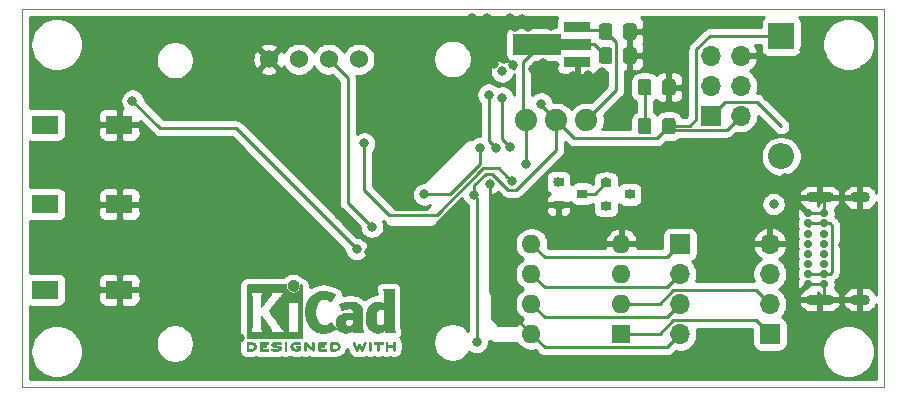
<source format=gbr>
G04 #@! TF.GenerationSoftware,KiCad,Pcbnew,5.1.10*
G04 #@! TF.CreationDate,2021-09-21T16:03:23-04:00*
G04 #@! TF.ProjectId,tinycalibrator,74696e79-6361-46c6-9962-7261746f722e,rev?*
G04 #@! TF.SameCoordinates,Original*
G04 #@! TF.FileFunction,Copper,L1,Top*
G04 #@! TF.FilePolarity,Positive*
%FSLAX46Y46*%
G04 Gerber Fmt 4.6, Leading zero omitted, Abs format (unit mm)*
G04 Created by KiCad (PCBNEW 5.1.10) date 2021-09-21 16:03:23*
%MOMM*%
%LPD*%
G01*
G04 APERTURE LIST*
G04 #@! TA.AperFunction,Profile*
%ADD10C,0.050000*%
G04 #@! TD*
G04 #@! TA.AperFunction,EtchedComponent*
%ADD11C,0.010000*%
G04 #@! TD*
G04 #@! TA.AperFunction,SMDPad,CuDef*
%ADD12R,0.900000X0.800000*%
G04 #@! TD*
G04 #@! TA.AperFunction,ComponentPad*
%ADD13O,1.600000X1.600000*%
G04 #@! TD*
G04 #@! TA.AperFunction,ComponentPad*
%ADD14R,1.600000X1.600000*%
G04 #@! TD*
G04 #@! TA.AperFunction,ComponentPad*
%ADD15O,1.700000X1.700000*%
G04 #@! TD*
G04 #@! TA.AperFunction,ComponentPad*
%ADD16R,1.700000X1.700000*%
G04 #@! TD*
G04 #@! TA.AperFunction,ComponentPad*
%ADD17O,2.200000X2.200000*%
G04 #@! TD*
G04 #@! TA.AperFunction,ComponentPad*
%ADD18R,2.200000X2.200000*%
G04 #@! TD*
G04 #@! TA.AperFunction,ComponentPad*
%ADD19C,1.524000*%
G04 #@! TD*
G04 #@! TA.AperFunction,SMDPad,CuDef*
%ADD20C,0.350000*%
G04 #@! TD*
G04 #@! TA.AperFunction,SMDPad,CuDef*
%ADD21R,2.300000X0.900000*%
G04 #@! TD*
G04 #@! TA.AperFunction,SMDPad,CuDef*
%ADD22R,2.298700X1.597660*%
G04 #@! TD*
G04 #@! TA.AperFunction,ComponentPad*
%ADD23C,1.879600*%
G04 #@! TD*
G04 #@! TA.AperFunction,ComponentPad*
%ADD24O,1.700000X0.900000*%
G04 #@! TD*
G04 #@! TA.AperFunction,ComponentPad*
%ADD25O,2.400000X0.900000*%
G04 #@! TD*
G04 #@! TA.AperFunction,ComponentPad*
%ADD26C,0.700000*%
G04 #@! TD*
G04 #@! TA.AperFunction,ViaPad*
%ADD27C,0.800000*%
G04 #@! TD*
G04 #@! TA.AperFunction,Conductor*
%ADD28C,0.250000*%
G04 #@! TD*
G04 #@! TA.AperFunction,Conductor*
%ADD29C,0.254000*%
G04 #@! TD*
G04 #@! TA.AperFunction,Conductor*
%ADD30C,0.350000*%
G04 #@! TD*
G04 APERTURE END LIST*
D10*
X97000000Y-111000000D02*
X170000000Y-111000000D01*
X97000000Y-79000000D02*
X97000000Y-111000000D01*
X170000000Y-79000000D02*
X97000000Y-79000000D01*
X170000000Y-111000000D02*
X170000000Y-79000000D01*
D11*
G04 #@! TO.C,REF\u002A\u002A*
G36*
X119354600Y-102391054D02*
G01*
X119365465Y-102504993D01*
X119397082Y-102612616D01*
X119447985Y-102711615D01*
X119516707Y-102799684D01*
X119601781Y-102874516D01*
X119698768Y-102932384D01*
X119805036Y-102972005D01*
X119912050Y-102990573D01*
X120017700Y-102989434D01*
X120119875Y-102969930D01*
X120216466Y-102933406D01*
X120305362Y-102881205D01*
X120384454Y-102814673D01*
X120451631Y-102735152D01*
X120504783Y-102643987D01*
X120541801Y-102542523D01*
X120560573Y-102432102D01*
X120562511Y-102382206D01*
X120562511Y-102294267D01*
X120614440Y-102294267D01*
X120650747Y-102297111D01*
X120677645Y-102308911D01*
X120704751Y-102332649D01*
X120743133Y-102371031D01*
X120743133Y-104562602D01*
X120743124Y-104824739D01*
X120743092Y-105065241D01*
X120743028Y-105285048D01*
X120742924Y-105485101D01*
X120742773Y-105666344D01*
X120742566Y-105829716D01*
X120742294Y-105976160D01*
X120741950Y-106106617D01*
X120741526Y-106222029D01*
X120741013Y-106323338D01*
X120740403Y-106411484D01*
X120739688Y-106487410D01*
X120738860Y-106552057D01*
X120737911Y-106606367D01*
X120736833Y-106651280D01*
X120735617Y-106687740D01*
X120734255Y-106716687D01*
X120732739Y-106739063D01*
X120731062Y-106755809D01*
X120729214Y-106767868D01*
X120727187Y-106776180D01*
X120724975Y-106781687D01*
X120723892Y-106783537D01*
X120719729Y-106790549D01*
X120716195Y-106796996D01*
X120712365Y-106802900D01*
X120707318Y-106808286D01*
X120700129Y-106813178D01*
X120689877Y-106817598D01*
X120675636Y-106821572D01*
X120656486Y-106825121D01*
X120631501Y-106828270D01*
X120599760Y-106831042D01*
X120560338Y-106833461D01*
X120512314Y-106835551D01*
X120454763Y-106837335D01*
X120386763Y-106838837D01*
X120307390Y-106840080D01*
X120215721Y-106841089D01*
X120110834Y-106841885D01*
X119991804Y-106842494D01*
X119857710Y-106842939D01*
X119707627Y-106843243D01*
X119540633Y-106843430D01*
X119355804Y-106843524D01*
X119152217Y-106843548D01*
X118928950Y-106843525D01*
X118685078Y-106843480D01*
X118419679Y-106843437D01*
X118381296Y-106843432D01*
X118114318Y-106843389D01*
X117868998Y-106843318D01*
X117644417Y-106843213D01*
X117439655Y-106843066D01*
X117253794Y-106842869D01*
X117085912Y-106842616D01*
X116935092Y-106842300D01*
X116800413Y-106841913D01*
X116680956Y-106841447D01*
X116575801Y-106840897D01*
X116484029Y-106840253D01*
X116404721Y-106839511D01*
X116336957Y-106838661D01*
X116279818Y-106837697D01*
X116232383Y-106836611D01*
X116193734Y-106835397D01*
X116162951Y-106834047D01*
X116139115Y-106832555D01*
X116121306Y-106830911D01*
X116108605Y-106829111D01*
X116100092Y-106827145D01*
X116095734Y-106825477D01*
X116087272Y-106821906D01*
X116079503Y-106819270D01*
X116072398Y-106816634D01*
X116065927Y-106813062D01*
X116060061Y-106807621D01*
X116054771Y-106799375D01*
X116050026Y-106787390D01*
X116045798Y-106770731D01*
X116042057Y-106748463D01*
X116038773Y-106719652D01*
X116035917Y-106683363D01*
X116033460Y-106638661D01*
X116031371Y-106584611D01*
X116029622Y-106520279D01*
X116028183Y-106444730D01*
X116027024Y-106357030D01*
X116026117Y-106256243D01*
X116025431Y-106141434D01*
X116024937Y-106011670D01*
X116024605Y-105866015D01*
X116024407Y-105703535D01*
X116024313Y-105523295D01*
X116024292Y-105324360D01*
X116024315Y-105105796D01*
X116024354Y-104866668D01*
X116024378Y-104606040D01*
X116024378Y-104563889D01*
X116024364Y-104300992D01*
X116024339Y-104059732D01*
X116024329Y-103839165D01*
X116024358Y-103638352D01*
X116024452Y-103456349D01*
X116024638Y-103292216D01*
X116024941Y-103145011D01*
X116025386Y-103013792D01*
X116025966Y-102903867D01*
X116328803Y-102903867D01*
X116368593Y-102961711D01*
X116379764Y-102977479D01*
X116389834Y-102991441D01*
X116398862Y-103004784D01*
X116406903Y-103018693D01*
X116414014Y-103034356D01*
X116420253Y-103052958D01*
X116425675Y-103075686D01*
X116430338Y-103103727D01*
X116434299Y-103138267D01*
X116437615Y-103180492D01*
X116440341Y-103231589D01*
X116442536Y-103292744D01*
X116444255Y-103365144D01*
X116445556Y-103449975D01*
X116446495Y-103548422D01*
X116447130Y-103661674D01*
X116447516Y-103790916D01*
X116447712Y-103937334D01*
X116447773Y-104102116D01*
X116447757Y-104286447D01*
X116447720Y-104491513D01*
X116447711Y-104614133D01*
X116447735Y-104831082D01*
X116447769Y-105026642D01*
X116447757Y-105201999D01*
X116447642Y-105358341D01*
X116447370Y-105496857D01*
X116446882Y-105618734D01*
X116446124Y-105725160D01*
X116445038Y-105817322D01*
X116443569Y-105896409D01*
X116441660Y-105963608D01*
X116439256Y-106020107D01*
X116436299Y-106067093D01*
X116432734Y-106105755D01*
X116428505Y-106137280D01*
X116423554Y-106162855D01*
X116417827Y-106183670D01*
X116411267Y-106200911D01*
X116403817Y-106215765D01*
X116395421Y-106229422D01*
X116386024Y-106243069D01*
X116375568Y-106257893D01*
X116369477Y-106266783D01*
X116330704Y-106324400D01*
X116862268Y-106324400D01*
X116985517Y-106324365D01*
X117088013Y-106324215D01*
X117171580Y-106323878D01*
X117238044Y-106323286D01*
X117289229Y-106322367D01*
X117326959Y-106321051D01*
X117353060Y-106319269D01*
X117369356Y-106316951D01*
X117377672Y-106314026D01*
X117379832Y-106310424D01*
X117377661Y-106306075D01*
X117376465Y-106304645D01*
X117351315Y-106267573D01*
X117325417Y-106214772D01*
X117301808Y-106152770D01*
X117293539Y-106126357D01*
X117288922Y-106108416D01*
X117285021Y-106087355D01*
X117281752Y-106061089D01*
X117279034Y-106027532D01*
X117276785Y-105984599D01*
X117274923Y-105930204D01*
X117273364Y-105862262D01*
X117272028Y-105778688D01*
X117270831Y-105677395D01*
X117269692Y-105556300D01*
X117269315Y-105511600D01*
X117268298Y-105386449D01*
X117267540Y-105282082D01*
X117267097Y-105196707D01*
X117267030Y-105128533D01*
X117267395Y-105075765D01*
X117268252Y-105036614D01*
X117269659Y-105009285D01*
X117271675Y-104991986D01*
X117274357Y-104982926D01*
X117277764Y-104980312D01*
X117281956Y-104982351D01*
X117286429Y-104986667D01*
X117296784Y-104999602D01*
X117318842Y-105028676D01*
X117351043Y-105071759D01*
X117391826Y-105126718D01*
X117439630Y-105191423D01*
X117492895Y-105263742D01*
X117550060Y-105341544D01*
X117609563Y-105422698D01*
X117669845Y-105505072D01*
X117729345Y-105586536D01*
X117786502Y-105664957D01*
X117839755Y-105738204D01*
X117887543Y-105804147D01*
X117928307Y-105860654D01*
X117960484Y-105905593D01*
X117982515Y-105936834D01*
X117987083Y-105943466D01*
X118010004Y-105980369D01*
X118036812Y-106028359D01*
X118062211Y-106077897D01*
X118065432Y-106084577D01*
X118087110Y-106132772D01*
X118099696Y-106170334D01*
X118105426Y-106206160D01*
X118106544Y-106248200D01*
X118105910Y-106324400D01*
X119260349Y-106324400D01*
X119169185Y-106230669D01*
X119122388Y-106180775D01*
X119072101Y-106124295D01*
X119026056Y-106070026D01*
X119005631Y-106044673D01*
X118975193Y-106005128D01*
X118935138Y-105951916D01*
X118886639Y-105886667D01*
X118830865Y-105811011D01*
X118768989Y-105726577D01*
X118702181Y-105634994D01*
X118631613Y-105537892D01*
X118558455Y-105436901D01*
X118483879Y-105333650D01*
X118409056Y-105229768D01*
X118335157Y-105126885D01*
X118263354Y-105026631D01*
X118194816Y-104930636D01*
X118130716Y-104840527D01*
X118072225Y-104757936D01*
X118020514Y-104684492D01*
X117976753Y-104621824D01*
X117942115Y-104571561D01*
X117917770Y-104535334D01*
X117904889Y-104514771D01*
X117903131Y-104510668D01*
X117911090Y-104499342D01*
X117931885Y-104472162D01*
X117964153Y-104430829D01*
X118006530Y-104377044D01*
X118057653Y-104312506D01*
X118116159Y-104238918D01*
X118180686Y-104157978D01*
X118249869Y-104071388D01*
X118322347Y-103980848D01*
X118396754Y-103888060D01*
X118456483Y-103813702D01*
X119467489Y-103813702D01*
X119473398Y-103826659D01*
X119487728Y-103848908D01*
X119488775Y-103850391D01*
X119507562Y-103880544D01*
X119527209Y-103917375D01*
X119531108Y-103925511D01*
X119534644Y-103933940D01*
X119537770Y-103944059D01*
X119540514Y-103957260D01*
X119542908Y-103974938D01*
X119544981Y-103998484D01*
X119546765Y-104029293D01*
X119548288Y-104068757D01*
X119549581Y-104118269D01*
X119550674Y-104179223D01*
X119551597Y-104253011D01*
X119552381Y-104341028D01*
X119553055Y-104444665D01*
X119553650Y-104565316D01*
X119554195Y-104704374D01*
X119554721Y-104863232D01*
X119555255Y-105042089D01*
X119555794Y-105227207D01*
X119556228Y-105391145D01*
X119556491Y-105535303D01*
X119556516Y-105661079D01*
X119556235Y-105769871D01*
X119555581Y-105863077D01*
X119554486Y-105942097D01*
X119552882Y-106008328D01*
X119550703Y-106063170D01*
X119547881Y-106108021D01*
X119544349Y-106144278D01*
X119540039Y-106173341D01*
X119534883Y-106196609D01*
X119528815Y-106215479D01*
X119521767Y-106231351D01*
X119513671Y-106245622D01*
X119504460Y-106259691D01*
X119495960Y-106272158D01*
X119478824Y-106298452D01*
X119468678Y-106316037D01*
X119467489Y-106319257D01*
X119478396Y-106320334D01*
X119509589Y-106321335D01*
X119558777Y-106322235D01*
X119623667Y-106323010D01*
X119701970Y-106323637D01*
X119791393Y-106324091D01*
X119889644Y-106324349D01*
X119958555Y-106324400D01*
X120063548Y-106324180D01*
X120160390Y-106323548D01*
X120246893Y-106322549D01*
X120320868Y-106321227D01*
X120380126Y-106319626D01*
X120422480Y-106317791D01*
X120445740Y-106315765D01*
X120449622Y-106314493D01*
X120441924Y-106299591D01*
X120433926Y-106291560D01*
X120420754Y-106274434D01*
X120403515Y-106244183D01*
X120391593Y-106219622D01*
X120364955Y-106160711D01*
X120361880Y-104983845D01*
X120358805Y-103806978D01*
X119913147Y-103806978D01*
X119815330Y-103807142D01*
X119724936Y-103807611D01*
X119644370Y-103808347D01*
X119576038Y-103809316D01*
X119522344Y-103810480D01*
X119485695Y-103811803D01*
X119468496Y-103813249D01*
X119467489Y-103813702D01*
X118456483Y-103813702D01*
X118471730Y-103794722D01*
X118545910Y-103702537D01*
X118617931Y-103613204D01*
X118686431Y-103528424D01*
X118750045Y-103449898D01*
X118807412Y-103379326D01*
X118857167Y-103318409D01*
X118897948Y-103268847D01*
X118915112Y-103248178D01*
X119001404Y-103147516D01*
X119078003Y-103064259D01*
X119146817Y-102996438D01*
X119209752Y-102942089D01*
X119219133Y-102934722D01*
X119258644Y-102904117D01*
X118126884Y-102903867D01*
X118132173Y-102951844D01*
X118128870Y-103009188D01*
X118107339Y-103077463D01*
X118067365Y-103157212D01*
X118022057Y-103229495D01*
X118005839Y-103252140D01*
X117977786Y-103289696D01*
X117939570Y-103340021D01*
X117892863Y-103400973D01*
X117839339Y-103470411D01*
X117780669Y-103546194D01*
X117718525Y-103626180D01*
X117654579Y-103708228D01*
X117590505Y-103790196D01*
X117527973Y-103869943D01*
X117468657Y-103945327D01*
X117414229Y-104014207D01*
X117366361Y-104074442D01*
X117326725Y-104123889D01*
X117296994Y-104160408D01*
X117278839Y-104181858D01*
X117275780Y-104185156D01*
X117272921Y-104177149D01*
X117270707Y-104146855D01*
X117269143Y-104094556D01*
X117268233Y-104020531D01*
X117267980Y-103925063D01*
X117268387Y-103808434D01*
X117269296Y-103688445D01*
X117270618Y-103556333D01*
X117272143Y-103444594D01*
X117274119Y-103351025D01*
X117276794Y-103273419D01*
X117280418Y-103209574D01*
X117285239Y-103157283D01*
X117291506Y-103114344D01*
X117299468Y-103078551D01*
X117309373Y-103047700D01*
X117321469Y-103019586D01*
X117336007Y-102992005D01*
X117350689Y-102966966D01*
X117388686Y-102903867D01*
X116328803Y-102903867D01*
X116025966Y-102903867D01*
X116025999Y-102897617D01*
X116026805Y-102795544D01*
X116027830Y-102706633D01*
X116029100Y-102629941D01*
X116030640Y-102564527D01*
X116032476Y-102509449D01*
X116034633Y-102463765D01*
X116037137Y-102426534D01*
X116040013Y-102396813D01*
X116043287Y-102373662D01*
X116046985Y-102356139D01*
X116051131Y-102343301D01*
X116055753Y-102334208D01*
X116060874Y-102327918D01*
X116066522Y-102323488D01*
X116072721Y-102319978D01*
X116079496Y-102316445D01*
X116085492Y-102312876D01*
X116090725Y-102310300D01*
X116098901Y-102307972D01*
X116111114Y-102305878D01*
X116128459Y-102304007D01*
X116152031Y-102302347D01*
X116182923Y-102300884D01*
X116222232Y-102299608D01*
X116271050Y-102298504D01*
X116330473Y-102297561D01*
X116401596Y-102296767D01*
X116485512Y-102296109D01*
X116583317Y-102295575D01*
X116696106Y-102295153D01*
X116824971Y-102294829D01*
X116971009Y-102294592D01*
X117135314Y-102294430D01*
X117318980Y-102294330D01*
X117523103Y-102294280D01*
X117734247Y-102294267D01*
X119354600Y-102294267D01*
X119354600Y-102391054D01*
G37*
X119354600Y-102391054D02*
X119365465Y-102504993D01*
X119397082Y-102612616D01*
X119447985Y-102711615D01*
X119516707Y-102799684D01*
X119601781Y-102874516D01*
X119698768Y-102932384D01*
X119805036Y-102972005D01*
X119912050Y-102990573D01*
X120017700Y-102989434D01*
X120119875Y-102969930D01*
X120216466Y-102933406D01*
X120305362Y-102881205D01*
X120384454Y-102814673D01*
X120451631Y-102735152D01*
X120504783Y-102643987D01*
X120541801Y-102542523D01*
X120560573Y-102432102D01*
X120562511Y-102382206D01*
X120562511Y-102294267D01*
X120614440Y-102294267D01*
X120650747Y-102297111D01*
X120677645Y-102308911D01*
X120704751Y-102332649D01*
X120743133Y-102371031D01*
X120743133Y-104562602D01*
X120743124Y-104824739D01*
X120743092Y-105065241D01*
X120743028Y-105285048D01*
X120742924Y-105485101D01*
X120742773Y-105666344D01*
X120742566Y-105829716D01*
X120742294Y-105976160D01*
X120741950Y-106106617D01*
X120741526Y-106222029D01*
X120741013Y-106323338D01*
X120740403Y-106411484D01*
X120739688Y-106487410D01*
X120738860Y-106552057D01*
X120737911Y-106606367D01*
X120736833Y-106651280D01*
X120735617Y-106687740D01*
X120734255Y-106716687D01*
X120732739Y-106739063D01*
X120731062Y-106755809D01*
X120729214Y-106767868D01*
X120727187Y-106776180D01*
X120724975Y-106781687D01*
X120723892Y-106783537D01*
X120719729Y-106790549D01*
X120716195Y-106796996D01*
X120712365Y-106802900D01*
X120707318Y-106808286D01*
X120700129Y-106813178D01*
X120689877Y-106817598D01*
X120675636Y-106821572D01*
X120656486Y-106825121D01*
X120631501Y-106828270D01*
X120599760Y-106831042D01*
X120560338Y-106833461D01*
X120512314Y-106835551D01*
X120454763Y-106837335D01*
X120386763Y-106838837D01*
X120307390Y-106840080D01*
X120215721Y-106841089D01*
X120110834Y-106841885D01*
X119991804Y-106842494D01*
X119857710Y-106842939D01*
X119707627Y-106843243D01*
X119540633Y-106843430D01*
X119355804Y-106843524D01*
X119152217Y-106843548D01*
X118928950Y-106843525D01*
X118685078Y-106843480D01*
X118419679Y-106843437D01*
X118381296Y-106843432D01*
X118114318Y-106843389D01*
X117868998Y-106843318D01*
X117644417Y-106843213D01*
X117439655Y-106843066D01*
X117253794Y-106842869D01*
X117085912Y-106842616D01*
X116935092Y-106842300D01*
X116800413Y-106841913D01*
X116680956Y-106841447D01*
X116575801Y-106840897D01*
X116484029Y-106840253D01*
X116404721Y-106839511D01*
X116336957Y-106838661D01*
X116279818Y-106837697D01*
X116232383Y-106836611D01*
X116193734Y-106835397D01*
X116162951Y-106834047D01*
X116139115Y-106832555D01*
X116121306Y-106830911D01*
X116108605Y-106829111D01*
X116100092Y-106827145D01*
X116095734Y-106825477D01*
X116087272Y-106821906D01*
X116079503Y-106819270D01*
X116072398Y-106816634D01*
X116065927Y-106813062D01*
X116060061Y-106807621D01*
X116054771Y-106799375D01*
X116050026Y-106787390D01*
X116045798Y-106770731D01*
X116042057Y-106748463D01*
X116038773Y-106719652D01*
X116035917Y-106683363D01*
X116033460Y-106638661D01*
X116031371Y-106584611D01*
X116029622Y-106520279D01*
X116028183Y-106444730D01*
X116027024Y-106357030D01*
X116026117Y-106256243D01*
X116025431Y-106141434D01*
X116024937Y-106011670D01*
X116024605Y-105866015D01*
X116024407Y-105703535D01*
X116024313Y-105523295D01*
X116024292Y-105324360D01*
X116024315Y-105105796D01*
X116024354Y-104866668D01*
X116024378Y-104606040D01*
X116024378Y-104563889D01*
X116024364Y-104300992D01*
X116024339Y-104059732D01*
X116024329Y-103839165D01*
X116024358Y-103638352D01*
X116024452Y-103456349D01*
X116024638Y-103292216D01*
X116024941Y-103145011D01*
X116025386Y-103013792D01*
X116025966Y-102903867D01*
X116328803Y-102903867D01*
X116368593Y-102961711D01*
X116379764Y-102977479D01*
X116389834Y-102991441D01*
X116398862Y-103004784D01*
X116406903Y-103018693D01*
X116414014Y-103034356D01*
X116420253Y-103052958D01*
X116425675Y-103075686D01*
X116430338Y-103103727D01*
X116434299Y-103138267D01*
X116437615Y-103180492D01*
X116440341Y-103231589D01*
X116442536Y-103292744D01*
X116444255Y-103365144D01*
X116445556Y-103449975D01*
X116446495Y-103548422D01*
X116447130Y-103661674D01*
X116447516Y-103790916D01*
X116447712Y-103937334D01*
X116447773Y-104102116D01*
X116447757Y-104286447D01*
X116447720Y-104491513D01*
X116447711Y-104614133D01*
X116447735Y-104831082D01*
X116447769Y-105026642D01*
X116447757Y-105201999D01*
X116447642Y-105358341D01*
X116447370Y-105496857D01*
X116446882Y-105618734D01*
X116446124Y-105725160D01*
X116445038Y-105817322D01*
X116443569Y-105896409D01*
X116441660Y-105963608D01*
X116439256Y-106020107D01*
X116436299Y-106067093D01*
X116432734Y-106105755D01*
X116428505Y-106137280D01*
X116423554Y-106162855D01*
X116417827Y-106183670D01*
X116411267Y-106200911D01*
X116403817Y-106215765D01*
X116395421Y-106229422D01*
X116386024Y-106243069D01*
X116375568Y-106257893D01*
X116369477Y-106266783D01*
X116330704Y-106324400D01*
X116862268Y-106324400D01*
X116985517Y-106324365D01*
X117088013Y-106324215D01*
X117171580Y-106323878D01*
X117238044Y-106323286D01*
X117289229Y-106322367D01*
X117326959Y-106321051D01*
X117353060Y-106319269D01*
X117369356Y-106316951D01*
X117377672Y-106314026D01*
X117379832Y-106310424D01*
X117377661Y-106306075D01*
X117376465Y-106304645D01*
X117351315Y-106267573D01*
X117325417Y-106214772D01*
X117301808Y-106152770D01*
X117293539Y-106126357D01*
X117288922Y-106108416D01*
X117285021Y-106087355D01*
X117281752Y-106061089D01*
X117279034Y-106027532D01*
X117276785Y-105984599D01*
X117274923Y-105930204D01*
X117273364Y-105862262D01*
X117272028Y-105778688D01*
X117270831Y-105677395D01*
X117269692Y-105556300D01*
X117269315Y-105511600D01*
X117268298Y-105386449D01*
X117267540Y-105282082D01*
X117267097Y-105196707D01*
X117267030Y-105128533D01*
X117267395Y-105075765D01*
X117268252Y-105036614D01*
X117269659Y-105009285D01*
X117271675Y-104991986D01*
X117274357Y-104982926D01*
X117277764Y-104980312D01*
X117281956Y-104982351D01*
X117286429Y-104986667D01*
X117296784Y-104999602D01*
X117318842Y-105028676D01*
X117351043Y-105071759D01*
X117391826Y-105126718D01*
X117439630Y-105191423D01*
X117492895Y-105263742D01*
X117550060Y-105341544D01*
X117609563Y-105422698D01*
X117669845Y-105505072D01*
X117729345Y-105586536D01*
X117786502Y-105664957D01*
X117839755Y-105738204D01*
X117887543Y-105804147D01*
X117928307Y-105860654D01*
X117960484Y-105905593D01*
X117982515Y-105936834D01*
X117987083Y-105943466D01*
X118010004Y-105980369D01*
X118036812Y-106028359D01*
X118062211Y-106077897D01*
X118065432Y-106084577D01*
X118087110Y-106132772D01*
X118099696Y-106170334D01*
X118105426Y-106206160D01*
X118106544Y-106248200D01*
X118105910Y-106324400D01*
X119260349Y-106324400D01*
X119169185Y-106230669D01*
X119122388Y-106180775D01*
X119072101Y-106124295D01*
X119026056Y-106070026D01*
X119005631Y-106044673D01*
X118975193Y-106005128D01*
X118935138Y-105951916D01*
X118886639Y-105886667D01*
X118830865Y-105811011D01*
X118768989Y-105726577D01*
X118702181Y-105634994D01*
X118631613Y-105537892D01*
X118558455Y-105436901D01*
X118483879Y-105333650D01*
X118409056Y-105229768D01*
X118335157Y-105126885D01*
X118263354Y-105026631D01*
X118194816Y-104930636D01*
X118130716Y-104840527D01*
X118072225Y-104757936D01*
X118020514Y-104684492D01*
X117976753Y-104621824D01*
X117942115Y-104571561D01*
X117917770Y-104535334D01*
X117904889Y-104514771D01*
X117903131Y-104510668D01*
X117911090Y-104499342D01*
X117931885Y-104472162D01*
X117964153Y-104430829D01*
X118006530Y-104377044D01*
X118057653Y-104312506D01*
X118116159Y-104238918D01*
X118180686Y-104157978D01*
X118249869Y-104071388D01*
X118322347Y-103980848D01*
X118396754Y-103888060D01*
X118456483Y-103813702D01*
X119467489Y-103813702D01*
X119473398Y-103826659D01*
X119487728Y-103848908D01*
X119488775Y-103850391D01*
X119507562Y-103880544D01*
X119527209Y-103917375D01*
X119531108Y-103925511D01*
X119534644Y-103933940D01*
X119537770Y-103944059D01*
X119540514Y-103957260D01*
X119542908Y-103974938D01*
X119544981Y-103998484D01*
X119546765Y-104029293D01*
X119548288Y-104068757D01*
X119549581Y-104118269D01*
X119550674Y-104179223D01*
X119551597Y-104253011D01*
X119552381Y-104341028D01*
X119553055Y-104444665D01*
X119553650Y-104565316D01*
X119554195Y-104704374D01*
X119554721Y-104863232D01*
X119555255Y-105042089D01*
X119555794Y-105227207D01*
X119556228Y-105391145D01*
X119556491Y-105535303D01*
X119556516Y-105661079D01*
X119556235Y-105769871D01*
X119555581Y-105863077D01*
X119554486Y-105942097D01*
X119552882Y-106008328D01*
X119550703Y-106063170D01*
X119547881Y-106108021D01*
X119544349Y-106144278D01*
X119540039Y-106173341D01*
X119534883Y-106196609D01*
X119528815Y-106215479D01*
X119521767Y-106231351D01*
X119513671Y-106245622D01*
X119504460Y-106259691D01*
X119495960Y-106272158D01*
X119478824Y-106298452D01*
X119468678Y-106316037D01*
X119467489Y-106319257D01*
X119478396Y-106320334D01*
X119509589Y-106321335D01*
X119558777Y-106322235D01*
X119623667Y-106323010D01*
X119701970Y-106323637D01*
X119791393Y-106324091D01*
X119889644Y-106324349D01*
X119958555Y-106324400D01*
X120063548Y-106324180D01*
X120160390Y-106323548D01*
X120246893Y-106322549D01*
X120320868Y-106321227D01*
X120380126Y-106319626D01*
X120422480Y-106317791D01*
X120445740Y-106315765D01*
X120449622Y-106314493D01*
X120441924Y-106299591D01*
X120433926Y-106291560D01*
X120420754Y-106274434D01*
X120403515Y-106244183D01*
X120391593Y-106219622D01*
X120364955Y-106160711D01*
X120361880Y-104983845D01*
X120358805Y-103806978D01*
X119913147Y-103806978D01*
X119815330Y-103807142D01*
X119724936Y-103807611D01*
X119644370Y-103808347D01*
X119576038Y-103809316D01*
X119522344Y-103810480D01*
X119485695Y-103811803D01*
X119468496Y-103813249D01*
X119467489Y-103813702D01*
X118456483Y-103813702D01*
X118471730Y-103794722D01*
X118545910Y-103702537D01*
X118617931Y-103613204D01*
X118686431Y-103528424D01*
X118750045Y-103449898D01*
X118807412Y-103379326D01*
X118857167Y-103318409D01*
X118897948Y-103268847D01*
X118915112Y-103248178D01*
X119001404Y-103147516D01*
X119078003Y-103064259D01*
X119146817Y-102996438D01*
X119209752Y-102942089D01*
X119219133Y-102934722D01*
X119258644Y-102904117D01*
X118126884Y-102903867D01*
X118132173Y-102951844D01*
X118128870Y-103009188D01*
X118107339Y-103077463D01*
X118067365Y-103157212D01*
X118022057Y-103229495D01*
X118005839Y-103252140D01*
X117977786Y-103289696D01*
X117939570Y-103340021D01*
X117892863Y-103400973D01*
X117839339Y-103470411D01*
X117780669Y-103546194D01*
X117718525Y-103626180D01*
X117654579Y-103708228D01*
X117590505Y-103790196D01*
X117527973Y-103869943D01*
X117468657Y-103945327D01*
X117414229Y-104014207D01*
X117366361Y-104074442D01*
X117326725Y-104123889D01*
X117296994Y-104160408D01*
X117278839Y-104181858D01*
X117275780Y-104185156D01*
X117272921Y-104177149D01*
X117270707Y-104146855D01*
X117269143Y-104094556D01*
X117268233Y-104020531D01*
X117267980Y-103925063D01*
X117268387Y-103808434D01*
X117269296Y-103688445D01*
X117270618Y-103556333D01*
X117272143Y-103444594D01*
X117274119Y-103351025D01*
X117276794Y-103273419D01*
X117280418Y-103209574D01*
X117285239Y-103157283D01*
X117291506Y-103114344D01*
X117299468Y-103078551D01*
X117309373Y-103047700D01*
X117321469Y-103019586D01*
X117336007Y-102992005D01*
X117350689Y-102966966D01*
X117388686Y-102903867D01*
X116328803Y-102903867D01*
X116025966Y-102903867D01*
X116025999Y-102897617D01*
X116026805Y-102795544D01*
X116027830Y-102706633D01*
X116029100Y-102629941D01*
X116030640Y-102564527D01*
X116032476Y-102509449D01*
X116034633Y-102463765D01*
X116037137Y-102426534D01*
X116040013Y-102396813D01*
X116043287Y-102373662D01*
X116046985Y-102356139D01*
X116051131Y-102343301D01*
X116055753Y-102334208D01*
X116060874Y-102327918D01*
X116066522Y-102323488D01*
X116072721Y-102319978D01*
X116079496Y-102316445D01*
X116085492Y-102312876D01*
X116090725Y-102310300D01*
X116098901Y-102307972D01*
X116111114Y-102305878D01*
X116128459Y-102304007D01*
X116152031Y-102302347D01*
X116182923Y-102300884D01*
X116222232Y-102299608D01*
X116271050Y-102298504D01*
X116330473Y-102297561D01*
X116401596Y-102296767D01*
X116485512Y-102296109D01*
X116583317Y-102295575D01*
X116696106Y-102295153D01*
X116824971Y-102294829D01*
X116971009Y-102294592D01*
X117135314Y-102294430D01*
X117318980Y-102294330D01*
X117523103Y-102294280D01*
X117734247Y-102294267D01*
X119354600Y-102294267D01*
X119354600Y-102391054D01*
G36*
X122629429Y-102851071D02*
G01*
X122789570Y-102872245D01*
X122953510Y-102912385D01*
X123123313Y-102971889D01*
X123301043Y-103051154D01*
X123312310Y-103056699D01*
X123370005Y-103084725D01*
X123421552Y-103108802D01*
X123463191Y-103127249D01*
X123491162Y-103138386D01*
X123500733Y-103140933D01*
X123519950Y-103145941D01*
X123524561Y-103150147D01*
X123519458Y-103160580D01*
X123503418Y-103186868D01*
X123478288Y-103226257D01*
X123445914Y-103275991D01*
X123408143Y-103333315D01*
X123366822Y-103395476D01*
X123323798Y-103459718D01*
X123280917Y-103523285D01*
X123240026Y-103583425D01*
X123202971Y-103637380D01*
X123171600Y-103682397D01*
X123147759Y-103715721D01*
X123133294Y-103734597D01*
X123131309Y-103736787D01*
X123121191Y-103732138D01*
X123098850Y-103714962D01*
X123068280Y-103688440D01*
X123052536Y-103673964D01*
X122956047Y-103598682D01*
X122849336Y-103543241D01*
X122733832Y-103508141D01*
X122610962Y-103493880D01*
X122541561Y-103495051D01*
X122420423Y-103512212D01*
X122311205Y-103548094D01*
X122213582Y-103602959D01*
X122127228Y-103677070D01*
X122051815Y-103770688D01*
X121987018Y-103884076D01*
X121949601Y-103970667D01*
X121905748Y-104106366D01*
X121873428Y-104253850D01*
X121852557Y-104409314D01*
X121843051Y-104568956D01*
X121844827Y-104728973D01*
X121857803Y-104885561D01*
X121881894Y-105034918D01*
X121917018Y-105173240D01*
X121963092Y-105296724D01*
X121979373Y-105330978D01*
X122047620Y-105445064D01*
X122128079Y-105541557D01*
X122219570Y-105619670D01*
X122320911Y-105678617D01*
X122430920Y-105717612D01*
X122548415Y-105735868D01*
X122589883Y-105737211D01*
X122711441Y-105726290D01*
X122831878Y-105693474D01*
X122949666Y-105639439D01*
X123063277Y-105564865D01*
X123154685Y-105486539D01*
X123201215Y-105442008D01*
X123382483Y-105739271D01*
X123427580Y-105813433D01*
X123468819Y-105881646D01*
X123504735Y-105941459D01*
X123533866Y-105990420D01*
X123554750Y-106026079D01*
X123565924Y-106045984D01*
X123567375Y-106049079D01*
X123559146Y-106058718D01*
X123533567Y-106075999D01*
X123493873Y-106099283D01*
X123443297Y-106126934D01*
X123385074Y-106157315D01*
X123322437Y-106188790D01*
X123258621Y-106219722D01*
X123196860Y-106248473D01*
X123140388Y-106273408D01*
X123092438Y-106292889D01*
X123068986Y-106301318D01*
X122935221Y-106339133D01*
X122797327Y-106364136D01*
X122649622Y-106377140D01*
X122522833Y-106379468D01*
X122454878Y-106378373D01*
X122389277Y-106376275D01*
X122331847Y-106373434D01*
X122288403Y-106370106D01*
X122274298Y-106368422D01*
X122135284Y-106339587D01*
X121993757Y-106294468D01*
X121856275Y-106235750D01*
X121729394Y-106166120D01*
X121651889Y-106113441D01*
X121524481Y-106005239D01*
X121406178Y-105878671D01*
X121299172Y-105736866D01*
X121205652Y-105582951D01*
X121127810Y-105420053D01*
X121083956Y-105302756D01*
X121033708Y-105119128D01*
X121000209Y-104924581D01*
X120983449Y-104723325D01*
X120983416Y-104519568D01*
X121000101Y-104317521D01*
X121033493Y-104121392D01*
X121083580Y-103935391D01*
X121087397Y-103923803D01*
X121150281Y-103761750D01*
X121227028Y-103613832D01*
X121320242Y-103475865D01*
X121432527Y-103343661D01*
X121476392Y-103298399D01*
X121612534Y-103174457D01*
X121752491Y-103071915D01*
X121898411Y-102989656D01*
X122052442Y-102926564D01*
X122216732Y-102881523D01*
X122312289Y-102864033D01*
X122471023Y-102848466D01*
X122629429Y-102851071D01*
G37*
X122629429Y-102851071D02*
X122789570Y-102872245D01*
X122953510Y-102912385D01*
X123123313Y-102971889D01*
X123301043Y-103051154D01*
X123312310Y-103056699D01*
X123370005Y-103084725D01*
X123421552Y-103108802D01*
X123463191Y-103127249D01*
X123491162Y-103138386D01*
X123500733Y-103140933D01*
X123519950Y-103145941D01*
X123524561Y-103150147D01*
X123519458Y-103160580D01*
X123503418Y-103186868D01*
X123478288Y-103226257D01*
X123445914Y-103275991D01*
X123408143Y-103333315D01*
X123366822Y-103395476D01*
X123323798Y-103459718D01*
X123280917Y-103523285D01*
X123240026Y-103583425D01*
X123202971Y-103637380D01*
X123171600Y-103682397D01*
X123147759Y-103715721D01*
X123133294Y-103734597D01*
X123131309Y-103736787D01*
X123121191Y-103732138D01*
X123098850Y-103714962D01*
X123068280Y-103688440D01*
X123052536Y-103673964D01*
X122956047Y-103598682D01*
X122849336Y-103543241D01*
X122733832Y-103508141D01*
X122610962Y-103493880D01*
X122541561Y-103495051D01*
X122420423Y-103512212D01*
X122311205Y-103548094D01*
X122213582Y-103602959D01*
X122127228Y-103677070D01*
X122051815Y-103770688D01*
X121987018Y-103884076D01*
X121949601Y-103970667D01*
X121905748Y-104106366D01*
X121873428Y-104253850D01*
X121852557Y-104409314D01*
X121843051Y-104568956D01*
X121844827Y-104728973D01*
X121857803Y-104885561D01*
X121881894Y-105034918D01*
X121917018Y-105173240D01*
X121963092Y-105296724D01*
X121979373Y-105330978D01*
X122047620Y-105445064D01*
X122128079Y-105541557D01*
X122219570Y-105619670D01*
X122320911Y-105678617D01*
X122430920Y-105717612D01*
X122548415Y-105735868D01*
X122589883Y-105737211D01*
X122711441Y-105726290D01*
X122831878Y-105693474D01*
X122949666Y-105639439D01*
X123063277Y-105564865D01*
X123154685Y-105486539D01*
X123201215Y-105442008D01*
X123382483Y-105739271D01*
X123427580Y-105813433D01*
X123468819Y-105881646D01*
X123504735Y-105941459D01*
X123533866Y-105990420D01*
X123554750Y-106026079D01*
X123565924Y-106045984D01*
X123567375Y-106049079D01*
X123559146Y-106058718D01*
X123533567Y-106075999D01*
X123493873Y-106099283D01*
X123443297Y-106126934D01*
X123385074Y-106157315D01*
X123322437Y-106188790D01*
X123258621Y-106219722D01*
X123196860Y-106248473D01*
X123140388Y-106273408D01*
X123092438Y-106292889D01*
X123068986Y-106301318D01*
X122935221Y-106339133D01*
X122797327Y-106364136D01*
X122649622Y-106377140D01*
X122522833Y-106379468D01*
X122454878Y-106378373D01*
X122389277Y-106376275D01*
X122331847Y-106373434D01*
X122288403Y-106370106D01*
X122274298Y-106368422D01*
X122135284Y-106339587D01*
X121993757Y-106294468D01*
X121856275Y-106235750D01*
X121729394Y-106166120D01*
X121651889Y-106113441D01*
X121524481Y-106005239D01*
X121406178Y-105878671D01*
X121299172Y-105736866D01*
X121205652Y-105582951D01*
X121127810Y-105420053D01*
X121083956Y-105302756D01*
X121033708Y-105119128D01*
X121000209Y-104924581D01*
X120983449Y-104723325D01*
X120983416Y-104519568D01*
X121000101Y-104317521D01*
X121033493Y-104121392D01*
X121083580Y-103935391D01*
X121087397Y-103923803D01*
X121150281Y-103761750D01*
X121227028Y-103613832D01*
X121320242Y-103475865D01*
X121432527Y-103343661D01*
X121476392Y-103298399D01*
X121612534Y-103174457D01*
X121752491Y-103071915D01*
X121898411Y-102989656D01*
X122052442Y-102926564D01*
X122216732Y-102881523D01*
X122312289Y-102864033D01*
X122471023Y-102848466D01*
X122629429Y-102851071D01*
G36*
X124974574Y-103768552D02*
G01*
X125126492Y-103788567D01*
X125261756Y-103822202D01*
X125381239Y-103869725D01*
X125485815Y-103931405D01*
X125563424Y-103994965D01*
X125632265Y-104069099D01*
X125686006Y-104148871D01*
X125728910Y-104241091D01*
X125744384Y-104284161D01*
X125757244Y-104323142D01*
X125768446Y-104359289D01*
X125778120Y-104394434D01*
X125786396Y-104430410D01*
X125793403Y-104469050D01*
X125799272Y-104512185D01*
X125804131Y-104561649D01*
X125808110Y-104619273D01*
X125811340Y-104686891D01*
X125813949Y-104766334D01*
X125816067Y-104859436D01*
X125817824Y-104968027D01*
X125819349Y-105093942D01*
X125820772Y-105239012D01*
X125822025Y-105381778D01*
X125823351Y-105537968D01*
X125824556Y-105673239D01*
X125825766Y-105789246D01*
X125827106Y-105887645D01*
X125828700Y-105970093D01*
X125830675Y-106038246D01*
X125833156Y-106093760D01*
X125836269Y-106138292D01*
X125840138Y-106173498D01*
X125844889Y-106201034D01*
X125850648Y-106222556D01*
X125857539Y-106239722D01*
X125865689Y-106254186D01*
X125875223Y-106267606D01*
X125886266Y-106281638D01*
X125890566Y-106287071D01*
X125906386Y-106309910D01*
X125913422Y-106325463D01*
X125913444Y-106325922D01*
X125902567Y-106328121D01*
X125871582Y-106330147D01*
X125822957Y-106331942D01*
X125759163Y-106333451D01*
X125682669Y-106334616D01*
X125595944Y-106335380D01*
X125501457Y-106335686D01*
X125490550Y-106335689D01*
X125067657Y-106335689D01*
X125064395Y-106239622D01*
X125061133Y-106143556D01*
X124999044Y-106194543D01*
X124901714Y-106262057D01*
X124791813Y-106316749D01*
X124705349Y-106346978D01*
X124636278Y-106361666D01*
X124552925Y-106371659D01*
X124463159Y-106376646D01*
X124374845Y-106376313D01*
X124295851Y-106370351D01*
X124259622Y-106364638D01*
X124119603Y-106326776D01*
X123993178Y-106271932D01*
X123881260Y-106200924D01*
X123784762Y-106114568D01*
X123704600Y-106013679D01*
X123641687Y-105899076D01*
X123597312Y-105772984D01*
X123584978Y-105716401D01*
X123577368Y-105654202D01*
X123573739Y-105579363D01*
X123573245Y-105545467D01*
X123573310Y-105542282D01*
X124333248Y-105542282D01*
X124342541Y-105617333D01*
X124370728Y-105681160D01*
X124419197Y-105736798D01*
X124424254Y-105741211D01*
X124472548Y-105776037D01*
X124524257Y-105798620D01*
X124584989Y-105810540D01*
X124660352Y-105813383D01*
X124678459Y-105812978D01*
X124732278Y-105810325D01*
X124772308Y-105804909D01*
X124807324Y-105794745D01*
X124846103Y-105777850D01*
X124856745Y-105772672D01*
X124917396Y-105736844D01*
X124964215Y-105694212D01*
X124976952Y-105678973D01*
X125021622Y-105622462D01*
X125021622Y-105426586D01*
X125021086Y-105347939D01*
X125019396Y-105289988D01*
X125016428Y-105250875D01*
X125012057Y-105228741D01*
X125007972Y-105222274D01*
X124992047Y-105219111D01*
X124958264Y-105216488D01*
X124911340Y-105214655D01*
X124855993Y-105213857D01*
X124847106Y-105213842D01*
X124726330Y-105219096D01*
X124623660Y-105235263D01*
X124537106Y-105262961D01*
X124464681Y-105302808D01*
X124409751Y-105349758D01*
X124365204Y-105407645D01*
X124340480Y-105470693D01*
X124333248Y-105542282D01*
X123573310Y-105542282D01*
X123575178Y-105451712D01*
X123583522Y-105372812D01*
X123599768Y-105301590D01*
X123625405Y-105230864D01*
X123649401Y-105178493D01*
X123708020Y-105083196D01*
X123786117Y-104995170D01*
X123881315Y-104916017D01*
X123991238Y-104847340D01*
X124113510Y-104790741D01*
X124245755Y-104747821D01*
X124310422Y-104732882D01*
X124446604Y-104710777D01*
X124595049Y-104696194D01*
X124746505Y-104689813D01*
X124873064Y-104691445D01*
X125034950Y-104698224D01*
X125027530Y-104639245D01*
X125008238Y-104540092D01*
X124977104Y-104459372D01*
X124933269Y-104396466D01*
X124875871Y-104350756D01*
X124804048Y-104321622D01*
X124716941Y-104308447D01*
X124613686Y-104310611D01*
X124575711Y-104314612D01*
X124434520Y-104339780D01*
X124297707Y-104380814D01*
X124203178Y-104418815D01*
X124158018Y-104438190D01*
X124119585Y-104453760D01*
X124093234Y-104463405D01*
X124085546Y-104465452D01*
X124075802Y-104456374D01*
X124059083Y-104427405D01*
X124035232Y-104378217D01*
X124004093Y-104308484D01*
X123965507Y-104217879D01*
X123958910Y-104202089D01*
X123928853Y-104129772D01*
X123901874Y-104064425D01*
X123879136Y-104008906D01*
X123861806Y-103966072D01*
X123851048Y-103938781D01*
X123847941Y-103929942D01*
X123857940Y-103925187D01*
X123884217Y-103919910D01*
X123912489Y-103916231D01*
X123942646Y-103911474D01*
X123990433Y-103902028D01*
X124051612Y-103888820D01*
X124121946Y-103872776D01*
X124197194Y-103854820D01*
X124225755Y-103847797D01*
X124330816Y-103822209D01*
X124418480Y-103802147D01*
X124493068Y-103786969D01*
X124558903Y-103776035D01*
X124620307Y-103768704D01*
X124681602Y-103764335D01*
X124747110Y-103762287D01*
X124805128Y-103761889D01*
X124974574Y-103768552D01*
G37*
X124974574Y-103768552D02*
X125126492Y-103788567D01*
X125261756Y-103822202D01*
X125381239Y-103869725D01*
X125485815Y-103931405D01*
X125563424Y-103994965D01*
X125632265Y-104069099D01*
X125686006Y-104148871D01*
X125728910Y-104241091D01*
X125744384Y-104284161D01*
X125757244Y-104323142D01*
X125768446Y-104359289D01*
X125778120Y-104394434D01*
X125786396Y-104430410D01*
X125793403Y-104469050D01*
X125799272Y-104512185D01*
X125804131Y-104561649D01*
X125808110Y-104619273D01*
X125811340Y-104686891D01*
X125813949Y-104766334D01*
X125816067Y-104859436D01*
X125817824Y-104968027D01*
X125819349Y-105093942D01*
X125820772Y-105239012D01*
X125822025Y-105381778D01*
X125823351Y-105537968D01*
X125824556Y-105673239D01*
X125825766Y-105789246D01*
X125827106Y-105887645D01*
X125828700Y-105970093D01*
X125830675Y-106038246D01*
X125833156Y-106093760D01*
X125836269Y-106138292D01*
X125840138Y-106173498D01*
X125844889Y-106201034D01*
X125850648Y-106222556D01*
X125857539Y-106239722D01*
X125865689Y-106254186D01*
X125875223Y-106267606D01*
X125886266Y-106281638D01*
X125890566Y-106287071D01*
X125906386Y-106309910D01*
X125913422Y-106325463D01*
X125913444Y-106325922D01*
X125902567Y-106328121D01*
X125871582Y-106330147D01*
X125822957Y-106331942D01*
X125759163Y-106333451D01*
X125682669Y-106334616D01*
X125595944Y-106335380D01*
X125501457Y-106335686D01*
X125490550Y-106335689D01*
X125067657Y-106335689D01*
X125064395Y-106239622D01*
X125061133Y-106143556D01*
X124999044Y-106194543D01*
X124901714Y-106262057D01*
X124791813Y-106316749D01*
X124705349Y-106346978D01*
X124636278Y-106361666D01*
X124552925Y-106371659D01*
X124463159Y-106376646D01*
X124374845Y-106376313D01*
X124295851Y-106370351D01*
X124259622Y-106364638D01*
X124119603Y-106326776D01*
X123993178Y-106271932D01*
X123881260Y-106200924D01*
X123784762Y-106114568D01*
X123704600Y-106013679D01*
X123641687Y-105899076D01*
X123597312Y-105772984D01*
X123584978Y-105716401D01*
X123577368Y-105654202D01*
X123573739Y-105579363D01*
X123573245Y-105545467D01*
X123573310Y-105542282D01*
X124333248Y-105542282D01*
X124342541Y-105617333D01*
X124370728Y-105681160D01*
X124419197Y-105736798D01*
X124424254Y-105741211D01*
X124472548Y-105776037D01*
X124524257Y-105798620D01*
X124584989Y-105810540D01*
X124660352Y-105813383D01*
X124678459Y-105812978D01*
X124732278Y-105810325D01*
X124772308Y-105804909D01*
X124807324Y-105794745D01*
X124846103Y-105777850D01*
X124856745Y-105772672D01*
X124917396Y-105736844D01*
X124964215Y-105694212D01*
X124976952Y-105678973D01*
X125021622Y-105622462D01*
X125021622Y-105426586D01*
X125021086Y-105347939D01*
X125019396Y-105289988D01*
X125016428Y-105250875D01*
X125012057Y-105228741D01*
X125007972Y-105222274D01*
X124992047Y-105219111D01*
X124958264Y-105216488D01*
X124911340Y-105214655D01*
X124855993Y-105213857D01*
X124847106Y-105213842D01*
X124726330Y-105219096D01*
X124623660Y-105235263D01*
X124537106Y-105262961D01*
X124464681Y-105302808D01*
X124409751Y-105349758D01*
X124365204Y-105407645D01*
X124340480Y-105470693D01*
X124333248Y-105542282D01*
X123573310Y-105542282D01*
X123575178Y-105451712D01*
X123583522Y-105372812D01*
X123599768Y-105301590D01*
X123625405Y-105230864D01*
X123649401Y-105178493D01*
X123708020Y-105083196D01*
X123786117Y-104995170D01*
X123881315Y-104916017D01*
X123991238Y-104847340D01*
X124113510Y-104790741D01*
X124245755Y-104747821D01*
X124310422Y-104732882D01*
X124446604Y-104710777D01*
X124595049Y-104696194D01*
X124746505Y-104689813D01*
X124873064Y-104691445D01*
X125034950Y-104698224D01*
X125027530Y-104639245D01*
X125008238Y-104540092D01*
X124977104Y-104459372D01*
X124933269Y-104396466D01*
X124875871Y-104350756D01*
X124804048Y-104321622D01*
X124716941Y-104308447D01*
X124613686Y-104310611D01*
X124575711Y-104314612D01*
X124434520Y-104339780D01*
X124297707Y-104380814D01*
X124203178Y-104418815D01*
X124158018Y-104438190D01*
X124119585Y-104453760D01*
X124093234Y-104463405D01*
X124085546Y-104465452D01*
X124075802Y-104456374D01*
X124059083Y-104427405D01*
X124035232Y-104378217D01*
X124004093Y-104308484D01*
X123965507Y-104217879D01*
X123958910Y-104202089D01*
X123928853Y-104129772D01*
X123901874Y-104064425D01*
X123879136Y-104008906D01*
X123861806Y-103966072D01*
X123851048Y-103938781D01*
X123847941Y-103929942D01*
X123857940Y-103925187D01*
X123884217Y-103919910D01*
X123912489Y-103916231D01*
X123942646Y-103911474D01*
X123990433Y-103902028D01*
X124051612Y-103888820D01*
X124121946Y-103872776D01*
X124197194Y-103854820D01*
X124225755Y-103847797D01*
X124330816Y-103822209D01*
X124418480Y-103802147D01*
X124493068Y-103786969D01*
X124558903Y-103776035D01*
X124620307Y-103768704D01*
X124681602Y-103764335D01*
X124747110Y-103762287D01*
X124805128Y-103761889D01*
X124974574Y-103768552D01*
G36*
X128487507Y-104374245D02*
G01*
X128487526Y-104608662D01*
X128487552Y-104821603D01*
X128487625Y-105014168D01*
X128487782Y-105187459D01*
X128488064Y-105342576D01*
X128488509Y-105480620D01*
X128489156Y-105602692D01*
X128490045Y-105709894D01*
X128491213Y-105803326D01*
X128492701Y-105884090D01*
X128494546Y-105953286D01*
X128496789Y-106012015D01*
X128499469Y-106061379D01*
X128502623Y-106102478D01*
X128506292Y-106136413D01*
X128510513Y-106164286D01*
X128515327Y-106187198D01*
X128520773Y-106206249D01*
X128526888Y-106222540D01*
X128533712Y-106237173D01*
X128541285Y-106251249D01*
X128549645Y-106265868D01*
X128554839Y-106274974D01*
X128589104Y-106335689D01*
X127730955Y-106335689D01*
X127730955Y-106239733D01*
X127730224Y-106196370D01*
X127728272Y-106163205D01*
X127725463Y-106145424D01*
X127724221Y-106143778D01*
X127712799Y-106150662D01*
X127690084Y-106168505D01*
X127667385Y-106187879D01*
X127612800Y-106228614D01*
X127543321Y-106269617D01*
X127466270Y-106307123D01*
X127388965Y-106337364D01*
X127358113Y-106347012D01*
X127289616Y-106361578D01*
X127206764Y-106371539D01*
X127117371Y-106376583D01*
X127029248Y-106376396D01*
X126950207Y-106370666D01*
X126912511Y-106364858D01*
X126774414Y-106326797D01*
X126647113Y-106269073D01*
X126531292Y-106192211D01*
X126427637Y-106096739D01*
X126336833Y-105983179D01*
X126270031Y-105872381D01*
X126215164Y-105755625D01*
X126173163Y-105636276D01*
X126143167Y-105510283D01*
X126124311Y-105373594D01*
X126115732Y-105222158D01*
X126115006Y-105144711D01*
X126117100Y-105087934D01*
X126946217Y-105087934D01*
X126946424Y-105181002D01*
X126949337Y-105268692D01*
X126955000Y-105345772D01*
X126963455Y-105407009D01*
X126966038Y-105419350D01*
X126997840Y-105526633D01*
X127039498Y-105613658D01*
X127091363Y-105680642D01*
X127153781Y-105727805D01*
X127227100Y-105755365D01*
X127311669Y-105763541D01*
X127407835Y-105752551D01*
X127471311Y-105736829D01*
X127520454Y-105718639D01*
X127574583Y-105692791D01*
X127615244Y-105669089D01*
X127685800Y-105622721D01*
X127685800Y-104472530D01*
X127618392Y-104428962D01*
X127539867Y-104388040D01*
X127455681Y-104361389D01*
X127370557Y-104349465D01*
X127289216Y-104352722D01*
X127216380Y-104371615D01*
X127184426Y-104387184D01*
X127126501Y-104430181D01*
X127077544Y-104486953D01*
X127036390Y-104559575D01*
X127001874Y-104650121D01*
X126972833Y-104760666D01*
X126971552Y-104766533D01*
X126961381Y-104828788D01*
X126953739Y-104906594D01*
X126948670Y-104994720D01*
X126946217Y-105087934D01*
X126117100Y-105087934D01*
X126122857Y-104931895D01*
X126144802Y-104736059D01*
X126180786Y-104557332D01*
X126230759Y-104395845D01*
X126294668Y-104251726D01*
X126372462Y-104125106D01*
X126464089Y-104016115D01*
X126569497Y-103924883D01*
X126614662Y-103893932D01*
X126715611Y-103837785D01*
X126818901Y-103798174D01*
X126928989Y-103774014D01*
X127050330Y-103764219D01*
X127142836Y-103765265D01*
X127272490Y-103776231D01*
X127385084Y-103798046D01*
X127483875Y-103831714D01*
X127572121Y-103878236D01*
X127620986Y-103912448D01*
X127650353Y-103934362D01*
X127672043Y-103949333D01*
X127680253Y-103953733D01*
X127681868Y-103942904D01*
X127683159Y-103912251D01*
X127684138Y-103864526D01*
X127684817Y-103802479D01*
X127685210Y-103728862D01*
X127685330Y-103646427D01*
X127685188Y-103557925D01*
X127684797Y-103466107D01*
X127684171Y-103373724D01*
X127683320Y-103283528D01*
X127682260Y-103198271D01*
X127681001Y-103120703D01*
X127679556Y-103053576D01*
X127677938Y-102999641D01*
X127676161Y-102961650D01*
X127675669Y-102954667D01*
X127668092Y-102884251D01*
X127656531Y-102829102D01*
X127638792Y-102781981D01*
X127612682Y-102735647D01*
X127606415Y-102726067D01*
X127581983Y-102689378D01*
X128487311Y-102689378D01*
X128487507Y-104374245D01*
G37*
X128487507Y-104374245D02*
X128487526Y-104608662D01*
X128487552Y-104821603D01*
X128487625Y-105014168D01*
X128487782Y-105187459D01*
X128488064Y-105342576D01*
X128488509Y-105480620D01*
X128489156Y-105602692D01*
X128490045Y-105709894D01*
X128491213Y-105803326D01*
X128492701Y-105884090D01*
X128494546Y-105953286D01*
X128496789Y-106012015D01*
X128499469Y-106061379D01*
X128502623Y-106102478D01*
X128506292Y-106136413D01*
X128510513Y-106164286D01*
X128515327Y-106187198D01*
X128520773Y-106206249D01*
X128526888Y-106222540D01*
X128533712Y-106237173D01*
X128541285Y-106251249D01*
X128549645Y-106265868D01*
X128554839Y-106274974D01*
X128589104Y-106335689D01*
X127730955Y-106335689D01*
X127730955Y-106239733D01*
X127730224Y-106196370D01*
X127728272Y-106163205D01*
X127725463Y-106145424D01*
X127724221Y-106143778D01*
X127712799Y-106150662D01*
X127690084Y-106168505D01*
X127667385Y-106187879D01*
X127612800Y-106228614D01*
X127543321Y-106269617D01*
X127466270Y-106307123D01*
X127388965Y-106337364D01*
X127358113Y-106347012D01*
X127289616Y-106361578D01*
X127206764Y-106371539D01*
X127117371Y-106376583D01*
X127029248Y-106376396D01*
X126950207Y-106370666D01*
X126912511Y-106364858D01*
X126774414Y-106326797D01*
X126647113Y-106269073D01*
X126531292Y-106192211D01*
X126427637Y-106096739D01*
X126336833Y-105983179D01*
X126270031Y-105872381D01*
X126215164Y-105755625D01*
X126173163Y-105636276D01*
X126143167Y-105510283D01*
X126124311Y-105373594D01*
X126115732Y-105222158D01*
X126115006Y-105144711D01*
X126117100Y-105087934D01*
X126946217Y-105087934D01*
X126946424Y-105181002D01*
X126949337Y-105268692D01*
X126955000Y-105345772D01*
X126963455Y-105407009D01*
X126966038Y-105419350D01*
X126997840Y-105526633D01*
X127039498Y-105613658D01*
X127091363Y-105680642D01*
X127153781Y-105727805D01*
X127227100Y-105755365D01*
X127311669Y-105763541D01*
X127407835Y-105752551D01*
X127471311Y-105736829D01*
X127520454Y-105718639D01*
X127574583Y-105692791D01*
X127615244Y-105669089D01*
X127685800Y-105622721D01*
X127685800Y-104472530D01*
X127618392Y-104428962D01*
X127539867Y-104388040D01*
X127455681Y-104361389D01*
X127370557Y-104349465D01*
X127289216Y-104352722D01*
X127216380Y-104371615D01*
X127184426Y-104387184D01*
X127126501Y-104430181D01*
X127077544Y-104486953D01*
X127036390Y-104559575D01*
X127001874Y-104650121D01*
X126972833Y-104760666D01*
X126971552Y-104766533D01*
X126961381Y-104828788D01*
X126953739Y-104906594D01*
X126948670Y-104994720D01*
X126946217Y-105087934D01*
X126117100Y-105087934D01*
X126122857Y-104931895D01*
X126144802Y-104736059D01*
X126180786Y-104557332D01*
X126230759Y-104395845D01*
X126294668Y-104251726D01*
X126372462Y-104125106D01*
X126464089Y-104016115D01*
X126569497Y-103924883D01*
X126614662Y-103893932D01*
X126715611Y-103837785D01*
X126818901Y-103798174D01*
X126928989Y-103774014D01*
X127050330Y-103764219D01*
X127142836Y-103765265D01*
X127272490Y-103776231D01*
X127385084Y-103798046D01*
X127483875Y-103831714D01*
X127572121Y-103878236D01*
X127620986Y-103912448D01*
X127650353Y-103934362D01*
X127672043Y-103949333D01*
X127680253Y-103953733D01*
X127681868Y-103942904D01*
X127683159Y-103912251D01*
X127684138Y-103864526D01*
X127684817Y-103802479D01*
X127685210Y-103728862D01*
X127685330Y-103646427D01*
X127685188Y-103557925D01*
X127684797Y-103466107D01*
X127684171Y-103373724D01*
X127683320Y-103283528D01*
X127682260Y-103198271D01*
X127681001Y-103120703D01*
X127679556Y-103053576D01*
X127677938Y-102999641D01*
X127676161Y-102961650D01*
X127675669Y-102954667D01*
X127668092Y-102884251D01*
X127656531Y-102829102D01*
X127638792Y-102781981D01*
X127612682Y-102735647D01*
X127606415Y-102726067D01*
X127581983Y-102689378D01*
X128487311Y-102689378D01*
X128487507Y-104374245D01*
G36*
X120027957Y-101928571D02*
G01*
X120124232Y-101952809D01*
X120210816Y-101995641D01*
X120285627Y-102055419D01*
X120346582Y-102130494D01*
X120391601Y-102219220D01*
X120417864Y-102315530D01*
X120423714Y-102412795D01*
X120408860Y-102506654D01*
X120375160Y-102594511D01*
X120324472Y-102673770D01*
X120258655Y-102741836D01*
X120179566Y-102796112D01*
X120089066Y-102834002D01*
X120037800Y-102846426D01*
X119993302Y-102853947D01*
X119959001Y-102856919D01*
X119926040Y-102855094D01*
X119885566Y-102848225D01*
X119852469Y-102841250D01*
X119759053Y-102809741D01*
X119675381Y-102758617D01*
X119603335Y-102689429D01*
X119544800Y-102603728D01*
X119530852Y-102576489D01*
X119514414Y-102540122D01*
X119504106Y-102509582D01*
X119498540Y-102477450D01*
X119496331Y-102436307D01*
X119496052Y-102390222D01*
X119500139Y-102305865D01*
X119513554Y-102236586D01*
X119538744Y-102175961D01*
X119578154Y-102117567D01*
X119616702Y-102073302D01*
X119688594Y-102007484D01*
X119763687Y-101962053D01*
X119846438Y-101934850D01*
X119924072Y-101924576D01*
X120027957Y-101928571D01*
G37*
X120027957Y-101928571D02*
X120124232Y-101952809D01*
X120210816Y-101995641D01*
X120285627Y-102055419D01*
X120346582Y-102130494D01*
X120391601Y-102219220D01*
X120417864Y-102315530D01*
X120423714Y-102412795D01*
X120408860Y-102506654D01*
X120375160Y-102594511D01*
X120324472Y-102673770D01*
X120258655Y-102741836D01*
X120179566Y-102796112D01*
X120089066Y-102834002D01*
X120037800Y-102846426D01*
X119993302Y-102853947D01*
X119959001Y-102856919D01*
X119926040Y-102855094D01*
X119885566Y-102848225D01*
X119852469Y-102841250D01*
X119759053Y-102809741D01*
X119675381Y-102758617D01*
X119603335Y-102689429D01*
X119544800Y-102603728D01*
X119530852Y-102576489D01*
X119514414Y-102540122D01*
X119504106Y-102509582D01*
X119498540Y-102477450D01*
X119496331Y-102436307D01*
X119496052Y-102390222D01*
X119500139Y-102305865D01*
X119513554Y-102236586D01*
X119538744Y-102175961D01*
X119578154Y-102117567D01*
X119616702Y-102073302D01*
X119688594Y-102007484D01*
X119763687Y-101962053D01*
X119846438Y-101934850D01*
X119924072Y-101924576D01*
X120027957Y-101928571D01*
G36*
X116179629Y-107171066D02*
G01*
X116219111Y-107171467D01*
X116334800Y-107174259D01*
X116431689Y-107182550D01*
X116513081Y-107197232D01*
X116582277Y-107219193D01*
X116642580Y-107249322D01*
X116697292Y-107288510D01*
X116716833Y-107305532D01*
X116749250Y-107345363D01*
X116778480Y-107399413D01*
X116801009Y-107459323D01*
X116813321Y-107516739D01*
X116814600Y-107537956D01*
X116806583Y-107596769D01*
X116785101Y-107661013D01*
X116754001Y-107721821D01*
X116717134Y-107770330D01*
X116711146Y-107776182D01*
X116660421Y-107817321D01*
X116604875Y-107849435D01*
X116541304Y-107873365D01*
X116466506Y-107889953D01*
X116377278Y-107900041D01*
X116270418Y-107904469D01*
X116221472Y-107904845D01*
X116159238Y-107904545D01*
X116115472Y-107903292D01*
X116086069Y-107900554D01*
X116066921Y-107895801D01*
X116053923Y-107888501D01*
X116046955Y-107882267D01*
X116040374Y-107874694D01*
X116035212Y-107864924D01*
X116031297Y-107850340D01*
X116028457Y-107828326D01*
X116026520Y-107796264D01*
X116025316Y-107751536D01*
X116024672Y-107691526D01*
X116024417Y-107613617D01*
X116024378Y-107537956D01*
X116024130Y-107437041D01*
X116024183Y-107356427D01*
X116025143Y-107317822D01*
X116171133Y-107317822D01*
X116171133Y-107758089D01*
X116264266Y-107758004D01*
X116320307Y-107756396D01*
X116379001Y-107752256D01*
X116427972Y-107746464D01*
X116429462Y-107746226D01*
X116508608Y-107727090D01*
X116569998Y-107697287D01*
X116616695Y-107654878D01*
X116646365Y-107608961D01*
X116664647Y-107558026D01*
X116663229Y-107510200D01*
X116642012Y-107458933D01*
X116600511Y-107405899D01*
X116543002Y-107366600D01*
X116468250Y-107340331D01*
X116418292Y-107331035D01*
X116361584Y-107324507D01*
X116301481Y-107319782D01*
X116250361Y-107317817D01*
X116247333Y-107317808D01*
X116171133Y-107317822D01*
X116025143Y-107317822D01*
X116025740Y-107293851D01*
X116030002Y-107247055D01*
X116038170Y-107213778D01*
X116051444Y-107191759D01*
X116071026Y-107178739D01*
X116098117Y-107172457D01*
X116133918Y-107170653D01*
X116179629Y-107171066D01*
G37*
X116179629Y-107171066D02*
X116219111Y-107171467D01*
X116334800Y-107174259D01*
X116431689Y-107182550D01*
X116513081Y-107197232D01*
X116582277Y-107219193D01*
X116642580Y-107249322D01*
X116697292Y-107288510D01*
X116716833Y-107305532D01*
X116749250Y-107345363D01*
X116778480Y-107399413D01*
X116801009Y-107459323D01*
X116813321Y-107516739D01*
X116814600Y-107537956D01*
X116806583Y-107596769D01*
X116785101Y-107661013D01*
X116754001Y-107721821D01*
X116717134Y-107770330D01*
X116711146Y-107776182D01*
X116660421Y-107817321D01*
X116604875Y-107849435D01*
X116541304Y-107873365D01*
X116466506Y-107889953D01*
X116377278Y-107900041D01*
X116270418Y-107904469D01*
X116221472Y-107904845D01*
X116159238Y-107904545D01*
X116115472Y-107903292D01*
X116086069Y-107900554D01*
X116066921Y-107895801D01*
X116053923Y-107888501D01*
X116046955Y-107882267D01*
X116040374Y-107874694D01*
X116035212Y-107864924D01*
X116031297Y-107850340D01*
X116028457Y-107828326D01*
X116026520Y-107796264D01*
X116025316Y-107751536D01*
X116024672Y-107691526D01*
X116024417Y-107613617D01*
X116024378Y-107537956D01*
X116024130Y-107437041D01*
X116024183Y-107356427D01*
X116025143Y-107317822D01*
X116171133Y-107317822D01*
X116171133Y-107758089D01*
X116264266Y-107758004D01*
X116320307Y-107756396D01*
X116379001Y-107752256D01*
X116427972Y-107746464D01*
X116429462Y-107746226D01*
X116508608Y-107727090D01*
X116569998Y-107697287D01*
X116616695Y-107654878D01*
X116646365Y-107608961D01*
X116664647Y-107558026D01*
X116663229Y-107510200D01*
X116642012Y-107458933D01*
X116600511Y-107405899D01*
X116543002Y-107366600D01*
X116468250Y-107340331D01*
X116418292Y-107331035D01*
X116361584Y-107324507D01*
X116301481Y-107319782D01*
X116250361Y-107317817D01*
X116247333Y-107317808D01*
X116171133Y-107317822D01*
X116025143Y-107317822D01*
X116025740Y-107293851D01*
X116030002Y-107247055D01*
X116038170Y-107213778D01*
X116051444Y-107191759D01*
X116071026Y-107178739D01*
X116098117Y-107172457D01*
X116133918Y-107170653D01*
X116179629Y-107171066D01*
G36*
X117588206Y-107171146D02*
G01*
X117657614Y-107171518D01*
X117710003Y-107172385D01*
X117748153Y-107173946D01*
X117774841Y-107176403D01*
X117792847Y-107179957D01*
X117804951Y-107184810D01*
X117813931Y-107191161D01*
X117817182Y-107194084D01*
X117836957Y-107225142D01*
X117840518Y-107260828D01*
X117827509Y-107292510D01*
X117821494Y-107298913D01*
X117811765Y-107305121D01*
X117796099Y-107309910D01*
X117771592Y-107313514D01*
X117735339Y-107316164D01*
X117684435Y-107318095D01*
X117615974Y-107319539D01*
X117553383Y-107320418D01*
X117305666Y-107323467D01*
X117302281Y-107388378D01*
X117298895Y-107453289D01*
X117467042Y-107453289D01*
X117540041Y-107453919D01*
X117593483Y-107456553D01*
X117630372Y-107462309D01*
X117653712Y-107472304D01*
X117666506Y-107487656D01*
X117671758Y-107509482D01*
X117672555Y-107529738D01*
X117670077Y-107554592D01*
X117660723Y-107572906D01*
X117641617Y-107585637D01*
X117609882Y-107593741D01*
X117562641Y-107598176D01*
X117497017Y-107599899D01*
X117461199Y-107600045D01*
X117300022Y-107600045D01*
X117300022Y-107758089D01*
X117548378Y-107758089D01*
X117629787Y-107758202D01*
X117691658Y-107758712D01*
X117737032Y-107759870D01*
X117768946Y-107761930D01*
X117790441Y-107765146D01*
X117804557Y-107769772D01*
X117814332Y-107776059D01*
X117819311Y-107780667D01*
X117836390Y-107807560D01*
X117841889Y-107831467D01*
X117834037Y-107860667D01*
X117819311Y-107882267D01*
X117811454Y-107889066D01*
X117801312Y-107894346D01*
X117786156Y-107898298D01*
X117763259Y-107901113D01*
X117729891Y-107902982D01*
X117683325Y-107904098D01*
X117620833Y-107904651D01*
X117539686Y-107904833D01*
X117497578Y-107904845D01*
X117407402Y-107904765D01*
X117337076Y-107904398D01*
X117283871Y-107903552D01*
X117245060Y-107902036D01*
X117217913Y-107899659D01*
X117199702Y-107896229D01*
X117187700Y-107891554D01*
X117179178Y-107885444D01*
X117175844Y-107882267D01*
X117169245Y-107874670D01*
X117164073Y-107864870D01*
X117160154Y-107850239D01*
X117157316Y-107828152D01*
X117155385Y-107795982D01*
X117154188Y-107751103D01*
X117153552Y-107690889D01*
X117153303Y-107612713D01*
X117153266Y-107539923D01*
X117153300Y-107446707D01*
X117153535Y-107373431D01*
X117154170Y-107317458D01*
X117155406Y-107276151D01*
X117157444Y-107246872D01*
X117160483Y-107226984D01*
X117164723Y-107213850D01*
X117170365Y-107204832D01*
X117177609Y-107197293D01*
X117179394Y-107195612D01*
X117188055Y-107188172D01*
X117198118Y-107182409D01*
X117212375Y-107178112D01*
X117233617Y-107175064D01*
X117264636Y-107173051D01*
X117308223Y-107171860D01*
X117367169Y-107171275D01*
X117444266Y-107171083D01*
X117498999Y-107171067D01*
X117588206Y-107171146D01*
G37*
X117588206Y-107171146D02*
X117657614Y-107171518D01*
X117710003Y-107172385D01*
X117748153Y-107173946D01*
X117774841Y-107176403D01*
X117792847Y-107179957D01*
X117804951Y-107184810D01*
X117813931Y-107191161D01*
X117817182Y-107194084D01*
X117836957Y-107225142D01*
X117840518Y-107260828D01*
X117827509Y-107292510D01*
X117821494Y-107298913D01*
X117811765Y-107305121D01*
X117796099Y-107309910D01*
X117771592Y-107313514D01*
X117735339Y-107316164D01*
X117684435Y-107318095D01*
X117615974Y-107319539D01*
X117553383Y-107320418D01*
X117305666Y-107323467D01*
X117302281Y-107388378D01*
X117298895Y-107453289D01*
X117467042Y-107453289D01*
X117540041Y-107453919D01*
X117593483Y-107456553D01*
X117630372Y-107462309D01*
X117653712Y-107472304D01*
X117666506Y-107487656D01*
X117671758Y-107509482D01*
X117672555Y-107529738D01*
X117670077Y-107554592D01*
X117660723Y-107572906D01*
X117641617Y-107585637D01*
X117609882Y-107593741D01*
X117562641Y-107598176D01*
X117497017Y-107599899D01*
X117461199Y-107600045D01*
X117300022Y-107600045D01*
X117300022Y-107758089D01*
X117548378Y-107758089D01*
X117629787Y-107758202D01*
X117691658Y-107758712D01*
X117737032Y-107759870D01*
X117768946Y-107761930D01*
X117790441Y-107765146D01*
X117804557Y-107769772D01*
X117814332Y-107776059D01*
X117819311Y-107780667D01*
X117836390Y-107807560D01*
X117841889Y-107831467D01*
X117834037Y-107860667D01*
X117819311Y-107882267D01*
X117811454Y-107889066D01*
X117801312Y-107894346D01*
X117786156Y-107898298D01*
X117763259Y-107901113D01*
X117729891Y-107902982D01*
X117683325Y-107904098D01*
X117620833Y-107904651D01*
X117539686Y-107904833D01*
X117497578Y-107904845D01*
X117407402Y-107904765D01*
X117337076Y-107904398D01*
X117283871Y-107903552D01*
X117245060Y-107902036D01*
X117217913Y-107899659D01*
X117199702Y-107896229D01*
X117187700Y-107891554D01*
X117179178Y-107885444D01*
X117175844Y-107882267D01*
X117169245Y-107874670D01*
X117164073Y-107864870D01*
X117160154Y-107850239D01*
X117157316Y-107828152D01*
X117155385Y-107795982D01*
X117154188Y-107751103D01*
X117153552Y-107690889D01*
X117153303Y-107612713D01*
X117153266Y-107539923D01*
X117153300Y-107446707D01*
X117153535Y-107373431D01*
X117154170Y-107317458D01*
X117155406Y-107276151D01*
X117157444Y-107246872D01*
X117160483Y-107226984D01*
X117164723Y-107213850D01*
X117170365Y-107204832D01*
X117177609Y-107197293D01*
X117179394Y-107195612D01*
X117188055Y-107188172D01*
X117198118Y-107182409D01*
X117212375Y-107178112D01*
X117233617Y-107175064D01*
X117264636Y-107173051D01*
X117308223Y-107171860D01*
X117367169Y-107171275D01*
X117444266Y-107171083D01*
X117498999Y-107171067D01*
X117588206Y-107171146D01*
G36*
X118609297Y-107172351D02*
G01*
X118684112Y-107177581D01*
X118753694Y-107185750D01*
X118813998Y-107196550D01*
X118860980Y-107209673D01*
X118890594Y-107224813D01*
X118895140Y-107229269D01*
X118910946Y-107263850D01*
X118906153Y-107299351D01*
X118881636Y-107329725D01*
X118880466Y-107330596D01*
X118866046Y-107339954D01*
X118850992Y-107344876D01*
X118829995Y-107345473D01*
X118797743Y-107341861D01*
X118748927Y-107334154D01*
X118745000Y-107333505D01*
X118672261Y-107324569D01*
X118593783Y-107320161D01*
X118515073Y-107320119D01*
X118441639Y-107324279D01*
X118378989Y-107332479D01*
X118332630Y-107344557D01*
X118329584Y-107345771D01*
X118295952Y-107364615D01*
X118284136Y-107383685D01*
X118293386Y-107402439D01*
X118322953Y-107420337D01*
X118372089Y-107436837D01*
X118440043Y-107451396D01*
X118485355Y-107458406D01*
X118579544Y-107471889D01*
X118654456Y-107484214D01*
X118713283Y-107496449D01*
X118759215Y-107509661D01*
X118795445Y-107524917D01*
X118825162Y-107543285D01*
X118851558Y-107565831D01*
X118872770Y-107587971D01*
X118897935Y-107618819D01*
X118910319Y-107645345D01*
X118914192Y-107678026D01*
X118914333Y-107689995D01*
X118911424Y-107729712D01*
X118899798Y-107759259D01*
X118879677Y-107785486D01*
X118838784Y-107825576D01*
X118793183Y-107856149D01*
X118739487Y-107878203D01*
X118674308Y-107892735D01*
X118594256Y-107900741D01*
X118495943Y-107903218D01*
X118479711Y-107903177D01*
X118414151Y-107901818D01*
X118349134Y-107898730D01*
X118291748Y-107894356D01*
X118249078Y-107889140D01*
X118245628Y-107888541D01*
X118203204Y-107878491D01*
X118167220Y-107865796D01*
X118146850Y-107854190D01*
X118127893Y-107823572D01*
X118126573Y-107787918D01*
X118142915Y-107756144D01*
X118146571Y-107752551D01*
X118161685Y-107741876D01*
X118180585Y-107737276D01*
X118209838Y-107738059D01*
X118245349Y-107742127D01*
X118285030Y-107745762D01*
X118340655Y-107748828D01*
X118405594Y-107751053D01*
X118473215Y-107752164D01*
X118491000Y-107752237D01*
X118558872Y-107751964D01*
X118608546Y-107750646D01*
X118644390Y-107747827D01*
X118670776Y-107743050D01*
X118692074Y-107735857D01*
X118704874Y-107729867D01*
X118733000Y-107713233D01*
X118750932Y-107698168D01*
X118753553Y-107693897D01*
X118748024Y-107676263D01*
X118721740Y-107659192D01*
X118676522Y-107643458D01*
X118614192Y-107629838D01*
X118595829Y-107626804D01*
X118499910Y-107611738D01*
X118423359Y-107599146D01*
X118363220Y-107588111D01*
X118316540Y-107577720D01*
X118280363Y-107567056D01*
X118251735Y-107555205D01*
X118227702Y-107541251D01*
X118205308Y-107524281D01*
X118181598Y-107503378D01*
X118173620Y-107496049D01*
X118145647Y-107468699D01*
X118130840Y-107447029D01*
X118125048Y-107422232D01*
X118124111Y-107390983D01*
X118134425Y-107329705D01*
X118165248Y-107277640D01*
X118216405Y-107234958D01*
X118287717Y-107201825D01*
X118338600Y-107186964D01*
X118393900Y-107177366D01*
X118460147Y-107171936D01*
X118533294Y-107170367D01*
X118609297Y-107172351D01*
G37*
X118609297Y-107172351D02*
X118684112Y-107177581D01*
X118753694Y-107185750D01*
X118813998Y-107196550D01*
X118860980Y-107209673D01*
X118890594Y-107224813D01*
X118895140Y-107229269D01*
X118910946Y-107263850D01*
X118906153Y-107299351D01*
X118881636Y-107329725D01*
X118880466Y-107330596D01*
X118866046Y-107339954D01*
X118850992Y-107344876D01*
X118829995Y-107345473D01*
X118797743Y-107341861D01*
X118748927Y-107334154D01*
X118745000Y-107333505D01*
X118672261Y-107324569D01*
X118593783Y-107320161D01*
X118515073Y-107320119D01*
X118441639Y-107324279D01*
X118378989Y-107332479D01*
X118332630Y-107344557D01*
X118329584Y-107345771D01*
X118295952Y-107364615D01*
X118284136Y-107383685D01*
X118293386Y-107402439D01*
X118322953Y-107420337D01*
X118372089Y-107436837D01*
X118440043Y-107451396D01*
X118485355Y-107458406D01*
X118579544Y-107471889D01*
X118654456Y-107484214D01*
X118713283Y-107496449D01*
X118759215Y-107509661D01*
X118795445Y-107524917D01*
X118825162Y-107543285D01*
X118851558Y-107565831D01*
X118872770Y-107587971D01*
X118897935Y-107618819D01*
X118910319Y-107645345D01*
X118914192Y-107678026D01*
X118914333Y-107689995D01*
X118911424Y-107729712D01*
X118899798Y-107759259D01*
X118879677Y-107785486D01*
X118838784Y-107825576D01*
X118793183Y-107856149D01*
X118739487Y-107878203D01*
X118674308Y-107892735D01*
X118594256Y-107900741D01*
X118495943Y-107903218D01*
X118479711Y-107903177D01*
X118414151Y-107901818D01*
X118349134Y-107898730D01*
X118291748Y-107894356D01*
X118249078Y-107889140D01*
X118245628Y-107888541D01*
X118203204Y-107878491D01*
X118167220Y-107865796D01*
X118146850Y-107854190D01*
X118127893Y-107823572D01*
X118126573Y-107787918D01*
X118142915Y-107756144D01*
X118146571Y-107752551D01*
X118161685Y-107741876D01*
X118180585Y-107737276D01*
X118209838Y-107738059D01*
X118245349Y-107742127D01*
X118285030Y-107745762D01*
X118340655Y-107748828D01*
X118405594Y-107751053D01*
X118473215Y-107752164D01*
X118491000Y-107752237D01*
X118558872Y-107751964D01*
X118608546Y-107750646D01*
X118644390Y-107747827D01*
X118670776Y-107743050D01*
X118692074Y-107735857D01*
X118704874Y-107729867D01*
X118733000Y-107713233D01*
X118750932Y-107698168D01*
X118753553Y-107693897D01*
X118748024Y-107676263D01*
X118721740Y-107659192D01*
X118676522Y-107643458D01*
X118614192Y-107629838D01*
X118595829Y-107626804D01*
X118499910Y-107611738D01*
X118423359Y-107599146D01*
X118363220Y-107588111D01*
X118316540Y-107577720D01*
X118280363Y-107567056D01*
X118251735Y-107555205D01*
X118227702Y-107541251D01*
X118205308Y-107524281D01*
X118181598Y-107503378D01*
X118173620Y-107496049D01*
X118145647Y-107468699D01*
X118130840Y-107447029D01*
X118125048Y-107422232D01*
X118124111Y-107390983D01*
X118134425Y-107329705D01*
X118165248Y-107277640D01*
X118216405Y-107234958D01*
X118287717Y-107201825D01*
X118338600Y-107186964D01*
X118393900Y-107177366D01*
X118460147Y-107171936D01*
X118533294Y-107170367D01*
X118609297Y-107172351D01*
G36*
X119377178Y-107193645D02*
G01*
X119383758Y-107201218D01*
X119388921Y-107210987D01*
X119392836Y-107225571D01*
X119395676Y-107247585D01*
X119397613Y-107279648D01*
X119398817Y-107324375D01*
X119399461Y-107384385D01*
X119399716Y-107462294D01*
X119399755Y-107537956D01*
X119399686Y-107631802D01*
X119399362Y-107705689D01*
X119398614Y-107762232D01*
X119397268Y-107804049D01*
X119395154Y-107833757D01*
X119392100Y-107853973D01*
X119387934Y-107867314D01*
X119382484Y-107876398D01*
X119377178Y-107882267D01*
X119344174Y-107901947D01*
X119309009Y-107900181D01*
X119277545Y-107878717D01*
X119270316Y-107870337D01*
X119264666Y-107860614D01*
X119260401Y-107846861D01*
X119257327Y-107826389D01*
X119255248Y-107796512D01*
X119253970Y-107754541D01*
X119253299Y-107697789D01*
X119253041Y-107623567D01*
X119253000Y-107539537D01*
X119253000Y-107226485D01*
X119280709Y-107198776D01*
X119314863Y-107175463D01*
X119347994Y-107174623D01*
X119377178Y-107193645D01*
G37*
X119377178Y-107193645D02*
X119383758Y-107201218D01*
X119388921Y-107210987D01*
X119392836Y-107225571D01*
X119395676Y-107247585D01*
X119397613Y-107279648D01*
X119398817Y-107324375D01*
X119399461Y-107384385D01*
X119399716Y-107462294D01*
X119399755Y-107537956D01*
X119399686Y-107631802D01*
X119399362Y-107705689D01*
X119398614Y-107762232D01*
X119397268Y-107804049D01*
X119395154Y-107833757D01*
X119392100Y-107853973D01*
X119387934Y-107867314D01*
X119382484Y-107876398D01*
X119377178Y-107882267D01*
X119344174Y-107901947D01*
X119309009Y-107900181D01*
X119277545Y-107878717D01*
X119270316Y-107870337D01*
X119264666Y-107860614D01*
X119260401Y-107846861D01*
X119257327Y-107826389D01*
X119255248Y-107796512D01*
X119253970Y-107754541D01*
X119253299Y-107697789D01*
X119253041Y-107623567D01*
X119253000Y-107539537D01*
X119253000Y-107226485D01*
X119280709Y-107198776D01*
X119314863Y-107175463D01*
X119347994Y-107174623D01*
X119377178Y-107193645D01*
G36*
X120350919Y-107176599D02*
G01*
X120419435Y-107188095D01*
X120472057Y-107205967D01*
X120506292Y-107229499D01*
X120515621Y-107242924D01*
X120525107Y-107274148D01*
X120518723Y-107302395D01*
X120498570Y-107329182D01*
X120467255Y-107341713D01*
X120421817Y-107340696D01*
X120386674Y-107333906D01*
X120308581Y-107320971D01*
X120228774Y-107319742D01*
X120139445Y-107330241D01*
X120114771Y-107334690D01*
X120031709Y-107358108D01*
X119966727Y-107392945D01*
X119920539Y-107438604D01*
X119893855Y-107494494D01*
X119888337Y-107523388D01*
X119891949Y-107582012D01*
X119915271Y-107633879D01*
X119956176Y-107677978D01*
X120012541Y-107713299D01*
X120082240Y-107738829D01*
X120163148Y-107753559D01*
X120253140Y-107756478D01*
X120350090Y-107746575D01*
X120355564Y-107745641D01*
X120394125Y-107738459D01*
X120415506Y-107731521D01*
X120424773Y-107721227D01*
X120426994Y-107703976D01*
X120427044Y-107694841D01*
X120427044Y-107656489D01*
X120358569Y-107656489D01*
X120298100Y-107652347D01*
X120256835Y-107639147D01*
X120232825Y-107615730D01*
X120224123Y-107580936D01*
X120224017Y-107576394D01*
X120229108Y-107546654D01*
X120246567Y-107525419D01*
X120279061Y-107511366D01*
X120329257Y-107503173D01*
X120377877Y-107500161D01*
X120448544Y-107498433D01*
X120499802Y-107501070D01*
X120534761Y-107510800D01*
X120556530Y-107530353D01*
X120568220Y-107562456D01*
X120572940Y-107609838D01*
X120573800Y-107672071D01*
X120572391Y-107741535D01*
X120568152Y-107788786D01*
X120561064Y-107814012D01*
X120559689Y-107815988D01*
X120520772Y-107847508D01*
X120463714Y-107872470D01*
X120392131Y-107890340D01*
X120309642Y-107900586D01*
X120219861Y-107902673D01*
X120126408Y-107896068D01*
X120071444Y-107887956D01*
X119985234Y-107863554D01*
X119905108Y-107823662D01*
X119838023Y-107771887D01*
X119827827Y-107761539D01*
X119794698Y-107718035D01*
X119764806Y-107664118D01*
X119741643Y-107607592D01*
X119728702Y-107556259D01*
X119727142Y-107536544D01*
X119733782Y-107495419D01*
X119751432Y-107444252D01*
X119776703Y-107390394D01*
X119806211Y-107341195D01*
X119832281Y-107308334D01*
X119893235Y-107259452D01*
X119972031Y-107220545D01*
X120065843Y-107192494D01*
X120171850Y-107176179D01*
X120269000Y-107172192D01*
X120350919Y-107176599D01*
G37*
X120350919Y-107176599D02*
X120419435Y-107188095D01*
X120472057Y-107205967D01*
X120506292Y-107229499D01*
X120515621Y-107242924D01*
X120525107Y-107274148D01*
X120518723Y-107302395D01*
X120498570Y-107329182D01*
X120467255Y-107341713D01*
X120421817Y-107340696D01*
X120386674Y-107333906D01*
X120308581Y-107320971D01*
X120228774Y-107319742D01*
X120139445Y-107330241D01*
X120114771Y-107334690D01*
X120031709Y-107358108D01*
X119966727Y-107392945D01*
X119920539Y-107438604D01*
X119893855Y-107494494D01*
X119888337Y-107523388D01*
X119891949Y-107582012D01*
X119915271Y-107633879D01*
X119956176Y-107677978D01*
X120012541Y-107713299D01*
X120082240Y-107738829D01*
X120163148Y-107753559D01*
X120253140Y-107756478D01*
X120350090Y-107746575D01*
X120355564Y-107745641D01*
X120394125Y-107738459D01*
X120415506Y-107731521D01*
X120424773Y-107721227D01*
X120426994Y-107703976D01*
X120427044Y-107694841D01*
X120427044Y-107656489D01*
X120358569Y-107656489D01*
X120298100Y-107652347D01*
X120256835Y-107639147D01*
X120232825Y-107615730D01*
X120224123Y-107580936D01*
X120224017Y-107576394D01*
X120229108Y-107546654D01*
X120246567Y-107525419D01*
X120279061Y-107511366D01*
X120329257Y-107503173D01*
X120377877Y-107500161D01*
X120448544Y-107498433D01*
X120499802Y-107501070D01*
X120534761Y-107510800D01*
X120556530Y-107530353D01*
X120568220Y-107562456D01*
X120572940Y-107609838D01*
X120573800Y-107672071D01*
X120572391Y-107741535D01*
X120568152Y-107788786D01*
X120561064Y-107814012D01*
X120559689Y-107815988D01*
X120520772Y-107847508D01*
X120463714Y-107872470D01*
X120392131Y-107890340D01*
X120309642Y-107900586D01*
X120219861Y-107902673D01*
X120126408Y-107896068D01*
X120071444Y-107887956D01*
X119985234Y-107863554D01*
X119905108Y-107823662D01*
X119838023Y-107771887D01*
X119827827Y-107761539D01*
X119794698Y-107718035D01*
X119764806Y-107664118D01*
X119741643Y-107607592D01*
X119728702Y-107556259D01*
X119727142Y-107536544D01*
X119733782Y-107495419D01*
X119751432Y-107444252D01*
X119776703Y-107390394D01*
X119806211Y-107341195D01*
X119832281Y-107308334D01*
X119893235Y-107259452D01*
X119972031Y-107220545D01*
X120065843Y-107192494D01*
X120171850Y-107176179D01*
X120269000Y-107172192D01*
X120350919Y-107176599D01*
G36*
X121000886Y-107175448D02*
G01*
X121024452Y-107189273D01*
X121055265Y-107211881D01*
X121094922Y-107244338D01*
X121145020Y-107287708D01*
X121207157Y-107343058D01*
X121282928Y-107411451D01*
X121369666Y-107490084D01*
X121550289Y-107653878D01*
X121555933Y-107434029D01*
X121557971Y-107358351D01*
X121559937Y-107301994D01*
X121562266Y-107261706D01*
X121565394Y-107234235D01*
X121569755Y-107216329D01*
X121575784Y-107204737D01*
X121583916Y-107196208D01*
X121588228Y-107192623D01*
X121622759Y-107173670D01*
X121655617Y-107176441D01*
X121681682Y-107192633D01*
X121708333Y-107214199D01*
X121711648Y-107529151D01*
X121712565Y-107621779D01*
X121713032Y-107694544D01*
X121712887Y-107750161D01*
X121711968Y-107791342D01*
X121710113Y-107820803D01*
X121707161Y-107841255D01*
X121702950Y-107855413D01*
X121697318Y-107865991D01*
X121691073Y-107874474D01*
X121677561Y-107890207D01*
X121664117Y-107900636D01*
X121648876Y-107904639D01*
X121629974Y-107901094D01*
X121605545Y-107888879D01*
X121573727Y-107866871D01*
X121532652Y-107833949D01*
X121480458Y-107788991D01*
X121415278Y-107730875D01*
X121341444Y-107664099D01*
X121076155Y-107423458D01*
X121070511Y-107642589D01*
X121068469Y-107718128D01*
X121066498Y-107774354D01*
X121064161Y-107814524D01*
X121061019Y-107841896D01*
X121056636Y-107859728D01*
X121050576Y-107871279D01*
X121042400Y-107879807D01*
X121038216Y-107883282D01*
X121001235Y-107902372D01*
X120966292Y-107899493D01*
X120935864Y-107875100D01*
X120928903Y-107865286D01*
X120923477Y-107853826D01*
X120919397Y-107837968D01*
X120916471Y-107814963D01*
X120914508Y-107782062D01*
X120913317Y-107736516D01*
X120912708Y-107675573D01*
X120912489Y-107596486D01*
X120912466Y-107537956D01*
X120912540Y-107446407D01*
X120912887Y-107374687D01*
X120913699Y-107320045D01*
X120915167Y-107279732D01*
X120917481Y-107250998D01*
X120920833Y-107231093D01*
X120925412Y-107217268D01*
X120931411Y-107206772D01*
X120935864Y-107200811D01*
X120947150Y-107186691D01*
X120957699Y-107176029D01*
X120969107Y-107169892D01*
X120982970Y-107169343D01*
X121000886Y-107175448D01*
G37*
X121000886Y-107175448D02*
X121024452Y-107189273D01*
X121055265Y-107211881D01*
X121094922Y-107244338D01*
X121145020Y-107287708D01*
X121207157Y-107343058D01*
X121282928Y-107411451D01*
X121369666Y-107490084D01*
X121550289Y-107653878D01*
X121555933Y-107434029D01*
X121557971Y-107358351D01*
X121559937Y-107301994D01*
X121562266Y-107261706D01*
X121565394Y-107234235D01*
X121569755Y-107216329D01*
X121575784Y-107204737D01*
X121583916Y-107196208D01*
X121588228Y-107192623D01*
X121622759Y-107173670D01*
X121655617Y-107176441D01*
X121681682Y-107192633D01*
X121708333Y-107214199D01*
X121711648Y-107529151D01*
X121712565Y-107621779D01*
X121713032Y-107694544D01*
X121712887Y-107750161D01*
X121711968Y-107791342D01*
X121710113Y-107820803D01*
X121707161Y-107841255D01*
X121702950Y-107855413D01*
X121697318Y-107865991D01*
X121691073Y-107874474D01*
X121677561Y-107890207D01*
X121664117Y-107900636D01*
X121648876Y-107904639D01*
X121629974Y-107901094D01*
X121605545Y-107888879D01*
X121573727Y-107866871D01*
X121532652Y-107833949D01*
X121480458Y-107788991D01*
X121415278Y-107730875D01*
X121341444Y-107664099D01*
X121076155Y-107423458D01*
X121070511Y-107642589D01*
X121068469Y-107718128D01*
X121066498Y-107774354D01*
X121064161Y-107814524D01*
X121061019Y-107841896D01*
X121056636Y-107859728D01*
X121050576Y-107871279D01*
X121042400Y-107879807D01*
X121038216Y-107883282D01*
X121001235Y-107902372D01*
X120966292Y-107899493D01*
X120935864Y-107875100D01*
X120928903Y-107865286D01*
X120923477Y-107853826D01*
X120919397Y-107837968D01*
X120916471Y-107814963D01*
X120914508Y-107782062D01*
X120913317Y-107736516D01*
X120912708Y-107675573D01*
X120912489Y-107596486D01*
X120912466Y-107537956D01*
X120912540Y-107446407D01*
X120912887Y-107374687D01*
X120913699Y-107320045D01*
X120915167Y-107279732D01*
X120917481Y-107250998D01*
X120920833Y-107231093D01*
X120925412Y-107217268D01*
X120931411Y-107206772D01*
X120935864Y-107200811D01*
X120947150Y-107186691D01*
X120957699Y-107176029D01*
X120969107Y-107169892D01*
X120982970Y-107169343D01*
X121000886Y-107175448D01*
G36*
X122531343Y-107171260D02*
G01*
X122607701Y-107172174D01*
X122666217Y-107174311D01*
X122709255Y-107178175D01*
X122739183Y-107184267D01*
X122758368Y-107193090D01*
X122769176Y-107205146D01*
X122773973Y-107220939D01*
X122775127Y-107240970D01*
X122775133Y-107243335D01*
X122774131Y-107265992D01*
X122769396Y-107283503D01*
X122758333Y-107296574D01*
X122738348Y-107305913D01*
X122706846Y-107312227D01*
X122661232Y-107316222D01*
X122598913Y-107318606D01*
X122517293Y-107320086D01*
X122492277Y-107320414D01*
X122250200Y-107323467D01*
X122246814Y-107388378D01*
X122243429Y-107453289D01*
X122411576Y-107453289D01*
X122477266Y-107453531D01*
X122524172Y-107454556D01*
X122556083Y-107456811D01*
X122576791Y-107460742D01*
X122590084Y-107466798D01*
X122599755Y-107475424D01*
X122599817Y-107475493D01*
X122617356Y-107509112D01*
X122616722Y-107545448D01*
X122598314Y-107576423D01*
X122594671Y-107579607D01*
X122581741Y-107587812D01*
X122564024Y-107593521D01*
X122537570Y-107597162D01*
X122498432Y-107599167D01*
X122442662Y-107599964D01*
X122406994Y-107600045D01*
X122244555Y-107600045D01*
X122244555Y-107758089D01*
X122491161Y-107758089D01*
X122572580Y-107758231D01*
X122634410Y-107758814D01*
X122679637Y-107760068D01*
X122711248Y-107762227D01*
X122732231Y-107765523D01*
X122745573Y-107770189D01*
X122754261Y-107776457D01*
X122756450Y-107778733D01*
X122772614Y-107810280D01*
X122773797Y-107846168D01*
X122760536Y-107877285D01*
X122750043Y-107887271D01*
X122739129Y-107892769D01*
X122722217Y-107897022D01*
X122696633Y-107900180D01*
X122659701Y-107902392D01*
X122608746Y-107903806D01*
X122541094Y-107904572D01*
X122454069Y-107904838D01*
X122434394Y-107904845D01*
X122345911Y-107904787D01*
X122277227Y-107904467D01*
X122225564Y-107903667D01*
X122188145Y-107902167D01*
X122162190Y-107899749D01*
X122144922Y-107896194D01*
X122133562Y-107891282D01*
X122125332Y-107884795D01*
X122120817Y-107880138D01*
X122114021Y-107871889D01*
X122108712Y-107861669D01*
X122104706Y-107846800D01*
X122101821Y-107824602D01*
X122099874Y-107792393D01*
X122098681Y-107747496D01*
X122098061Y-107687228D01*
X122097829Y-107608911D01*
X122097800Y-107542994D01*
X122097871Y-107450628D01*
X122098208Y-107378117D01*
X122098998Y-107322737D01*
X122100426Y-107281765D01*
X122102679Y-107252478D01*
X122105943Y-107232153D01*
X122110404Y-107218066D01*
X122116248Y-107207495D01*
X122121197Y-107200811D01*
X122144594Y-107171067D01*
X122434774Y-107171067D01*
X122531343Y-107171260D01*
G37*
X122531343Y-107171260D02*
X122607701Y-107172174D01*
X122666217Y-107174311D01*
X122709255Y-107178175D01*
X122739183Y-107184267D01*
X122758368Y-107193090D01*
X122769176Y-107205146D01*
X122773973Y-107220939D01*
X122775127Y-107240970D01*
X122775133Y-107243335D01*
X122774131Y-107265992D01*
X122769396Y-107283503D01*
X122758333Y-107296574D01*
X122738348Y-107305913D01*
X122706846Y-107312227D01*
X122661232Y-107316222D01*
X122598913Y-107318606D01*
X122517293Y-107320086D01*
X122492277Y-107320414D01*
X122250200Y-107323467D01*
X122246814Y-107388378D01*
X122243429Y-107453289D01*
X122411576Y-107453289D01*
X122477266Y-107453531D01*
X122524172Y-107454556D01*
X122556083Y-107456811D01*
X122576791Y-107460742D01*
X122590084Y-107466798D01*
X122599755Y-107475424D01*
X122599817Y-107475493D01*
X122617356Y-107509112D01*
X122616722Y-107545448D01*
X122598314Y-107576423D01*
X122594671Y-107579607D01*
X122581741Y-107587812D01*
X122564024Y-107593521D01*
X122537570Y-107597162D01*
X122498432Y-107599167D01*
X122442662Y-107599964D01*
X122406994Y-107600045D01*
X122244555Y-107600045D01*
X122244555Y-107758089D01*
X122491161Y-107758089D01*
X122572580Y-107758231D01*
X122634410Y-107758814D01*
X122679637Y-107760068D01*
X122711248Y-107762227D01*
X122732231Y-107765523D01*
X122745573Y-107770189D01*
X122754261Y-107776457D01*
X122756450Y-107778733D01*
X122772614Y-107810280D01*
X122773797Y-107846168D01*
X122760536Y-107877285D01*
X122750043Y-107887271D01*
X122739129Y-107892769D01*
X122722217Y-107897022D01*
X122696633Y-107900180D01*
X122659701Y-107902392D01*
X122608746Y-107903806D01*
X122541094Y-107904572D01*
X122454069Y-107904838D01*
X122434394Y-107904845D01*
X122345911Y-107904787D01*
X122277227Y-107904467D01*
X122225564Y-107903667D01*
X122188145Y-107902167D01*
X122162190Y-107899749D01*
X122144922Y-107896194D01*
X122133562Y-107891282D01*
X122125332Y-107884795D01*
X122120817Y-107880138D01*
X122114021Y-107871889D01*
X122108712Y-107861669D01*
X122104706Y-107846800D01*
X122101821Y-107824602D01*
X122099874Y-107792393D01*
X122098681Y-107747496D01*
X122098061Y-107687228D01*
X122097829Y-107608911D01*
X122097800Y-107542994D01*
X122097871Y-107450628D01*
X122098208Y-107378117D01*
X122098998Y-107322737D01*
X122100426Y-107281765D01*
X122102679Y-107252478D01*
X122105943Y-107232153D01*
X122110404Y-107218066D01*
X122116248Y-107207495D01*
X122121197Y-107200811D01*
X122144594Y-107171067D01*
X122434774Y-107171067D01*
X122531343Y-107171260D01*
G36*
X123319309Y-107171275D02*
G01*
X123448288Y-107175636D01*
X123557991Y-107188861D01*
X123650226Y-107211741D01*
X123726802Y-107245070D01*
X123789527Y-107289638D01*
X123840212Y-107346236D01*
X123880663Y-107415658D01*
X123881459Y-107417351D01*
X123905601Y-107479483D01*
X123914203Y-107534509D01*
X123907231Y-107589887D01*
X123884654Y-107653073D01*
X123880372Y-107662689D01*
X123851172Y-107718966D01*
X123818356Y-107762451D01*
X123776002Y-107799417D01*
X123718190Y-107836135D01*
X123714831Y-107838052D01*
X123664504Y-107862227D01*
X123607621Y-107880282D01*
X123540527Y-107892839D01*
X123459565Y-107900522D01*
X123361082Y-107903953D01*
X123326286Y-107904251D01*
X123160594Y-107904845D01*
X123137197Y-107875100D01*
X123130257Y-107865319D01*
X123124842Y-107853897D01*
X123120765Y-107838095D01*
X123117837Y-107815175D01*
X123115867Y-107782396D01*
X123115225Y-107758089D01*
X123271844Y-107758089D01*
X123365726Y-107758089D01*
X123420664Y-107756483D01*
X123477060Y-107752255D01*
X123523345Y-107746292D01*
X123526139Y-107745790D01*
X123608348Y-107723736D01*
X123672114Y-107690600D01*
X123719452Y-107644847D01*
X123752382Y-107584939D01*
X123758108Y-107569061D01*
X123763721Y-107544333D01*
X123761291Y-107519902D01*
X123749467Y-107487400D01*
X123742340Y-107471434D01*
X123719000Y-107429006D01*
X123690880Y-107399240D01*
X123659940Y-107378511D01*
X123597966Y-107351537D01*
X123518651Y-107331998D01*
X123426253Y-107320746D01*
X123359333Y-107318270D01*
X123271844Y-107317822D01*
X123271844Y-107758089D01*
X123115225Y-107758089D01*
X123114668Y-107737021D01*
X123114050Y-107676311D01*
X123113825Y-107597526D01*
X123113800Y-107535920D01*
X123113800Y-107226485D01*
X123141509Y-107198776D01*
X123153806Y-107187544D01*
X123167103Y-107179853D01*
X123185672Y-107175040D01*
X123213786Y-107172446D01*
X123255717Y-107171410D01*
X123315737Y-107171270D01*
X123319309Y-107171275D01*
G37*
X123319309Y-107171275D02*
X123448288Y-107175636D01*
X123557991Y-107188861D01*
X123650226Y-107211741D01*
X123726802Y-107245070D01*
X123789527Y-107289638D01*
X123840212Y-107346236D01*
X123880663Y-107415658D01*
X123881459Y-107417351D01*
X123905601Y-107479483D01*
X123914203Y-107534509D01*
X123907231Y-107589887D01*
X123884654Y-107653073D01*
X123880372Y-107662689D01*
X123851172Y-107718966D01*
X123818356Y-107762451D01*
X123776002Y-107799417D01*
X123718190Y-107836135D01*
X123714831Y-107838052D01*
X123664504Y-107862227D01*
X123607621Y-107880282D01*
X123540527Y-107892839D01*
X123459565Y-107900522D01*
X123361082Y-107903953D01*
X123326286Y-107904251D01*
X123160594Y-107904845D01*
X123137197Y-107875100D01*
X123130257Y-107865319D01*
X123124842Y-107853897D01*
X123120765Y-107838095D01*
X123117837Y-107815175D01*
X123115867Y-107782396D01*
X123115225Y-107758089D01*
X123271844Y-107758089D01*
X123365726Y-107758089D01*
X123420664Y-107756483D01*
X123477060Y-107752255D01*
X123523345Y-107746292D01*
X123526139Y-107745790D01*
X123608348Y-107723736D01*
X123672114Y-107690600D01*
X123719452Y-107644847D01*
X123752382Y-107584939D01*
X123758108Y-107569061D01*
X123763721Y-107544333D01*
X123761291Y-107519902D01*
X123749467Y-107487400D01*
X123742340Y-107471434D01*
X123719000Y-107429006D01*
X123690880Y-107399240D01*
X123659940Y-107378511D01*
X123597966Y-107351537D01*
X123518651Y-107331998D01*
X123426253Y-107320746D01*
X123359333Y-107318270D01*
X123271844Y-107317822D01*
X123271844Y-107758089D01*
X123115225Y-107758089D01*
X123114668Y-107737021D01*
X123114050Y-107676311D01*
X123113825Y-107597526D01*
X123113800Y-107535920D01*
X123113800Y-107226485D01*
X123141509Y-107198776D01*
X123153806Y-107187544D01*
X123167103Y-107179853D01*
X123185672Y-107175040D01*
X123213786Y-107172446D01*
X123255717Y-107171410D01*
X123315737Y-107171270D01*
X123319309Y-107171275D01*
G36*
X126045665Y-107173034D02*
G01*
X126065255Y-107180035D01*
X126066010Y-107180377D01*
X126092613Y-107200678D01*
X126107270Y-107221561D01*
X126110138Y-107231352D01*
X126109996Y-107244361D01*
X126105961Y-107262895D01*
X126097146Y-107289257D01*
X126082669Y-107325752D01*
X126061645Y-107374687D01*
X126033188Y-107438365D01*
X125996415Y-107519093D01*
X125976175Y-107563216D01*
X125939625Y-107641985D01*
X125905315Y-107714423D01*
X125874552Y-107777880D01*
X125848648Y-107829708D01*
X125828910Y-107867259D01*
X125816650Y-107887884D01*
X125814224Y-107890733D01*
X125783183Y-107903302D01*
X125748121Y-107901619D01*
X125720000Y-107886332D01*
X125718854Y-107885089D01*
X125707668Y-107868154D01*
X125688904Y-107835170D01*
X125664875Y-107790380D01*
X125637897Y-107738032D01*
X125628201Y-107718742D01*
X125555014Y-107572150D01*
X125475240Y-107731393D01*
X125446767Y-107786415D01*
X125420350Y-107834132D01*
X125398148Y-107870893D01*
X125382319Y-107893044D01*
X125376954Y-107897741D01*
X125335257Y-107904102D01*
X125300849Y-107890733D01*
X125290728Y-107876446D01*
X125273214Y-107844692D01*
X125249735Y-107798597D01*
X125221720Y-107741285D01*
X125190599Y-107675880D01*
X125157799Y-107605507D01*
X125124750Y-107533291D01*
X125092881Y-107462355D01*
X125063619Y-107395825D01*
X125038395Y-107336826D01*
X125018636Y-107288481D01*
X125005772Y-107253915D01*
X125001231Y-107236253D01*
X125001277Y-107235613D01*
X125012326Y-107213388D01*
X125034410Y-107190753D01*
X125035710Y-107189768D01*
X125062853Y-107174425D01*
X125087958Y-107174574D01*
X125097368Y-107177466D01*
X125108834Y-107183718D01*
X125121010Y-107196014D01*
X125135357Y-107216908D01*
X125153336Y-107248949D01*
X125176407Y-107294688D01*
X125206030Y-107356677D01*
X125232745Y-107413898D01*
X125263480Y-107480226D01*
X125291021Y-107539874D01*
X125313938Y-107589725D01*
X125330798Y-107626664D01*
X125340173Y-107647573D01*
X125341540Y-107650845D01*
X125347689Y-107645497D01*
X125361822Y-107623109D01*
X125382057Y-107586946D01*
X125406515Y-107540277D01*
X125416248Y-107521022D01*
X125449217Y-107456004D01*
X125474643Y-107408654D01*
X125494612Y-107376219D01*
X125511210Y-107355946D01*
X125526524Y-107345082D01*
X125542640Y-107340875D01*
X125553143Y-107340400D01*
X125571670Y-107342042D01*
X125587904Y-107348831D01*
X125604035Y-107363566D01*
X125622251Y-107389044D01*
X125644739Y-107428061D01*
X125673689Y-107483414D01*
X125689662Y-107514903D01*
X125715570Y-107565087D01*
X125738167Y-107606704D01*
X125755458Y-107636242D01*
X125765450Y-107650189D01*
X125766809Y-107650770D01*
X125773261Y-107639793D01*
X125787708Y-107611290D01*
X125808703Y-107568244D01*
X125834797Y-107513638D01*
X125864546Y-107450454D01*
X125879180Y-107419071D01*
X125917250Y-107338078D01*
X125947905Y-107275756D01*
X125972737Y-107230071D01*
X125993337Y-107198989D01*
X126011298Y-107180478D01*
X126028210Y-107172504D01*
X126045665Y-107173034D01*
G37*
X126045665Y-107173034D02*
X126065255Y-107180035D01*
X126066010Y-107180377D01*
X126092613Y-107200678D01*
X126107270Y-107221561D01*
X126110138Y-107231352D01*
X126109996Y-107244361D01*
X126105961Y-107262895D01*
X126097146Y-107289257D01*
X126082669Y-107325752D01*
X126061645Y-107374687D01*
X126033188Y-107438365D01*
X125996415Y-107519093D01*
X125976175Y-107563216D01*
X125939625Y-107641985D01*
X125905315Y-107714423D01*
X125874552Y-107777880D01*
X125848648Y-107829708D01*
X125828910Y-107867259D01*
X125816650Y-107887884D01*
X125814224Y-107890733D01*
X125783183Y-107903302D01*
X125748121Y-107901619D01*
X125720000Y-107886332D01*
X125718854Y-107885089D01*
X125707668Y-107868154D01*
X125688904Y-107835170D01*
X125664875Y-107790380D01*
X125637897Y-107738032D01*
X125628201Y-107718742D01*
X125555014Y-107572150D01*
X125475240Y-107731393D01*
X125446767Y-107786415D01*
X125420350Y-107834132D01*
X125398148Y-107870893D01*
X125382319Y-107893044D01*
X125376954Y-107897741D01*
X125335257Y-107904102D01*
X125300849Y-107890733D01*
X125290728Y-107876446D01*
X125273214Y-107844692D01*
X125249735Y-107798597D01*
X125221720Y-107741285D01*
X125190599Y-107675880D01*
X125157799Y-107605507D01*
X125124750Y-107533291D01*
X125092881Y-107462355D01*
X125063619Y-107395825D01*
X125038395Y-107336826D01*
X125018636Y-107288481D01*
X125005772Y-107253915D01*
X125001231Y-107236253D01*
X125001277Y-107235613D01*
X125012326Y-107213388D01*
X125034410Y-107190753D01*
X125035710Y-107189768D01*
X125062853Y-107174425D01*
X125087958Y-107174574D01*
X125097368Y-107177466D01*
X125108834Y-107183718D01*
X125121010Y-107196014D01*
X125135357Y-107216908D01*
X125153336Y-107248949D01*
X125176407Y-107294688D01*
X125206030Y-107356677D01*
X125232745Y-107413898D01*
X125263480Y-107480226D01*
X125291021Y-107539874D01*
X125313938Y-107589725D01*
X125330798Y-107626664D01*
X125340173Y-107647573D01*
X125341540Y-107650845D01*
X125347689Y-107645497D01*
X125361822Y-107623109D01*
X125382057Y-107586946D01*
X125406515Y-107540277D01*
X125416248Y-107521022D01*
X125449217Y-107456004D01*
X125474643Y-107408654D01*
X125494612Y-107376219D01*
X125511210Y-107355946D01*
X125526524Y-107345082D01*
X125542640Y-107340875D01*
X125553143Y-107340400D01*
X125571670Y-107342042D01*
X125587904Y-107348831D01*
X125604035Y-107363566D01*
X125622251Y-107389044D01*
X125644739Y-107428061D01*
X125673689Y-107483414D01*
X125689662Y-107514903D01*
X125715570Y-107565087D01*
X125738167Y-107606704D01*
X125755458Y-107636242D01*
X125765450Y-107650189D01*
X125766809Y-107650770D01*
X125773261Y-107639793D01*
X125787708Y-107611290D01*
X125808703Y-107568244D01*
X125834797Y-107513638D01*
X125864546Y-107450454D01*
X125879180Y-107419071D01*
X125917250Y-107338078D01*
X125947905Y-107275756D01*
X125972737Y-107230071D01*
X125993337Y-107198989D01*
X126011298Y-107180478D01*
X126028210Y-107172504D01*
X126045665Y-107173034D01*
G36*
X126489614Y-107177877D02*
G01*
X126513327Y-107192647D01*
X126539978Y-107214227D01*
X126539978Y-107535773D01*
X126539893Y-107629830D01*
X126539529Y-107703932D01*
X126538724Y-107760704D01*
X126537313Y-107802768D01*
X126535133Y-107832748D01*
X126532021Y-107853267D01*
X126527814Y-107866949D01*
X126522348Y-107876416D01*
X126518472Y-107881082D01*
X126487034Y-107901575D01*
X126451233Y-107900739D01*
X126419873Y-107883264D01*
X126393222Y-107861684D01*
X126393222Y-107214227D01*
X126419873Y-107192647D01*
X126445594Y-107176949D01*
X126466600Y-107171067D01*
X126489614Y-107177877D01*
G37*
X126489614Y-107177877D02*
X126513327Y-107192647D01*
X126539978Y-107214227D01*
X126539978Y-107535773D01*
X126539893Y-107629830D01*
X126539529Y-107703932D01*
X126538724Y-107760704D01*
X126537313Y-107802768D01*
X126535133Y-107832748D01*
X126532021Y-107853267D01*
X126527814Y-107866949D01*
X126522348Y-107876416D01*
X126518472Y-107881082D01*
X126487034Y-107901575D01*
X126451233Y-107900739D01*
X126419873Y-107883264D01*
X126393222Y-107861684D01*
X126393222Y-107214227D01*
X126419873Y-107192647D01*
X126445594Y-107176949D01*
X126466600Y-107171067D01*
X126489614Y-107177877D01*
G36*
X127264065Y-107171163D02*
G01*
X127342772Y-107171542D01*
X127403863Y-107172333D01*
X127449817Y-107173670D01*
X127483114Y-107175683D01*
X127506236Y-107178506D01*
X127521662Y-107182269D01*
X127531871Y-107187105D01*
X127536813Y-107190822D01*
X127562457Y-107223358D01*
X127565559Y-107257138D01*
X127549711Y-107287826D01*
X127539348Y-107300089D01*
X127528196Y-107308450D01*
X127512035Y-107313657D01*
X127486642Y-107316457D01*
X127447798Y-107317596D01*
X127391280Y-107317821D01*
X127380180Y-107317822D01*
X127234244Y-107317822D01*
X127234244Y-107588756D01*
X127234148Y-107674154D01*
X127233711Y-107739864D01*
X127232712Y-107788774D01*
X127230928Y-107823773D01*
X127228137Y-107847749D01*
X127224117Y-107863593D01*
X127218645Y-107874191D01*
X127211666Y-107882267D01*
X127178734Y-107902112D01*
X127144354Y-107900548D01*
X127113176Y-107877906D01*
X127110886Y-107875100D01*
X127103429Y-107864492D01*
X127097747Y-107852081D01*
X127093601Y-107834850D01*
X127090750Y-107809784D01*
X127088954Y-107773867D01*
X127087972Y-107724083D01*
X127087564Y-107657417D01*
X127087489Y-107581589D01*
X127087489Y-107317822D01*
X126948127Y-107317822D01*
X126888322Y-107317418D01*
X126846918Y-107315840D01*
X126819748Y-107312547D01*
X126802646Y-107306992D01*
X126791443Y-107298631D01*
X126790083Y-107297178D01*
X126773725Y-107263939D01*
X126775172Y-107226362D01*
X126793978Y-107193645D01*
X126801250Y-107187298D01*
X126810627Y-107182266D01*
X126824609Y-107178396D01*
X126845696Y-107175537D01*
X126876389Y-107173535D01*
X126919189Y-107172239D01*
X126976595Y-107171498D01*
X127051110Y-107171158D01*
X127145233Y-107171068D01*
X127165260Y-107171067D01*
X127264065Y-107171163D01*
G37*
X127264065Y-107171163D02*
X127342772Y-107171542D01*
X127403863Y-107172333D01*
X127449817Y-107173670D01*
X127483114Y-107175683D01*
X127506236Y-107178506D01*
X127521662Y-107182269D01*
X127531871Y-107187105D01*
X127536813Y-107190822D01*
X127562457Y-107223358D01*
X127565559Y-107257138D01*
X127549711Y-107287826D01*
X127539348Y-107300089D01*
X127528196Y-107308450D01*
X127512035Y-107313657D01*
X127486642Y-107316457D01*
X127447798Y-107317596D01*
X127391280Y-107317821D01*
X127380180Y-107317822D01*
X127234244Y-107317822D01*
X127234244Y-107588756D01*
X127234148Y-107674154D01*
X127233711Y-107739864D01*
X127232712Y-107788774D01*
X127230928Y-107823773D01*
X127228137Y-107847749D01*
X127224117Y-107863593D01*
X127218645Y-107874191D01*
X127211666Y-107882267D01*
X127178734Y-107902112D01*
X127144354Y-107900548D01*
X127113176Y-107877906D01*
X127110886Y-107875100D01*
X127103429Y-107864492D01*
X127097747Y-107852081D01*
X127093601Y-107834850D01*
X127090750Y-107809784D01*
X127088954Y-107773867D01*
X127087972Y-107724083D01*
X127087564Y-107657417D01*
X127087489Y-107581589D01*
X127087489Y-107317822D01*
X126948127Y-107317822D01*
X126888322Y-107317418D01*
X126846918Y-107315840D01*
X126819748Y-107312547D01*
X126802646Y-107306992D01*
X126791443Y-107298631D01*
X126790083Y-107297178D01*
X126773725Y-107263939D01*
X126775172Y-107226362D01*
X126793978Y-107193645D01*
X126801250Y-107187298D01*
X126810627Y-107182266D01*
X126824609Y-107178396D01*
X126845696Y-107175537D01*
X126876389Y-107173535D01*
X126919189Y-107172239D01*
X126976595Y-107171498D01*
X127051110Y-107171158D01*
X127145233Y-107171068D01*
X127165260Y-107171067D01*
X127264065Y-107171163D01*
G36*
X128529823Y-107176533D02*
G01*
X128561202Y-107198776D01*
X128588911Y-107226485D01*
X128588911Y-107535920D01*
X128588838Y-107627799D01*
X128588495Y-107699840D01*
X128587692Y-107754780D01*
X128586241Y-107795360D01*
X128583952Y-107824317D01*
X128580636Y-107844391D01*
X128576105Y-107858321D01*
X128570169Y-107868845D01*
X128565514Y-107875100D01*
X128534783Y-107899673D01*
X128499496Y-107902341D01*
X128467245Y-107887271D01*
X128456588Y-107878374D01*
X128449464Y-107866557D01*
X128445167Y-107847526D01*
X128442991Y-107816992D01*
X128442228Y-107770662D01*
X128442155Y-107734871D01*
X128442155Y-107600045D01*
X127945444Y-107600045D01*
X127945444Y-107722700D01*
X127944931Y-107778787D01*
X127942876Y-107817333D01*
X127938508Y-107843361D01*
X127931056Y-107861897D01*
X127922047Y-107875100D01*
X127891144Y-107899604D01*
X127856196Y-107902506D01*
X127822738Y-107885089D01*
X127813604Y-107875959D01*
X127807152Y-107863855D01*
X127802897Y-107845001D01*
X127800352Y-107815620D01*
X127799029Y-107771937D01*
X127798443Y-107710175D01*
X127798375Y-107696000D01*
X127797891Y-107579631D01*
X127797641Y-107483727D01*
X127797723Y-107406177D01*
X127798231Y-107344869D01*
X127799262Y-107297690D01*
X127800913Y-107262530D01*
X127803279Y-107237276D01*
X127806457Y-107219817D01*
X127810544Y-107208041D01*
X127815634Y-107199835D01*
X127821266Y-107193645D01*
X127853128Y-107173844D01*
X127886357Y-107176533D01*
X127917735Y-107198776D01*
X127930433Y-107213126D01*
X127938526Y-107228978D01*
X127943042Y-107251554D01*
X127945006Y-107286078D01*
X127945444Y-107337776D01*
X127945444Y-107453289D01*
X128442155Y-107453289D01*
X128442155Y-107334756D01*
X128442662Y-107280148D01*
X128444698Y-107243275D01*
X128449035Y-107219307D01*
X128456447Y-107203415D01*
X128464733Y-107193645D01*
X128496594Y-107173844D01*
X128529823Y-107176533D01*
G37*
X128529823Y-107176533D02*
X128561202Y-107198776D01*
X128588911Y-107226485D01*
X128588911Y-107535920D01*
X128588838Y-107627799D01*
X128588495Y-107699840D01*
X128587692Y-107754780D01*
X128586241Y-107795360D01*
X128583952Y-107824317D01*
X128580636Y-107844391D01*
X128576105Y-107858321D01*
X128570169Y-107868845D01*
X128565514Y-107875100D01*
X128534783Y-107899673D01*
X128499496Y-107902341D01*
X128467245Y-107887271D01*
X128456588Y-107878374D01*
X128449464Y-107866557D01*
X128445167Y-107847526D01*
X128442991Y-107816992D01*
X128442228Y-107770662D01*
X128442155Y-107734871D01*
X128442155Y-107600045D01*
X127945444Y-107600045D01*
X127945444Y-107722700D01*
X127944931Y-107778787D01*
X127942876Y-107817333D01*
X127938508Y-107843361D01*
X127931056Y-107861897D01*
X127922047Y-107875100D01*
X127891144Y-107899604D01*
X127856196Y-107902506D01*
X127822738Y-107885089D01*
X127813604Y-107875959D01*
X127807152Y-107863855D01*
X127802897Y-107845001D01*
X127800352Y-107815620D01*
X127799029Y-107771937D01*
X127798443Y-107710175D01*
X127798375Y-107696000D01*
X127797891Y-107579631D01*
X127797641Y-107483727D01*
X127797723Y-107406177D01*
X127798231Y-107344869D01*
X127799262Y-107297690D01*
X127800913Y-107262530D01*
X127803279Y-107237276D01*
X127806457Y-107219817D01*
X127810544Y-107208041D01*
X127815634Y-107199835D01*
X127821266Y-107193645D01*
X127853128Y-107173844D01*
X127886357Y-107176533D01*
X127917735Y-107198776D01*
X127930433Y-107213126D01*
X127938526Y-107228978D01*
X127943042Y-107251554D01*
X127945006Y-107286078D01*
X127945444Y-107337776D01*
X127945444Y-107453289D01*
X128442155Y-107453289D01*
X128442155Y-107334756D01*
X128442662Y-107280148D01*
X128444698Y-107243275D01*
X128449035Y-107219307D01*
X128456447Y-107203415D01*
X128464733Y-107193645D01*
X128496594Y-107173844D01*
X128529823Y-107176533D01*
G04 #@! TD*
D12*
G04 #@! TO.P,Q1,3*
G04 #@! TO.N,/RST*
X148447000Y-94678500D03*
G04 #@! TO.P,Q1,2*
G04 #@! TO.N,+12V*
X146447000Y-95628500D03*
G04 #@! TO.P,Q1,1*
G04 #@! TO.N,Net-(Q1-Pad1)*
X146447000Y-93728500D03*
G04 #@! TD*
D13*
G04 #@! TO.P,U1,8*
G04 #@! TO.N,/TGTVCC*
X140144500Y-106489500D03*
G04 #@! TO.P,U1,4*
G04 #@! TO.N,GND*
X147764500Y-98869500D03*
G04 #@! TO.P,U1,7*
G04 #@! TO.N,/SDO*
X140144500Y-103949500D03*
G04 #@! TO.P,U1,3*
G04 #@! TO.N,Net-(U1-Pad3)*
X147764500Y-101409500D03*
G04 #@! TO.P,U1,6*
G04 #@! TO.N,/SII*
X140144500Y-101409500D03*
G04 #@! TO.P,U1,2*
G04 #@! TO.N,/SCI*
X147764500Y-103949500D03*
G04 #@! TO.P,U1,5*
G04 #@! TO.N,/SDI*
X140144500Y-98869500D03*
D14*
G04 #@! TO.P,U1,1*
G04 #@! TO.N,/RST*
X147764500Y-106489500D03*
G04 #@! TD*
D15*
G04 #@! TO.P,J4,4*
G04 #@! TO.N,/TGTVCC*
X152717500Y-106509500D03*
G04 #@! TO.P,J4,3*
G04 #@! TO.N,/SDO*
X152717500Y-103969500D03*
G04 #@! TO.P,J4,2*
G04 #@! TO.N,/SII*
X152717500Y-101429500D03*
D16*
G04 #@! TO.P,J4,1*
G04 #@! TO.N,/SDI*
X152717500Y-98889500D03*
G04 #@! TD*
D15*
G04 #@! TO.P,J2,4*
G04 #@! TO.N,GND*
X160337500Y-98869500D03*
G04 #@! TO.P,J2,3*
G04 #@! TO.N,Net-(J2-Pad3)*
X160337500Y-101409500D03*
G04 #@! TO.P,J2,2*
G04 #@! TO.N,/SCI*
X160337500Y-103949500D03*
D16*
G04 #@! TO.P,J2,1*
G04 #@! TO.N,/RST*
X160337500Y-106489500D03*
G04 #@! TD*
D17*
G04 #@! TO.P,D1,2*
G04 #@! TO.N,/PA5*
X161290000Y-91440000D03*
D18*
G04 #@! TO.P,D1,1*
G04 #@! TO.N,VCC*
X161290000Y-81280000D03*
G04 #@! TD*
D19*
G04 #@! TO.P,U4,4*
G04 #@! TO.N,/MOSI*
X125539400Y-83229300D03*
G04 #@! TO.P,U4,3*
G04 #@! TO.N,/SCK*
X122999400Y-83229300D03*
G04 #@! TO.P,U4,2*
G04 #@! TO.N,VCC*
X120459400Y-83229300D03*
G04 #@! TO.P,U4,1*
G04 #@! TO.N,GND*
X117919400Y-83229300D03*
G04 #@! TD*
G04 #@! TA.AperFunction,SMDPad,CuDef*
D20*
G04 #@! TO.P,U2,2*
G04 #@! TO.N,+5V*
G36*
X138559000Y-81112000D02*
G01*
X142684000Y-81112000D01*
X142684000Y-81528500D01*
X145159000Y-81528500D01*
X145159000Y-82428500D01*
X142684000Y-82428500D01*
X142684000Y-82845000D01*
X138559000Y-82845000D01*
X138559000Y-81112000D01*
G37*
G04 #@! TD.AperFunction*
D21*
G04 #@! TO.P,U2,3*
G04 #@! TO.N,Net-(C3-Pad2)*
X144009000Y-80478500D03*
G04 #@! TO.P,U2,1*
G04 #@! TO.N,GND*
X144009000Y-83478500D03*
G04 #@! TD*
D22*
G04 #@! TO.P,SW4,2*
G04 #@! TO.N,GND*
X105257600Y-102743000D03*
G04 #@! TO.P,SW4,1*
G04 #@! TO.N,Net-(R13-Pad1)*
X98958400Y-102743000D03*
G04 #@! TD*
G04 #@! TO.P,SW3,2*
G04 #@! TO.N,GND*
X105257600Y-95504000D03*
G04 #@! TO.P,SW3,1*
G04 #@! TO.N,Net-(R11-Pad1)*
X98958400Y-95504000D03*
G04 #@! TD*
G04 #@! TO.P,SW2,2*
G04 #@! TO.N,GND*
X105257600Y-88773000D03*
G04 #@! TO.P,SW2,1*
G04 #@! TO.N,Net-(R10-Pad1)*
X98958400Y-88773000D03*
G04 #@! TD*
D23*
G04 #@! TO.P,SW1,3*
G04 #@! TO.N,+5V*
X139700000Y-88392000D03*
G04 #@! TO.P,SW1,2*
G04 #@! TO.N,VCC*
X142240000Y-88392000D03*
G04 #@! TO.P,SW1,1*
G04 #@! TO.N,Net-(C3-Pad2)*
X144780000Y-88392000D03*
G04 #@! TD*
G04 #@! TO.P,R8,2*
G04 #@! TO.N,Net-(D2-Pad2)*
G04 #@! TA.AperFunction,SMDPad,CuDef*
G36*
G01*
X150299000Y-88449999D02*
X150299000Y-89350001D01*
G75*
G02*
X150049001Y-89600000I-249999J0D01*
G01*
X149398999Y-89600000D01*
G75*
G02*
X149149000Y-89350001I0J249999D01*
G01*
X149149000Y-88449999D01*
G75*
G02*
X149398999Y-88200000I249999J0D01*
G01*
X150049001Y-88200000D01*
G75*
G02*
X150299000Y-88449999I0J-249999D01*
G01*
G37*
G04 #@! TD.AperFunction*
G04 #@! TO.P,R8,1*
G04 #@! TO.N,VCC*
G04 #@! TA.AperFunction,SMDPad,CuDef*
G36*
G01*
X152349000Y-88449999D02*
X152349000Y-89350001D01*
G75*
G02*
X152099001Y-89600000I-249999J0D01*
G01*
X151448999Y-89600000D01*
G75*
G02*
X151199000Y-89350001I0J249999D01*
G01*
X151199000Y-88449999D01*
G75*
G02*
X151448999Y-88200000I249999J0D01*
G01*
X152099001Y-88200000D01*
G75*
G02*
X152349000Y-88449999I0J-249999D01*
G01*
G37*
G04 #@! TD.AperFunction*
G04 #@! TD*
D12*
G04 #@! TO.P,Q2,3*
G04 #@! TO.N,Net-(Q1-Pad1)*
X144446500Y-94615000D03*
G04 #@! TO.P,Q2,2*
G04 #@! TO.N,GND*
X142446500Y-95565000D03*
G04 #@! TO.P,Q2,1*
G04 #@! TO.N,Net-(Q2-Pad1)*
X142446500Y-93665000D03*
G04 #@! TD*
D15*
G04 #@! TO.P,J3,6*
G04 #@! TO.N,GND*
X157861000Y-82931000D03*
G04 #@! TO.P,J3,5*
G04 #@! TO.N,/RESET*
X155321000Y-82931000D03*
G04 #@! TO.P,J3,4*
G04 #@! TO.N,/MOSI*
X157861000Y-85471000D03*
G04 #@! TO.P,J3,3*
G04 #@! TO.N,/SCK*
X155321000Y-85471000D03*
G04 #@! TO.P,J3,2*
G04 #@! TO.N,VCC*
X157861000Y-88011000D03*
D16*
G04 #@! TO.P,J3,1*
G04 #@! TO.N,/PA5*
X155321000Y-88011000D03*
G04 #@! TD*
D24*
G04 #@! TO.P,J1,S1*
G04 #@! TO.N,GND*
X167936000Y-94935000D03*
X167936000Y-103585000D03*
D25*
X164556000Y-94935000D03*
X164556000Y-103585000D03*
D26*
G04 #@! TO.P,J1,B6*
G04 #@! TO.N,Net-(J1-PadB6)*
X164926000Y-98835000D03*
G04 #@! TO.P,J1,B1*
G04 #@! TO.N,GND*
X164926000Y-96285000D03*
G04 #@! TO.P,J1,B4*
G04 #@! TO.N,+5V*
X164926000Y-97135000D03*
G04 #@! TO.P,J1,B5*
G04 #@! TO.N,Net-(J1-PadB5)*
X164926000Y-97985000D03*
G04 #@! TO.P,J1,B12*
G04 #@! TO.N,GND*
X164926000Y-102235000D03*
G04 #@! TO.P,J1,B8*
G04 #@! TO.N,Net-(J1-PadB8)*
X164926000Y-100535000D03*
G04 #@! TO.P,J1,B7*
G04 #@! TO.N,Net-(J1-PadB7)*
X164926000Y-99685000D03*
G04 #@! TO.P,J1,B9*
G04 #@! TO.N,+5V*
X164926000Y-101385000D03*
G04 #@! TO.P,J1,A12*
G04 #@! TO.N,GND*
X163576000Y-96285000D03*
G04 #@! TO.P,J1,A9*
G04 #@! TO.N,+5V*
X163576000Y-97135000D03*
G04 #@! TO.P,J1,A8*
G04 #@! TO.N,Net-(J1-PadA8)*
X163576000Y-97985000D03*
G04 #@! TO.P,J1,A7*
G04 #@! TO.N,Net-(J1-PadA7)*
X163576000Y-98835000D03*
G04 #@! TO.P,J1,A6*
G04 #@! TO.N,Net-(J1-PadA6)*
X163576000Y-99685000D03*
G04 #@! TO.P,J1,A5*
G04 #@! TO.N,Net-(J1-PadA5)*
X163576000Y-100535000D03*
G04 #@! TO.P,J1,A4*
G04 #@! TO.N,+5V*
X163576000Y-101385000D03*
G04 #@! TO.P,J1,A1*
G04 #@! TO.N,GND*
X163576000Y-102235000D03*
G04 #@! TD*
G04 #@! TO.P,D2,2*
G04 #@! TO.N,Net-(D2-Pad2)*
G04 #@! TA.AperFunction,SMDPad,CuDef*
G36*
G01*
X150299000Y-85147999D02*
X150299000Y-86048001D01*
G75*
G02*
X150049001Y-86298000I-249999J0D01*
G01*
X149398999Y-86298000D01*
G75*
G02*
X149149000Y-86048001I0J249999D01*
G01*
X149149000Y-85147999D01*
G75*
G02*
X149398999Y-84898000I249999J0D01*
G01*
X150049001Y-84898000D01*
G75*
G02*
X150299000Y-85147999I0J-249999D01*
G01*
G37*
G04 #@! TD.AperFunction*
G04 #@! TO.P,D2,1*
G04 #@! TO.N,GND*
G04 #@! TA.AperFunction,SMDPad,CuDef*
G36*
G01*
X152349000Y-85147999D02*
X152349000Y-86048001D01*
G75*
G02*
X152099001Y-86298000I-249999J0D01*
G01*
X151448999Y-86298000D01*
G75*
G02*
X151199000Y-86048001I0J249999D01*
G01*
X151199000Y-85147999D01*
G75*
G02*
X151448999Y-84898000I249999J0D01*
G01*
X152099001Y-84898000D01*
G75*
G02*
X152349000Y-85147999I0J-249999D01*
G01*
G37*
G04 #@! TD.AperFunction*
G04 #@! TD*
G04 #@! TO.P,C3,2*
G04 #@! TO.N,Net-(C3-Pad2)*
G04 #@! TA.AperFunction,SMDPad,CuDef*
G36*
G01*
X146997000Y-80448999D02*
X146997000Y-81349001D01*
G75*
G02*
X146747001Y-81599000I-249999J0D01*
G01*
X146096999Y-81599000D01*
G75*
G02*
X145847000Y-81349001I0J249999D01*
G01*
X145847000Y-80448999D01*
G75*
G02*
X146096999Y-80199000I249999J0D01*
G01*
X146747001Y-80199000D01*
G75*
G02*
X146997000Y-80448999I0J-249999D01*
G01*
G37*
G04 #@! TD.AperFunction*
G04 #@! TO.P,C3,1*
G04 #@! TO.N,GND*
G04 #@! TA.AperFunction,SMDPad,CuDef*
G36*
G01*
X149047000Y-80448999D02*
X149047000Y-81349001D01*
G75*
G02*
X148797001Y-81599000I-249999J0D01*
G01*
X148146999Y-81599000D01*
G75*
G02*
X147897000Y-81349001I0J249999D01*
G01*
X147897000Y-80448999D01*
G75*
G02*
X148146999Y-80199000I249999J0D01*
G01*
X148797001Y-80199000D01*
G75*
G02*
X149047000Y-80448999I0J-249999D01*
G01*
G37*
G04 #@! TD.AperFunction*
G04 #@! TD*
G04 #@! TO.P,C1,2*
G04 #@! TO.N,+5V*
G04 #@! TA.AperFunction,SMDPad,CuDef*
G36*
G01*
X146997000Y-82480999D02*
X146997000Y-83381001D01*
G75*
G02*
X146747001Y-83631000I-249999J0D01*
G01*
X146096999Y-83631000D01*
G75*
G02*
X145847000Y-83381001I0J249999D01*
G01*
X145847000Y-82480999D01*
G75*
G02*
X146096999Y-82231000I249999J0D01*
G01*
X146747001Y-82231000D01*
G75*
G02*
X146997000Y-82480999I0J-249999D01*
G01*
G37*
G04 #@! TD.AperFunction*
G04 #@! TO.P,C1,1*
G04 #@! TO.N,GND*
G04 #@! TA.AperFunction,SMDPad,CuDef*
G36*
G01*
X149047000Y-82480999D02*
X149047000Y-83381001D01*
G75*
G02*
X148797001Y-83631000I-249999J0D01*
G01*
X148146999Y-83631000D01*
G75*
G02*
X147897000Y-83381001I0J249999D01*
G01*
X147897000Y-82480999D01*
G75*
G02*
X148146999Y-82231000I249999J0D01*
G01*
X148797001Y-82231000D01*
G75*
G02*
X149047000Y-82480999I0J-249999D01*
G01*
G37*
G04 #@! TD.AperFunction*
G04 #@! TD*
D27*
G04 #@! TO.N,+5V*
X160655000Y-95504000D03*
X139679419Y-92125880D03*
G04 #@! TO.N,GND*
X126365000Y-99568000D03*
X121729500Y-98996500D03*
X130302000Y-104521000D03*
X123888500Y-96456500D03*
X130683000Y-108077000D03*
X141160500Y-83566000D03*
X130048000Y-95504000D03*
X128397000Y-84455000D03*
X133921500Y-89598500D03*
X141795500Y-80391000D03*
X139890500Y-80518000D03*
X138747500Y-80518000D03*
X137160000Y-80327500D03*
X141922500Y-84074000D03*
X138557000Y-83756500D03*
X140271500Y-84074000D03*
X137604500Y-82296000D03*
X151701500Y-81089500D03*
X103695500Y-81343500D03*
X112141000Y-90678000D03*
X110871000Y-102044500D03*
X106426000Y-106235500D03*
X102933500Y-106362500D03*
X99060000Y-99250500D03*
X110553500Y-98488500D03*
X112458500Y-94297500D03*
X107442000Y-92710000D03*
X113792000Y-100457000D03*
X115506500Y-106870500D03*
X121983500Y-109347000D03*
X119507000Y-96329500D03*
X113982500Y-81724500D03*
X140716000Y-80010000D03*
X146113500Y-84328000D03*
X136969500Y-83629500D03*
X168148000Y-85852000D03*
X168338500Y-92202000D03*
X168465500Y-88709500D03*
X168211500Y-87249000D03*
X163195000Y-82486500D03*
X161290000Y-85026500D03*
X162115500Y-87249000D03*
X162179000Y-95059500D03*
X164719000Y-82867500D03*
X168275000Y-84074000D03*
X168529000Y-90360500D03*
X161607500Y-93281500D03*
X159702500Y-96266000D03*
X155702000Y-93789500D03*
X161988500Y-108521500D03*
X162941000Y-106934000D03*
X166497000Y-98933000D03*
X168211500Y-97472500D03*
X168402000Y-101409500D03*
X136842500Y-109220000D03*
X113792000Y-104203500D03*
X112839500Y-108966000D03*
X105346500Y-109093000D03*
X99250500Y-92202000D03*
X100520500Y-105473500D03*
X107759500Y-103632000D03*
X107950000Y-99631500D03*
X100076000Y-85471000D03*
X103187500Y-83883500D03*
X137477500Y-81407000D03*
X136525000Y-82232500D03*
X135763000Y-80391000D03*
X138303000Y-79756000D03*
X136398000Y-84899500D03*
X134366000Y-80200500D03*
X136271000Y-81280000D03*
X135064500Y-81534000D03*
X135636000Y-82867500D03*
X135826500Y-83820000D03*
X137795000Y-83185000D03*
X144970500Y-84582000D03*
X143700500Y-84645500D03*
X140970000Y-85090000D03*
X139319000Y-79819500D03*
X136398000Y-79756000D03*
X135128000Y-79756000D03*
X134175500Y-81153000D03*
X135318500Y-84772500D03*
G04 #@! TO.N,+12V*
X146494500Y-95631000D03*
X125984000Y-90360500D03*
X138492686Y-93572490D03*
G04 #@! TO.N,VCC*
X140970000Y-86995000D03*
X135509000Y-107188000D03*
X135291990Y-94719570D03*
G04 #@! TO.N,/PA5*
X131064000Y-94678500D03*
X135826500Y-90741496D03*
G04 #@! TO.N,/MOSI*
X136525000Y-86233000D03*
X137160000Y-90772979D03*
G04 #@! TO.N,/SCK*
X137668000Y-84264500D03*
X137668000Y-86487000D03*
X126630053Y-97409000D03*
X138323620Y-90641010D03*
G04 #@! TO.N,/RST*
X148447000Y-94678500D03*
G04 #@! TO.N,Net-(Q1-Pad1)*
X146494500Y-93662500D03*
G04 #@! TO.N,Net-(Q2-Pad1)*
X142430500Y-93662500D03*
G04 #@! TO.N,/PA0*
X106362504Y-86741000D03*
X125349000Y-99314000D03*
G04 #@! TO.N,Net-(R10-Pad1)*
X98806000Y-88773000D03*
G04 #@! TO.N,Net-(R11-Pad1)*
X98806000Y-95377000D03*
G04 #@! TO.N,Net-(R13-Pad1)*
X98933000Y-102743000D03*
G04 #@! TO.N,/TGTVCC*
X136615591Y-93762411D03*
G04 #@! TD*
D28*
G04 #@! TO.N,+5V*
X163632501Y-101204973D02*
X163452474Y-101385000D01*
X163452474Y-97135000D02*
X163632501Y-97315027D01*
X164926000Y-97135000D02*
X163576000Y-97135000D01*
X163576000Y-101385000D02*
X164926000Y-101385000D01*
X165420974Y-101385000D02*
X164926000Y-101385000D01*
X165420974Y-97135000D02*
X165601001Y-97315027D01*
X165601001Y-101204973D02*
X165420974Y-101385000D01*
X165601001Y-97315027D02*
X165601001Y-101204973D01*
X164926000Y-97135000D02*
X165420974Y-97135000D01*
X144239000Y-81978500D02*
X145469500Y-81978500D01*
X140589000Y-82296000D02*
X140589000Y-82296000D01*
X145469500Y-81978500D02*
X146422000Y-82931000D01*
X139446000Y-83439000D02*
X140589000Y-82296000D01*
X139446000Y-88138000D02*
X139446000Y-83439000D01*
X143921500Y-82296000D02*
X144239000Y-81978500D01*
X139700000Y-88392000D02*
X139446000Y-88138000D01*
X140589000Y-82296000D02*
X143921500Y-82296000D01*
X139700000Y-92105299D02*
X139679419Y-92125880D01*
X139700000Y-88392000D02*
X139700000Y-92105299D01*
G04 #@! TO.N,GND*
X163576000Y-96285000D02*
X164926000Y-96285000D01*
X163576000Y-102235000D02*
X164926000Y-102235000D01*
X164926000Y-95305000D02*
X164556000Y-94935000D01*
X164926000Y-96285000D02*
X164926000Y-95305000D01*
X164926000Y-103215000D02*
X164556000Y-103585000D01*
X164926000Y-102235000D02*
X164926000Y-103215000D01*
G04 #@! TO.N,Net-(C3-Pad2)*
X146319000Y-80796000D02*
X146422000Y-80899000D01*
X144009000Y-80796000D02*
X146319000Y-80796000D01*
X147322010Y-81799010D02*
X146422000Y-80899000D01*
X147322010Y-85849990D02*
X147322010Y-81799010D01*
X144780000Y-88392000D02*
X147322010Y-85849990D01*
G04 #@! TO.N,+12V*
X138092687Y-93172491D02*
X138492686Y-93572490D01*
X137376196Y-92456000D02*
X138092687Y-93172491D01*
X136081911Y-92456000D02*
X137376196Y-92456000D01*
X132144911Y-96393000D02*
X136081911Y-92456000D01*
X128079500Y-96393000D02*
X132144911Y-96393000D01*
X125984000Y-94297500D02*
X128079500Y-96393000D01*
X125984000Y-90360500D02*
X125984000Y-94297500D01*
G04 #@! TO.N,VCC*
X150748990Y-89925010D02*
X151774000Y-88900000D01*
X143773010Y-89925010D02*
X150748990Y-89925010D01*
X142240000Y-88392000D02*
X143773010Y-89925010D01*
X151774000Y-88900000D02*
X151806001Y-88932001D01*
X140970000Y-87122000D02*
X140970000Y-86995000D01*
X142240000Y-88392000D02*
X140970000Y-87122000D01*
X156685999Y-89186001D02*
X157861000Y-88011000D01*
X152060001Y-89186001D02*
X156685999Y-89186001D01*
X151774000Y-88900000D02*
X152060001Y-89186001D01*
X155232998Y-81280000D02*
X161290000Y-81280000D01*
X154114500Y-82398498D02*
X155232998Y-81280000D01*
X154114500Y-88328500D02*
X154114500Y-82398498D01*
X153543000Y-88900000D02*
X154114500Y-88328500D01*
X151774000Y-88900000D02*
X153543000Y-88900000D01*
X135509000Y-94936580D02*
X135291990Y-94719570D01*
X135509000Y-107188000D02*
X135509000Y-94936580D01*
X135291990Y-93886006D02*
X135291990Y-94719570D01*
X136784511Y-92906011D02*
X136271985Y-92906011D01*
X138176000Y-94297500D02*
X136784511Y-92906011D01*
X142240000Y-90907729D02*
X138850229Y-94297500D01*
X138850229Y-94297500D02*
X138176000Y-94297500D01*
X136271985Y-92906011D02*
X135291990Y-93886006D01*
X142240000Y-88392000D02*
X142240000Y-90907729D01*
G04 #@! TO.N,/PA5*
X159225999Y-86835999D02*
X161290000Y-88900000D01*
X156496001Y-86835999D02*
X159225999Y-86835999D01*
X155321000Y-88011000D02*
X156496001Y-86835999D01*
X133223000Y-94678500D02*
X135826500Y-92075000D01*
X131064000Y-94678500D02*
X133223000Y-94678500D01*
X135826500Y-92075000D02*
X135826500Y-90741496D01*
G04 #@! TO.N,Net-(D2-Pad2)*
X149724000Y-85598000D02*
X149724000Y-88900000D01*
G04 #@! TO.N,/MOSI*
X136525000Y-86233000D02*
X136525000Y-90137979D01*
X136525000Y-90137979D02*
X137160000Y-90772979D01*
G04 #@! TO.N,/SCK*
X137668000Y-89985390D02*
X138323620Y-90641010D01*
X137668000Y-86487000D02*
X137668000Y-89985390D01*
X124587000Y-95365947D02*
X126630053Y-97409000D01*
X124587000Y-84816900D02*
X124587000Y-95365947D01*
X122999400Y-83229300D02*
X124587000Y-84816900D01*
G04 #@! TO.N,/RST*
X159182499Y-105334499D02*
X160337500Y-106489500D01*
X152153499Y-105334499D02*
X159182499Y-105334499D01*
X150998498Y-106489500D02*
X152153499Y-105334499D01*
X147764500Y-106489500D02*
X150998498Y-106489500D01*
G04 #@! TO.N,Net-(Q1-Pad1)*
X145542000Y-94615000D02*
X146494500Y-93662500D01*
X144446500Y-94615000D02*
X145542000Y-94615000D01*
G04 #@! TO.N,/SII*
X151612499Y-102534501D02*
X152717500Y-101429500D01*
X141269501Y-102534501D02*
X151612499Y-102534501D01*
X140144500Y-101409500D02*
X141269501Y-102534501D01*
G04 #@! TO.N,/SDO*
X151612499Y-105074501D02*
X152717500Y-103969500D01*
X141269501Y-105074501D02*
X151612499Y-105074501D01*
X140144500Y-103949500D02*
X141269501Y-105074501D01*
G04 #@! TO.N,/SCI*
X159182499Y-102794499D02*
X160337500Y-103949500D01*
X152153499Y-102794499D02*
X159182499Y-102794499D01*
X150998498Y-103949500D02*
X152153499Y-102794499D01*
X147764500Y-103949500D02*
X150998498Y-103949500D01*
G04 #@! TO.N,/PA0*
X108712004Y-89090500D02*
X106362504Y-86741000D01*
X115125500Y-89090500D02*
X108712004Y-89090500D01*
X125349000Y-99314000D02*
X115125500Y-89090500D01*
G04 #@! TO.N,/SDI*
X151612499Y-99994501D02*
X152717500Y-98889500D01*
X141269501Y-99994501D02*
X151612499Y-99994501D01*
X140144500Y-98869500D02*
X141269501Y-99994501D01*
G04 #@! TO.N,/TGTVCC*
X151612499Y-107614501D02*
X152717500Y-106509500D01*
X141269501Y-107614501D02*
X151612499Y-107614501D01*
X140144500Y-106489500D02*
X141269501Y-107614501D01*
X136615591Y-102960591D02*
X136615591Y-93762411D01*
X140144500Y-106489500D02*
X136615591Y-102960591D01*
G04 #@! TD*
D29*
G04 #@! TO.N,GND*
X142328463Y-79674006D02*
X142269498Y-79784320D01*
X142233188Y-79904018D01*
X142220928Y-80028500D01*
X142220928Y-80473928D01*
X138559000Y-80473928D01*
X138434518Y-80486188D01*
X138314820Y-80522498D01*
X138204506Y-80581463D01*
X138107815Y-80660815D01*
X138028463Y-80757506D01*
X137969498Y-80867820D01*
X137933188Y-80987518D01*
X137920928Y-81112000D01*
X137920928Y-82845000D01*
X137933188Y-82969482D01*
X137969498Y-83089180D01*
X138028463Y-83199494D01*
X138107815Y-83296185D01*
X138204506Y-83375537D01*
X138314820Y-83434502D01*
X138434518Y-83470812D01*
X138559000Y-83483072D01*
X138686001Y-83483072D01*
X138686001Y-84077100D01*
X138663226Y-83962602D01*
X138585205Y-83774244D01*
X138471937Y-83604726D01*
X138327774Y-83460563D01*
X138158256Y-83347295D01*
X137969898Y-83269274D01*
X137769939Y-83229500D01*
X137566061Y-83229500D01*
X137366102Y-83269274D01*
X137177744Y-83347295D01*
X137008226Y-83460563D01*
X136864063Y-83604726D01*
X136750795Y-83774244D01*
X136672774Y-83962602D01*
X136633000Y-84162561D01*
X136633000Y-84366439D01*
X136672774Y-84566398D01*
X136750795Y-84754756D01*
X136864063Y-84924274D01*
X137008226Y-85068437D01*
X137177744Y-85181705D01*
X137366102Y-85259726D01*
X137566061Y-85299500D01*
X137769939Y-85299500D01*
X137969898Y-85259726D01*
X138158256Y-85181705D01*
X138327774Y-85068437D01*
X138471937Y-84924274D01*
X138585205Y-84754756D01*
X138663226Y-84566398D01*
X138686001Y-84451901D01*
X138686000Y-86299598D01*
X138663226Y-86185102D01*
X138585205Y-85996744D01*
X138471937Y-85827226D01*
X138327774Y-85683063D01*
X138158256Y-85569795D01*
X137969898Y-85491774D01*
X137769939Y-85452000D01*
X137566061Y-85452000D01*
X137366102Y-85491774D01*
X137282227Y-85526516D01*
X137184774Y-85429063D01*
X137015256Y-85315795D01*
X136826898Y-85237774D01*
X136626939Y-85198000D01*
X136423061Y-85198000D01*
X136223102Y-85237774D01*
X136034744Y-85315795D01*
X135865226Y-85429063D01*
X135721063Y-85573226D01*
X135607795Y-85742744D01*
X135529774Y-85931102D01*
X135490000Y-86131061D01*
X135490000Y-86334939D01*
X135529774Y-86534898D01*
X135607795Y-86723256D01*
X135721063Y-86892774D01*
X135765000Y-86936711D01*
X135765001Y-89706496D01*
X135724561Y-89706496D01*
X135524602Y-89746270D01*
X135336244Y-89824291D01*
X135166726Y-89937559D01*
X135122789Y-89981496D01*
X135038326Y-89981496D01*
X135001003Y-89977820D01*
X134963680Y-89981496D01*
X134963671Y-89981496D01*
X134852018Y-89992493D01*
X134708757Y-90035950D01*
X134576728Y-90106522D01*
X134576726Y-90106523D01*
X134576727Y-90106523D01*
X134490000Y-90177697D01*
X134489996Y-90177701D01*
X134461003Y-90201495D01*
X134437209Y-90230488D01*
X131024199Y-93643500D01*
X130962061Y-93643500D01*
X130762102Y-93683274D01*
X130573744Y-93761295D01*
X130404226Y-93874563D01*
X130260063Y-94018726D01*
X130146795Y-94188244D01*
X130068774Y-94376602D01*
X130029000Y-94576561D01*
X130029000Y-94780439D01*
X130068774Y-94980398D01*
X130146795Y-95168756D01*
X130260063Y-95338274D01*
X130404226Y-95482437D01*
X130573744Y-95595705D01*
X130762102Y-95673726D01*
X130962061Y-95713500D01*
X131165939Y-95713500D01*
X131365898Y-95673726D01*
X131542011Y-95600777D01*
X131192288Y-95950500D01*
X128711802Y-95950500D01*
X126744000Y-93982699D01*
X126744000Y-91064211D01*
X126787937Y-91020274D01*
X126901205Y-90850756D01*
X126979226Y-90662398D01*
X127019000Y-90462439D01*
X127019000Y-90258561D01*
X126979226Y-90058602D01*
X126901205Y-89870244D01*
X126787937Y-89700726D01*
X126643774Y-89556563D01*
X126474256Y-89443295D01*
X126285898Y-89365274D01*
X126085939Y-89325500D01*
X125882061Y-89325500D01*
X125682102Y-89365274D01*
X125493744Y-89443295D01*
X125347000Y-89541346D01*
X125347000Y-84854222D01*
X125350676Y-84816899D01*
X125347000Y-84779576D01*
X125347000Y-84779567D01*
X125336003Y-84667914D01*
X125318344Y-84609698D01*
X125401808Y-84626300D01*
X125676992Y-84626300D01*
X125946890Y-84572614D01*
X126201127Y-84467305D01*
X126429935Y-84314420D01*
X126624520Y-84119835D01*
X126777405Y-83891027D01*
X126882714Y-83636790D01*
X126936400Y-83366892D01*
X126936400Y-83091708D01*
X126927899Y-83048967D01*
X131819000Y-83048967D01*
X131819000Y-83371033D01*
X131881832Y-83686912D01*
X132005082Y-83984463D01*
X132184013Y-84252252D01*
X132411748Y-84479987D01*
X132679537Y-84658918D01*
X132977088Y-84782168D01*
X133292967Y-84845000D01*
X133615033Y-84845000D01*
X133930912Y-84782168D01*
X134228463Y-84658918D01*
X134496252Y-84479987D01*
X134723987Y-84252252D01*
X134902918Y-83984463D01*
X135026168Y-83686912D01*
X135089000Y-83371033D01*
X135089000Y-83048967D01*
X135026168Y-82733088D01*
X134902918Y-82435537D01*
X134723987Y-82167748D01*
X134496252Y-81940013D01*
X134228463Y-81761082D01*
X133930912Y-81637832D01*
X133615033Y-81575000D01*
X133292967Y-81575000D01*
X132977088Y-81637832D01*
X132679537Y-81761082D01*
X132411748Y-81940013D01*
X132184013Y-82167748D01*
X132005082Y-82435537D01*
X131881832Y-82733088D01*
X131819000Y-83048967D01*
X126927899Y-83048967D01*
X126882714Y-82821810D01*
X126777405Y-82567573D01*
X126624520Y-82338765D01*
X126429935Y-82144180D01*
X126201127Y-81991295D01*
X125946890Y-81885986D01*
X125676992Y-81832300D01*
X125401808Y-81832300D01*
X125131910Y-81885986D01*
X124877673Y-81991295D01*
X124648865Y-82144180D01*
X124454280Y-82338765D01*
X124301395Y-82567573D01*
X124269400Y-82644815D01*
X124237405Y-82567573D01*
X124084520Y-82338765D01*
X123889935Y-82144180D01*
X123661127Y-81991295D01*
X123406890Y-81885986D01*
X123136992Y-81832300D01*
X122861808Y-81832300D01*
X122591910Y-81885986D01*
X122337673Y-81991295D01*
X122108865Y-82144180D01*
X121914280Y-82338765D01*
X121761395Y-82567573D01*
X121729400Y-82644815D01*
X121697405Y-82567573D01*
X121544520Y-82338765D01*
X121349935Y-82144180D01*
X121121127Y-81991295D01*
X120866890Y-81885986D01*
X120596992Y-81832300D01*
X120321808Y-81832300D01*
X120051910Y-81885986D01*
X119797673Y-81991295D01*
X119568865Y-82144180D01*
X119374280Y-82338765D01*
X119221395Y-82567573D01*
X119191708Y-82639243D01*
X119187036Y-82626277D01*
X119125056Y-82510320D01*
X118884965Y-82443340D01*
X118099005Y-83229300D01*
X118884965Y-84015260D01*
X119125056Y-83948280D01*
X119188885Y-83812540D01*
X119221395Y-83891027D01*
X119374280Y-84119835D01*
X119568865Y-84314420D01*
X119797673Y-84467305D01*
X120051910Y-84572614D01*
X120321808Y-84626300D01*
X120596992Y-84626300D01*
X120866890Y-84572614D01*
X121121127Y-84467305D01*
X121349935Y-84314420D01*
X121544520Y-84119835D01*
X121697405Y-83891027D01*
X121729400Y-83813785D01*
X121761395Y-83891027D01*
X121914280Y-84119835D01*
X122108865Y-84314420D01*
X122337673Y-84467305D01*
X122591910Y-84572614D01*
X122861808Y-84626300D01*
X123136992Y-84626300D01*
X123290970Y-84595672D01*
X123827000Y-85131703D01*
X123827001Y-95328615D01*
X123823324Y-95365947D01*
X123827001Y-95403280D01*
X123837998Y-95514933D01*
X123851180Y-95558389D01*
X123881454Y-95658193D01*
X123952026Y-95790223D01*
X123981476Y-95826107D01*
X124047000Y-95905948D01*
X124075998Y-95929746D01*
X125595053Y-97448802D01*
X125595053Y-97510939D01*
X125634827Y-97710898D01*
X125712848Y-97899256D01*
X125826116Y-98068774D01*
X125970279Y-98212937D01*
X126139797Y-98326205D01*
X126328155Y-98404226D01*
X126528114Y-98444000D01*
X126731992Y-98444000D01*
X126931951Y-98404226D01*
X127120309Y-98326205D01*
X127289827Y-98212937D01*
X127433990Y-98068774D01*
X127547258Y-97899256D01*
X127625279Y-97710898D01*
X127665053Y-97510939D01*
X127665053Y-97307061D01*
X127625279Y-97107102D01*
X127559149Y-96947451D01*
X127833201Y-97221503D01*
X127856999Y-97250501D01*
X127972724Y-97345474D01*
X128104753Y-97416046D01*
X128248014Y-97459503D01*
X128359667Y-97470500D01*
X128359676Y-97470500D01*
X128396999Y-97474176D01*
X128434322Y-97470500D01*
X131469767Y-97470500D01*
X131507089Y-97474176D01*
X131544411Y-97470500D01*
X131544422Y-97470500D01*
X131656075Y-97459503D01*
X131799336Y-97416046D01*
X131931365Y-97345474D01*
X132047090Y-97250501D01*
X132070893Y-97221497D01*
X134292477Y-94999914D01*
X134296764Y-95021468D01*
X134374785Y-95209826D01*
X134488053Y-95379344D01*
X134632216Y-95523507D01*
X134749001Y-95601540D01*
X134749000Y-106205183D01*
X134723987Y-106167748D01*
X134496252Y-105940013D01*
X134228463Y-105761082D01*
X133930912Y-105637832D01*
X133615033Y-105575000D01*
X133292967Y-105575000D01*
X132977088Y-105637832D01*
X132679537Y-105761082D01*
X132411748Y-105940013D01*
X132184013Y-106167748D01*
X132005082Y-106435537D01*
X131881832Y-106733088D01*
X131819000Y-107048967D01*
X131819000Y-107371033D01*
X131881832Y-107686912D01*
X132005082Y-107984463D01*
X132184013Y-108252252D01*
X132411748Y-108479987D01*
X132679537Y-108658918D01*
X132977088Y-108782168D01*
X133292967Y-108845000D01*
X133615033Y-108845000D01*
X133930912Y-108782168D01*
X134228463Y-108658918D01*
X134496252Y-108479987D01*
X134723987Y-108252252D01*
X134882893Y-108014433D01*
X135018744Y-108105205D01*
X135207102Y-108183226D01*
X135407061Y-108223000D01*
X135610939Y-108223000D01*
X135810898Y-108183226D01*
X135999256Y-108105205D01*
X136168774Y-107991937D01*
X136312937Y-107847774D01*
X136426205Y-107678256D01*
X136504226Y-107489898D01*
X136544000Y-107289939D01*
X136544000Y-107086061D01*
X136540505Y-107068488D01*
X136608723Y-107124474D01*
X136738903Y-107194057D01*
X136740753Y-107195046D01*
X136884014Y-107238503D01*
X136995667Y-107249500D01*
X136995677Y-107249500D01*
X137033000Y-107253176D01*
X137070322Y-107249500D01*
X138926457Y-107249500D01*
X139029863Y-107404259D01*
X139229741Y-107604137D01*
X139464773Y-107761180D01*
X139725926Y-107869353D01*
X140003165Y-107924500D01*
X140285835Y-107924500D01*
X140468386Y-107888188D01*
X140705702Y-108125504D01*
X140729500Y-108154502D01*
X140845225Y-108249475D01*
X140977254Y-108320047D01*
X141120515Y-108363504D01*
X141232168Y-108374501D01*
X141232176Y-108374501D01*
X141269501Y-108378177D01*
X141306826Y-108374501D01*
X151575177Y-108374501D01*
X151612499Y-108378177D01*
X151649821Y-108374501D01*
X151649832Y-108374501D01*
X151761485Y-108363504D01*
X151904746Y-108320047D01*
X152036775Y-108249475D01*
X152152500Y-108154502D01*
X152176302Y-108125499D01*
X152351092Y-107950709D01*
X152571240Y-107994500D01*
X152863760Y-107994500D01*
X153150658Y-107937432D01*
X153420911Y-107825490D01*
X153664132Y-107662975D01*
X153870975Y-107456132D01*
X154033490Y-107212911D01*
X154145432Y-106942658D01*
X154202500Y-106655760D01*
X154202500Y-106363240D01*
X154149044Y-106094499D01*
X158849428Y-106094499D01*
X158849428Y-107339500D01*
X158861688Y-107463982D01*
X158897998Y-107583680D01*
X158956963Y-107693994D01*
X159036315Y-107790685D01*
X159133006Y-107870037D01*
X159243320Y-107929002D01*
X159363018Y-107965312D01*
X159487500Y-107977572D01*
X161187500Y-107977572D01*
X161311982Y-107965312D01*
X161431680Y-107929002D01*
X161541994Y-107870037D01*
X161638685Y-107790685D01*
X161652483Y-107773872D01*
X164729500Y-107773872D01*
X164729500Y-108214128D01*
X164815390Y-108645925D01*
X164983869Y-109052669D01*
X165228462Y-109418729D01*
X165539771Y-109730038D01*
X165905831Y-109974631D01*
X166312575Y-110143110D01*
X166744372Y-110229000D01*
X167184628Y-110229000D01*
X167616425Y-110143110D01*
X168023169Y-109974631D01*
X168389229Y-109730038D01*
X168700538Y-109418729D01*
X168945131Y-109052669D01*
X169113610Y-108645925D01*
X169199500Y-108214128D01*
X169199500Y-107773872D01*
X169113610Y-107342075D01*
X168945131Y-106935331D01*
X168700538Y-106569271D01*
X168389229Y-106257962D01*
X168023169Y-106013369D01*
X167616425Y-105844890D01*
X167184628Y-105759000D01*
X166744372Y-105759000D01*
X166312575Y-105844890D01*
X165905831Y-106013369D01*
X165539771Y-106257962D01*
X165228462Y-106569271D01*
X164983869Y-106935331D01*
X164815390Y-107342075D01*
X164729500Y-107773872D01*
X161652483Y-107773872D01*
X161718037Y-107693994D01*
X161777002Y-107583680D01*
X161813312Y-107463982D01*
X161825572Y-107339500D01*
X161825572Y-105639500D01*
X161813312Y-105515018D01*
X161777002Y-105395320D01*
X161718037Y-105285006D01*
X161638685Y-105188315D01*
X161541994Y-105108963D01*
X161431680Y-105049998D01*
X161359120Y-105027987D01*
X161490975Y-104896132D01*
X161653490Y-104652911D01*
X161765432Y-104382658D01*
X161822500Y-104095760D01*
X161822500Y-103879001D01*
X162761592Y-103879001D01*
X162833298Y-104082197D01*
X162948986Y-104262408D01*
X163097609Y-104416587D01*
X163273455Y-104538809D01*
X163469767Y-104624376D01*
X163679000Y-104670000D01*
X164429000Y-104670000D01*
X164429000Y-103712000D01*
X164683000Y-103712000D01*
X164683000Y-104670000D01*
X165433000Y-104670000D01*
X165642233Y-104624376D01*
X165838545Y-104538809D01*
X166014391Y-104416587D01*
X166163014Y-104262408D01*
X166278702Y-104082197D01*
X166350408Y-103879001D01*
X166491592Y-103879001D01*
X166563298Y-104082197D01*
X166678986Y-104262408D01*
X166827609Y-104416587D01*
X167003455Y-104538809D01*
X167199767Y-104624376D01*
X167409000Y-104670000D01*
X167809000Y-104670000D01*
X167809000Y-103712000D01*
X166618498Y-103712000D01*
X166491592Y-103879001D01*
X166350408Y-103879001D01*
X166223502Y-103712000D01*
X164683000Y-103712000D01*
X164429000Y-103712000D01*
X162888498Y-103712000D01*
X162761592Y-103879001D01*
X161822500Y-103879001D01*
X161822500Y-103803240D01*
X161765432Y-103516342D01*
X161653490Y-103246089D01*
X161490975Y-103002868D01*
X161284132Y-102796025D01*
X161109740Y-102679500D01*
X161284132Y-102562975D01*
X161490975Y-102356132D01*
X161653490Y-102112911D01*
X161765432Y-101842658D01*
X161822500Y-101555760D01*
X161822500Y-101263240D01*
X161765432Y-100976342D01*
X161653490Y-100706089D01*
X161490975Y-100462868D01*
X161284132Y-100256025D01*
X161101966Y-100134305D01*
X161218855Y-100064678D01*
X161435088Y-99869769D01*
X161609141Y-99636420D01*
X161734325Y-99373599D01*
X161778976Y-99226390D01*
X161657655Y-98996500D01*
X160464500Y-98996500D01*
X160464500Y-99016500D01*
X160210500Y-99016500D01*
X160210500Y-98996500D01*
X159017345Y-98996500D01*
X158896024Y-99226390D01*
X158940675Y-99373599D01*
X159065859Y-99636420D01*
X159239912Y-99869769D01*
X159456145Y-100064678D01*
X159573034Y-100134305D01*
X159390868Y-100256025D01*
X159184025Y-100462868D01*
X159021510Y-100706089D01*
X158909568Y-100976342D01*
X158852500Y-101263240D01*
X158852500Y-101555760D01*
X158909568Y-101842658D01*
X158989031Y-102034499D01*
X154074253Y-102034499D01*
X154145432Y-101862658D01*
X154202500Y-101575760D01*
X154202500Y-101283240D01*
X154145432Y-100996342D01*
X154033490Y-100726089D01*
X153870975Y-100482868D01*
X153739120Y-100351013D01*
X153811680Y-100329002D01*
X153921994Y-100270037D01*
X154018685Y-100190685D01*
X154098037Y-100093994D01*
X154157002Y-99983680D01*
X154193312Y-99863982D01*
X154205572Y-99739500D01*
X154205572Y-98512610D01*
X158896024Y-98512610D01*
X159017345Y-98742500D01*
X160210500Y-98742500D01*
X160210500Y-97548686D01*
X160464500Y-97548686D01*
X160464500Y-98742500D01*
X161657655Y-98742500D01*
X161778976Y-98512610D01*
X161734325Y-98365401D01*
X161609141Y-98102580D01*
X161435088Y-97869231D01*
X161218855Y-97674322D01*
X160968752Y-97525343D01*
X160694391Y-97428019D01*
X160464500Y-97548686D01*
X160210500Y-97548686D01*
X159980609Y-97428019D01*
X159706248Y-97525343D01*
X159456145Y-97674322D01*
X159239912Y-97869231D01*
X159065859Y-98102580D01*
X158940675Y-98365401D01*
X158896024Y-98512610D01*
X154205572Y-98512610D01*
X154205572Y-98039500D01*
X154193312Y-97915018D01*
X154157002Y-97795320D01*
X154098037Y-97685006D01*
X154018685Y-97588315D01*
X153921994Y-97508963D01*
X153811680Y-97449998D01*
X153691982Y-97413688D01*
X153567500Y-97401428D01*
X151867500Y-97401428D01*
X151743018Y-97413688D01*
X151623320Y-97449998D01*
X151513006Y-97508963D01*
X151416315Y-97588315D01*
X151336963Y-97685006D01*
X151277998Y-97795320D01*
X151241688Y-97915018D01*
X151229428Y-98039500D01*
X151229428Y-99234501D01*
X149151563Y-99234501D01*
X149156404Y-99218539D01*
X149034415Y-98996500D01*
X147891500Y-98996500D01*
X147891500Y-99016500D01*
X147637500Y-99016500D01*
X147637500Y-98996500D01*
X146494585Y-98996500D01*
X146372596Y-99218539D01*
X146377437Y-99234501D01*
X141584303Y-99234501D01*
X141543188Y-99193386D01*
X141579500Y-99010835D01*
X141579500Y-98728165D01*
X141538185Y-98520461D01*
X146372596Y-98520461D01*
X146494585Y-98742500D01*
X147637500Y-98742500D01*
X147637500Y-97598876D01*
X147891500Y-97598876D01*
X147891500Y-98742500D01*
X149034415Y-98742500D01*
X149156404Y-98520461D01*
X149115746Y-98386413D01*
X148995537Y-98132080D01*
X148828019Y-97906086D01*
X148619631Y-97717115D01*
X148378381Y-97572430D01*
X148113540Y-97477591D01*
X147891500Y-97598876D01*
X147637500Y-97598876D01*
X147415460Y-97477591D01*
X147150619Y-97572430D01*
X146909369Y-97717115D01*
X146700981Y-97906086D01*
X146533463Y-98132080D01*
X146413254Y-98386413D01*
X146372596Y-98520461D01*
X141538185Y-98520461D01*
X141524353Y-98450926D01*
X141416180Y-98189773D01*
X141259137Y-97954741D01*
X141059259Y-97754863D01*
X140824227Y-97597820D01*
X140563074Y-97489647D01*
X140285835Y-97434500D01*
X140003165Y-97434500D01*
X139725926Y-97489647D01*
X139464773Y-97597820D01*
X139229741Y-97754863D01*
X139029863Y-97954741D01*
X138872820Y-98189773D01*
X138764647Y-98450926D01*
X138709500Y-98728165D01*
X138709500Y-99010835D01*
X138764647Y-99288074D01*
X138872820Y-99549227D01*
X139029863Y-99784259D01*
X139229741Y-99984137D01*
X139462259Y-100139500D01*
X139229741Y-100294863D01*
X139029863Y-100494741D01*
X138872820Y-100729773D01*
X138764647Y-100990926D01*
X138709500Y-101268165D01*
X138709500Y-101550835D01*
X138764647Y-101828074D01*
X138872820Y-102089227D01*
X139029863Y-102324259D01*
X139229741Y-102524137D01*
X139462259Y-102679500D01*
X139229741Y-102834863D01*
X139029863Y-103034741D01*
X138872820Y-103269773D01*
X138764647Y-103530926D01*
X138709500Y-103808165D01*
X138709500Y-104090835D01*
X138764647Y-104368074D01*
X138872820Y-104629227D01*
X139029863Y-104864259D01*
X139229741Y-105064137D01*
X139462259Y-105219500D01*
X139229741Y-105374863D01*
X139029863Y-105574741D01*
X138926457Y-105729500D01*
X137347802Y-105729500D01*
X136777000Y-105158699D01*
X136777000Y-95965000D01*
X141358428Y-95965000D01*
X141370688Y-96089482D01*
X141406998Y-96209180D01*
X141465963Y-96319494D01*
X141545315Y-96416185D01*
X141642006Y-96495537D01*
X141752320Y-96554502D01*
X141872018Y-96590812D01*
X141996500Y-96603072D01*
X142160750Y-96600000D01*
X142319500Y-96441250D01*
X142319500Y-95692000D01*
X142573500Y-95692000D01*
X142573500Y-96441250D01*
X142732250Y-96600000D01*
X142896500Y-96603072D01*
X143020982Y-96590812D01*
X143140680Y-96554502D01*
X143250994Y-96495537D01*
X143347685Y-96416185D01*
X143427037Y-96319494D01*
X143486002Y-96209180D01*
X143522312Y-96089482D01*
X143534572Y-95965000D01*
X143531500Y-95850750D01*
X143372750Y-95692000D01*
X142573500Y-95692000D01*
X142319500Y-95692000D01*
X141520250Y-95692000D01*
X141361500Y-95850750D01*
X141358428Y-95965000D01*
X136777000Y-95965000D01*
X136777000Y-94697501D01*
X136817440Y-94697501D01*
X137017399Y-94657727D01*
X137205757Y-94579706D01*
X137312249Y-94508551D01*
X137612205Y-94808508D01*
X137635999Y-94837501D01*
X137664992Y-94861295D01*
X137664996Y-94861299D01*
X137720985Y-94907247D01*
X137751724Y-94932474D01*
X137883753Y-95003046D01*
X138027014Y-95046503D01*
X138138667Y-95057500D01*
X138138676Y-95057500D01*
X138175999Y-95061176D01*
X138213322Y-95057500D01*
X138812907Y-95057500D01*
X138850229Y-95061176D01*
X138887551Y-95057500D01*
X138887562Y-95057500D01*
X138999215Y-95046503D01*
X139142476Y-95003046D01*
X139274505Y-94932474D01*
X139390230Y-94837501D01*
X139414033Y-94808497D01*
X140957530Y-93265000D01*
X141358428Y-93265000D01*
X141358428Y-94065000D01*
X141370688Y-94189482D01*
X141406998Y-94309180D01*
X141465963Y-94419494D01*
X141545315Y-94516185D01*
X141642006Y-94595537D01*
X141678418Y-94615000D01*
X141642006Y-94634463D01*
X141545315Y-94713815D01*
X141465963Y-94810506D01*
X141406998Y-94920820D01*
X141370688Y-95040518D01*
X141358428Y-95165000D01*
X141361500Y-95279250D01*
X141520250Y-95438000D01*
X142319500Y-95438000D01*
X142319500Y-95418000D01*
X142573500Y-95418000D01*
X142573500Y-95438000D01*
X143372750Y-95438000D01*
X143457357Y-95353393D01*
X143465963Y-95369494D01*
X143545315Y-95466185D01*
X143642006Y-95545537D01*
X143752320Y-95604502D01*
X143872018Y-95640812D01*
X143996500Y-95653072D01*
X144896500Y-95653072D01*
X145020982Y-95640812D01*
X145140680Y-95604502D01*
X145250994Y-95545537D01*
X145347685Y-95466185D01*
X145358928Y-95452485D01*
X145358928Y-96028500D01*
X145371188Y-96152982D01*
X145407498Y-96272680D01*
X145466463Y-96382994D01*
X145545815Y-96479685D01*
X145642506Y-96559037D01*
X145752820Y-96618002D01*
X145872518Y-96654312D01*
X145997000Y-96666572D01*
X146897000Y-96666572D01*
X147021482Y-96654312D01*
X147141180Y-96618002D01*
X147251494Y-96559037D01*
X147348185Y-96479685D01*
X147427537Y-96382994D01*
X147486502Y-96272680D01*
X147522812Y-96152982D01*
X147535072Y-96028500D01*
X147535072Y-95516595D01*
X147545815Y-95529685D01*
X147642506Y-95609037D01*
X147752820Y-95668002D01*
X147872518Y-95704312D01*
X147997000Y-95716572D01*
X148897000Y-95716572D01*
X149021482Y-95704312D01*
X149141180Y-95668002D01*
X149251494Y-95609037D01*
X149348185Y-95529685D01*
X149427537Y-95432994D01*
X149444071Y-95402061D01*
X159620000Y-95402061D01*
X159620000Y-95605939D01*
X159659774Y-95805898D01*
X159737795Y-95994256D01*
X159851063Y-96163774D01*
X159995226Y-96307937D01*
X160164744Y-96421205D01*
X160353102Y-96499226D01*
X160553061Y-96539000D01*
X160756939Y-96539000D01*
X160956898Y-96499226D01*
X161145256Y-96421205D01*
X161216855Y-96373364D01*
X162590187Y-96373364D01*
X162626368Y-96563989D01*
X162685615Y-96710651D01*
X162628853Y-96847686D01*
X162591000Y-97037986D01*
X162591000Y-97232014D01*
X162628853Y-97422314D01*
X162685884Y-97560000D01*
X162628853Y-97697686D01*
X162591000Y-97887986D01*
X162591000Y-98082014D01*
X162628853Y-98272314D01*
X162685884Y-98410000D01*
X162628853Y-98547686D01*
X162591000Y-98737986D01*
X162591000Y-98932014D01*
X162628853Y-99122314D01*
X162685884Y-99260000D01*
X162628853Y-99397686D01*
X162591000Y-99587986D01*
X162591000Y-99782014D01*
X162628853Y-99972314D01*
X162685884Y-100110000D01*
X162628853Y-100247686D01*
X162591000Y-100437986D01*
X162591000Y-100632014D01*
X162628853Y-100822314D01*
X162685884Y-100960000D01*
X162628853Y-101097686D01*
X162591000Y-101287986D01*
X162591000Y-101482014D01*
X162628853Y-101672314D01*
X162686109Y-101810542D01*
X162631411Y-101939384D01*
X162591890Y-102129344D01*
X162590187Y-102323364D01*
X162626368Y-102513989D01*
X162699043Y-102693893D01*
X162707233Y-102709216D01*
X162905483Y-102725912D01*
X163297496Y-102333899D01*
X163478986Y-102370000D01*
X163648890Y-102370000D01*
X163590143Y-102428748D01*
X163576000Y-102414605D01*
X163425830Y-102564775D01*
X163273455Y-102631191D01*
X163097609Y-102753413D01*
X162948986Y-102907592D01*
X162833298Y-103087803D01*
X162761592Y-103290999D01*
X162888498Y-103458000D01*
X164429000Y-103458000D01*
X164429000Y-102911608D01*
X164435088Y-102905520D01*
X164451784Y-103103767D01*
X164630384Y-103179589D01*
X164683000Y-103190536D01*
X164683000Y-103458000D01*
X166223502Y-103458000D01*
X166350408Y-103290999D01*
X166491592Y-103290999D01*
X166618498Y-103458000D01*
X167809000Y-103458000D01*
X167809000Y-102500000D01*
X167409000Y-102500000D01*
X167199767Y-102545624D01*
X167003455Y-102631191D01*
X166827609Y-102753413D01*
X166678986Y-102907592D01*
X166563298Y-103087803D01*
X166491592Y-103290999D01*
X166350408Y-103290999D01*
X166278702Y-103087803D01*
X166163014Y-102907592D01*
X166014391Y-102753413D01*
X165838545Y-102631191D01*
X165829555Y-102627272D01*
X165870589Y-102530616D01*
X165910110Y-102340656D01*
X165911813Y-102146636D01*
X165882041Y-101989780D01*
X165960975Y-101925001D01*
X165984778Y-101895997D01*
X166111998Y-101768777D01*
X166141002Y-101744974D01*
X166235975Y-101629249D01*
X166306547Y-101497220D01*
X166350004Y-101353959D01*
X166361001Y-101242306D01*
X166364678Y-101204973D01*
X166361001Y-101167640D01*
X166361001Y-97352360D01*
X166364678Y-97315027D01*
X166350004Y-97166041D01*
X166332125Y-97107102D01*
X166306547Y-97022780D01*
X166235975Y-96890751D01*
X166141002Y-96775026D01*
X166111999Y-96751224D01*
X165984778Y-96624003D01*
X165960975Y-96594999D01*
X165881215Y-96529542D01*
X165910110Y-96390656D01*
X165911813Y-96196636D01*
X165875632Y-96006011D01*
X165829822Y-95892611D01*
X165838545Y-95888809D01*
X166014391Y-95766587D01*
X166163014Y-95612408D01*
X166278702Y-95432197D01*
X166350408Y-95229001D01*
X166491592Y-95229001D01*
X166563298Y-95432197D01*
X166678986Y-95612408D01*
X166827609Y-95766587D01*
X167003455Y-95888809D01*
X167199767Y-95974376D01*
X167409000Y-96020000D01*
X167809000Y-96020000D01*
X167809000Y-95062000D01*
X166618498Y-95062000D01*
X166491592Y-95229001D01*
X166350408Y-95229001D01*
X166223502Y-95062000D01*
X164683000Y-95062000D01*
X164683000Y-95328537D01*
X164647011Y-95335368D01*
X164467107Y-95408043D01*
X164451784Y-95416233D01*
X164435088Y-95614480D01*
X164429000Y-95608392D01*
X164429000Y-95062000D01*
X162888498Y-95062000D01*
X162761592Y-95229001D01*
X162833298Y-95432197D01*
X162948986Y-95612408D01*
X163097609Y-95766587D01*
X163273455Y-95888809D01*
X163425830Y-95955225D01*
X163576000Y-96105395D01*
X163590143Y-96091253D01*
X163648890Y-96150000D01*
X163478986Y-96150000D01*
X163297496Y-96186101D01*
X162905483Y-95794088D01*
X162707233Y-95810784D01*
X162631411Y-95989384D01*
X162591890Y-96179344D01*
X162590187Y-96373364D01*
X161216855Y-96373364D01*
X161314774Y-96307937D01*
X161458937Y-96163774D01*
X161572205Y-95994256D01*
X161650226Y-95805898D01*
X161690000Y-95605939D01*
X161690000Y-95402061D01*
X161650226Y-95202102D01*
X161572205Y-95013744D01*
X161458937Y-94844226D01*
X161314774Y-94700063D01*
X161226379Y-94640999D01*
X162761592Y-94640999D01*
X162888498Y-94808000D01*
X164429000Y-94808000D01*
X164429000Y-93850000D01*
X164683000Y-93850000D01*
X164683000Y-94808000D01*
X166223502Y-94808000D01*
X166350408Y-94640999D01*
X166491592Y-94640999D01*
X166618498Y-94808000D01*
X167809000Y-94808000D01*
X167809000Y-93850000D01*
X167409000Y-93850000D01*
X167199767Y-93895624D01*
X167003455Y-93981191D01*
X166827609Y-94103413D01*
X166678986Y-94257592D01*
X166563298Y-94437803D01*
X166491592Y-94640999D01*
X166350408Y-94640999D01*
X166278702Y-94437803D01*
X166163014Y-94257592D01*
X166014391Y-94103413D01*
X165838545Y-93981191D01*
X165642233Y-93895624D01*
X165433000Y-93850000D01*
X164683000Y-93850000D01*
X164429000Y-93850000D01*
X163679000Y-93850000D01*
X163469767Y-93895624D01*
X163273455Y-93981191D01*
X163097609Y-94103413D01*
X162948986Y-94257592D01*
X162833298Y-94437803D01*
X162761592Y-94640999D01*
X161226379Y-94640999D01*
X161145256Y-94586795D01*
X160956898Y-94508774D01*
X160756939Y-94469000D01*
X160553061Y-94469000D01*
X160353102Y-94508774D01*
X160164744Y-94586795D01*
X159995226Y-94700063D01*
X159851063Y-94844226D01*
X159737795Y-95013744D01*
X159659774Y-95202102D01*
X159620000Y-95402061D01*
X149444071Y-95402061D01*
X149486502Y-95322680D01*
X149522812Y-95202982D01*
X149535072Y-95078500D01*
X149535072Y-94278500D01*
X149522812Y-94154018D01*
X149486502Y-94034320D01*
X149427537Y-93924006D01*
X149348185Y-93827315D01*
X149251494Y-93747963D01*
X149141180Y-93688998D01*
X149021482Y-93652688D01*
X148897000Y-93640428D01*
X147997000Y-93640428D01*
X147872518Y-93652688D01*
X147752820Y-93688998D01*
X147642506Y-93747963D01*
X147545815Y-93827315D01*
X147535072Y-93840405D01*
X147535072Y-93328500D01*
X147522812Y-93204018D01*
X147486502Y-93084320D01*
X147427537Y-92974006D01*
X147348185Y-92877315D01*
X147251494Y-92797963D01*
X147141180Y-92738998D01*
X147021482Y-92702688D01*
X146897000Y-92690428D01*
X146852296Y-92690428D01*
X146796398Y-92667274D01*
X146596439Y-92627500D01*
X146392561Y-92627500D01*
X146192602Y-92667274D01*
X146136704Y-92690428D01*
X145997000Y-92690428D01*
X145872518Y-92702688D01*
X145752820Y-92738998D01*
X145642506Y-92797963D01*
X145545815Y-92877315D01*
X145466463Y-92974006D01*
X145407498Y-93084320D01*
X145371188Y-93204018D01*
X145358928Y-93328500D01*
X145358928Y-93723270D01*
X145331591Y-93750607D01*
X145250994Y-93684463D01*
X145140680Y-93625498D01*
X145020982Y-93589188D01*
X144896500Y-93576928D01*
X143996500Y-93576928D01*
X143872018Y-93589188D01*
X143752320Y-93625498D01*
X143642006Y-93684463D01*
X143545315Y-93763815D01*
X143534572Y-93776905D01*
X143534572Y-93265000D01*
X143522312Y-93140518D01*
X143486002Y-93020820D01*
X143427037Y-92910506D01*
X143347685Y-92813815D01*
X143250994Y-92734463D01*
X143140680Y-92675498D01*
X143020982Y-92639188D01*
X142896500Y-92626928D01*
X141996500Y-92626928D01*
X141872018Y-92639188D01*
X141752320Y-92675498D01*
X141642006Y-92734463D01*
X141545315Y-92813815D01*
X141465963Y-92910506D01*
X141406998Y-93020820D01*
X141370688Y-93140518D01*
X141358428Y-93265000D01*
X140957530Y-93265000D01*
X142751003Y-91471528D01*
X142780001Y-91447730D01*
X142838483Y-91376470D01*
X142874974Y-91332006D01*
X142908589Y-91269117D01*
X159555000Y-91269117D01*
X159555000Y-91610883D01*
X159621675Y-91946081D01*
X159752463Y-92261831D01*
X159942337Y-92545998D01*
X160184002Y-92787663D01*
X160468169Y-92977537D01*
X160783919Y-93108325D01*
X161119117Y-93175000D01*
X161460883Y-93175000D01*
X161796081Y-93108325D01*
X162111831Y-92977537D01*
X162395998Y-92787663D01*
X162637663Y-92545998D01*
X162827537Y-92261831D01*
X162958325Y-91946081D01*
X163025000Y-91610883D01*
X163025000Y-91269117D01*
X162958325Y-90933919D01*
X162827537Y-90618169D01*
X162637663Y-90334002D01*
X162395998Y-90092337D01*
X162111831Y-89902463D01*
X161796081Y-89771675D01*
X161460883Y-89705000D01*
X161119117Y-89705000D01*
X160783919Y-89771675D01*
X160468169Y-89902463D01*
X160184002Y-90092337D01*
X159942337Y-90334002D01*
X159752463Y-90618169D01*
X159621675Y-90933919D01*
X159555000Y-91269117D01*
X142908589Y-91269117D01*
X142945546Y-91199976D01*
X142956326Y-91164437D01*
X142989003Y-91056715D01*
X143000000Y-90945062D01*
X143000000Y-90945053D01*
X143003676Y-90907730D01*
X143000000Y-90870407D01*
X143000000Y-90226802D01*
X143209211Y-90436013D01*
X143233009Y-90465011D01*
X143262007Y-90488809D01*
X143348734Y-90559984D01*
X143480763Y-90630556D01*
X143624024Y-90674013D01*
X143773010Y-90688687D01*
X143810343Y-90685010D01*
X150711668Y-90685010D01*
X150748990Y-90688686D01*
X150786312Y-90685010D01*
X150786323Y-90685010D01*
X150897976Y-90674013D01*
X151041237Y-90630556D01*
X151173266Y-90559984D01*
X151288991Y-90465011D01*
X151312794Y-90436008D01*
X151510729Y-90238072D01*
X152099001Y-90238072D01*
X152272255Y-90221008D01*
X152438851Y-90170472D01*
X152592387Y-90088405D01*
X152726962Y-89977962D01*
X152753192Y-89946001D01*
X156648677Y-89946001D01*
X156685999Y-89949677D01*
X156723321Y-89946001D01*
X156723332Y-89946001D01*
X156834985Y-89935004D01*
X156978246Y-89891547D01*
X157110275Y-89820975D01*
X157226000Y-89726002D01*
X157249803Y-89696998D01*
X157494592Y-89452209D01*
X157714740Y-89496000D01*
X158007260Y-89496000D01*
X158294158Y-89438932D01*
X158564411Y-89326990D01*
X158807632Y-89164475D01*
X159014475Y-88957632D01*
X159176990Y-88714411D01*
X159288932Y-88444158D01*
X159346000Y-88157260D01*
X159346000Y-88030801D01*
X160778997Y-89463799D01*
X160865723Y-89534973D01*
X160997753Y-89605546D01*
X161141013Y-89649002D01*
X161289999Y-89663676D01*
X161438985Y-89649002D01*
X161582246Y-89605546D01*
X161714275Y-89534973D01*
X161830001Y-89440001D01*
X161924973Y-89324275D01*
X161995546Y-89192246D01*
X162039002Y-89048985D01*
X162053676Y-88899999D01*
X162039002Y-88751013D01*
X161995546Y-88607753D01*
X161924973Y-88475723D01*
X161853799Y-88388997D01*
X159789803Y-86325002D01*
X159766000Y-86295998D01*
X159650275Y-86201025D01*
X159518246Y-86130453D01*
X159374985Y-86086996D01*
X159263332Y-86075999D01*
X159263321Y-86075999D01*
X159225999Y-86072323D01*
X159218990Y-86073013D01*
X159288932Y-85904158D01*
X159346000Y-85617260D01*
X159346000Y-85324740D01*
X159288932Y-85037842D01*
X159176990Y-84767589D01*
X159014475Y-84524368D01*
X158807632Y-84317525D01*
X158625466Y-84195805D01*
X158742355Y-84126178D01*
X158958588Y-83931269D01*
X159132641Y-83697920D01*
X159257825Y-83435099D01*
X159302476Y-83287890D01*
X159181155Y-83058000D01*
X157988000Y-83058000D01*
X157988000Y-83078000D01*
X157734000Y-83078000D01*
X157734000Y-83058000D01*
X157714000Y-83058000D01*
X157714000Y-82804000D01*
X157734000Y-82804000D01*
X157734000Y-82784000D01*
X157988000Y-82784000D01*
X157988000Y-82804000D01*
X159181155Y-82804000D01*
X159302476Y-82574110D01*
X159257825Y-82426901D01*
X159132641Y-82164080D01*
X159040091Y-82040000D01*
X159551928Y-82040000D01*
X159551928Y-82380000D01*
X159564188Y-82504482D01*
X159600498Y-82624180D01*
X159659463Y-82734494D01*
X159738815Y-82831185D01*
X159835506Y-82910537D01*
X159945820Y-82969502D01*
X160065518Y-83005812D01*
X160190000Y-83018072D01*
X162390000Y-83018072D01*
X162514482Y-83005812D01*
X162634180Y-82969502D01*
X162744494Y-82910537D01*
X162841185Y-82831185D01*
X162920537Y-82734494D01*
X162979502Y-82624180D01*
X163015812Y-82504482D01*
X163028072Y-82380000D01*
X163028072Y-81773872D01*
X164729500Y-81773872D01*
X164729500Y-82214128D01*
X164815390Y-82645925D01*
X164983869Y-83052669D01*
X165228462Y-83418729D01*
X165539771Y-83730038D01*
X165905831Y-83974631D01*
X166312575Y-84143110D01*
X166744372Y-84229000D01*
X167184628Y-84229000D01*
X167616425Y-84143110D01*
X168023169Y-83974631D01*
X168389229Y-83730038D01*
X168700538Y-83418729D01*
X168945131Y-83052669D01*
X169113610Y-82645925D01*
X169199500Y-82214128D01*
X169199500Y-81773872D01*
X169113610Y-81342075D01*
X168945131Y-80935331D01*
X168700538Y-80569271D01*
X168389229Y-80257962D01*
X168023169Y-80013369D01*
X167616425Y-79844890D01*
X167184628Y-79759000D01*
X166744372Y-79759000D01*
X166312575Y-79844890D01*
X165905831Y-80013369D01*
X165539771Y-80257962D01*
X165228462Y-80569271D01*
X164983869Y-80935331D01*
X164815390Y-81342075D01*
X164729500Y-81773872D01*
X163028072Y-81773872D01*
X163028072Y-80180000D01*
X163015812Y-80055518D01*
X162979502Y-79935820D01*
X162920537Y-79825506D01*
X162841185Y-79728815D01*
X162757333Y-79660000D01*
X169340001Y-79660000D01*
X169340001Y-94526495D01*
X169308702Y-94437803D01*
X169193014Y-94257592D01*
X169044391Y-94103413D01*
X168868545Y-93981191D01*
X168672233Y-93895624D01*
X168463000Y-93850000D01*
X168063000Y-93850000D01*
X168063000Y-94808000D01*
X168083000Y-94808000D01*
X168083000Y-95062000D01*
X168063000Y-95062000D01*
X168063000Y-96020000D01*
X168463000Y-96020000D01*
X168672233Y-95974376D01*
X168868545Y-95888809D01*
X169044391Y-95766587D01*
X169193014Y-95612408D01*
X169308702Y-95432197D01*
X169340000Y-95343505D01*
X169340000Y-103176494D01*
X169308702Y-103087803D01*
X169193014Y-102907592D01*
X169044391Y-102753413D01*
X168868545Y-102631191D01*
X168672233Y-102545624D01*
X168463000Y-102500000D01*
X168063000Y-102500000D01*
X168063000Y-103458000D01*
X168083000Y-103458000D01*
X168083000Y-103712000D01*
X168063000Y-103712000D01*
X168063000Y-104670000D01*
X168463000Y-104670000D01*
X168672233Y-104624376D01*
X168868545Y-104538809D01*
X169044391Y-104416587D01*
X169193014Y-104262408D01*
X169308702Y-104082197D01*
X169340000Y-103993506D01*
X169340000Y-110340000D01*
X97660000Y-110340000D01*
X97660000Y-107773872D01*
X97729500Y-107773872D01*
X97729500Y-108214128D01*
X97815390Y-108645925D01*
X97983869Y-109052669D01*
X98228462Y-109418729D01*
X98539771Y-109730038D01*
X98905831Y-109974631D01*
X99312575Y-110143110D01*
X99744372Y-110229000D01*
X100184628Y-110229000D01*
X100616425Y-110143110D01*
X101023169Y-109974631D01*
X101389229Y-109730038D01*
X101700538Y-109418729D01*
X101945131Y-109052669D01*
X102113610Y-108645925D01*
X102199500Y-108214128D01*
X102199500Y-107773872D01*
X102113610Y-107342075D01*
X102031759Y-107144467D01*
X108319000Y-107144467D01*
X108319000Y-107466533D01*
X108381832Y-107782412D01*
X108505082Y-108079963D01*
X108684013Y-108347752D01*
X108911748Y-108575487D01*
X109179537Y-108754418D01*
X109477088Y-108877668D01*
X109792967Y-108940500D01*
X110115033Y-108940500D01*
X110430912Y-108877668D01*
X110728463Y-108754418D01*
X110996252Y-108575487D01*
X111223987Y-108347752D01*
X111402918Y-108079963D01*
X111526168Y-107782412D01*
X111589000Y-107466533D01*
X111589000Y-107436620D01*
X115384130Y-107436620D01*
X115384140Y-107436727D01*
X115384132Y-107438614D01*
X115384378Y-107538586D01*
X115384417Y-107613947D01*
X115384426Y-107614040D01*
X115384420Y-107615712D01*
X115384675Y-107693620D01*
X115384691Y-107693780D01*
X115384709Y-107698394D01*
X115385353Y-107758403D01*
X115385430Y-107759108D01*
X115385369Y-107759823D01*
X115385548Y-107768757D01*
X115386752Y-107813485D01*
X115387529Y-107819688D01*
X115387208Y-107825935D01*
X115387685Y-107834859D01*
X115389622Y-107866920D01*
X115392229Y-107883272D01*
X115392190Y-107884131D01*
X115392369Y-107885311D01*
X115392635Y-107901343D01*
X115393717Y-107910213D01*
X115396557Y-107932227D01*
X115405163Y-107969651D01*
X115410924Y-108007624D01*
X115413181Y-108016270D01*
X115417096Y-108030854D01*
X115418724Y-108035179D01*
X115419545Y-108039719D01*
X115423722Y-108050351D01*
X115424551Y-108053955D01*
X115429294Y-108064532D01*
X115430299Y-108067092D01*
X115430980Y-108070242D01*
X115437052Y-108084279D01*
X115440715Y-108093602D01*
X115461098Y-108147753D01*
X115463529Y-108151669D01*
X115465220Y-108155974D01*
X115469340Y-108163904D01*
X115474502Y-108173674D01*
X115478031Y-108179016D01*
X115480569Y-108184883D01*
X115512398Y-108231038D01*
X115518877Y-108240844D01*
X115521609Y-108245246D01*
X115530384Y-108260094D01*
X115535025Y-108265288D01*
X115543351Y-108277891D01*
X115547847Y-108282442D01*
X115551479Y-108287709D01*
X115557293Y-108294495D01*
X115563874Y-108302068D01*
X115589815Y-108326606D01*
X115613608Y-108353235D01*
X115620226Y-108359239D01*
X115627195Y-108365474D01*
X115629452Y-108367127D01*
X115631358Y-108369165D01*
X115645733Y-108379502D01*
X115654615Y-108387904D01*
X115674499Y-108400430D01*
X115680507Y-108405982D01*
X115692853Y-108413559D01*
X115727966Y-108439275D01*
X115730496Y-108440456D01*
X115732766Y-108442088D01*
X115740527Y-108446518D01*
X115753525Y-108453818D01*
X115770845Y-108461428D01*
X115786962Y-108471320D01*
X115827900Y-108486497D01*
X115867880Y-108504063D01*
X115886342Y-108508163D01*
X115904079Y-108514738D01*
X115912736Y-108516951D01*
X115931884Y-108521704D01*
X115975083Y-108528037D01*
X115986708Y-108530449D01*
X115989816Y-108531139D01*
X115990062Y-108531145D01*
X116017837Y-108536907D01*
X116026729Y-108537797D01*
X116056132Y-108540535D01*
X116072256Y-108540456D01*
X116088226Y-108542712D01*
X116097157Y-108543030D01*
X116140923Y-108544283D01*
X116144078Y-108544065D01*
X116147217Y-108544432D01*
X116156153Y-108544538D01*
X116218387Y-108544838D01*
X116218449Y-108544832D01*
X116226388Y-108544826D01*
X116275334Y-108544450D01*
X116281648Y-108543782D01*
X116287984Y-108544228D01*
X116296915Y-108543920D01*
X116403775Y-108539492D01*
X116421939Y-108536948D01*
X116440291Y-108536932D01*
X116449177Y-108535989D01*
X116538405Y-108525902D01*
X116567126Y-108519770D01*
X116596335Y-108516647D01*
X116605073Y-108514772D01*
X116679870Y-108498184D01*
X116718732Y-108485479D01*
X116758389Y-108475424D01*
X116766773Y-108472334D01*
X116830345Y-108448404D01*
X116854968Y-108436273D01*
X116880193Y-108449506D01*
X116922914Y-108474210D01*
X116935407Y-108478473D01*
X116947104Y-108484609D01*
X116955408Y-108487910D01*
X116967410Y-108492585D01*
X117020127Y-108507385D01*
X117020309Y-108507441D01*
X117021752Y-108507933D01*
X117030752Y-108511680D01*
X117035600Y-108512658D01*
X117041128Y-108514544D01*
X117045245Y-108515096D01*
X117072472Y-108523455D01*
X117081242Y-108525170D01*
X117099453Y-108528600D01*
X117126536Y-108531001D01*
X117153191Y-108536378D01*
X117162088Y-108537220D01*
X117189235Y-108539597D01*
X117200254Y-108539482D01*
X117211153Y-108541138D01*
X117220080Y-108541548D01*
X117258891Y-108543064D01*
X117261833Y-108542891D01*
X117264762Y-108543267D01*
X117273696Y-108543471D01*
X117326901Y-108544317D01*
X117327014Y-108544308D01*
X117333736Y-108544389D01*
X117404062Y-108544756D01*
X117404188Y-108544744D01*
X117406834Y-108544765D01*
X117497010Y-108544845D01*
X117497058Y-108544840D01*
X117497760Y-108544845D01*
X117539868Y-108544833D01*
X117539945Y-108544825D01*
X117541121Y-108544831D01*
X117622268Y-108544649D01*
X117622420Y-108544634D01*
X117626496Y-108544626D01*
X117688988Y-108544073D01*
X117689356Y-108544034D01*
X117689724Y-108544066D01*
X117698659Y-108543914D01*
X117745224Y-108542798D01*
X117750971Y-108542095D01*
X117756757Y-108542418D01*
X117765682Y-108541980D01*
X117799050Y-108540111D01*
X117815133Y-108537620D01*
X117815353Y-108537631D01*
X117816026Y-108537534D01*
X117832477Y-108537359D01*
X117841354Y-108536330D01*
X117864250Y-108533515D01*
X117901344Y-108525218D01*
X117938977Y-108519785D01*
X117947639Y-108517590D01*
X117962796Y-108513638D01*
X117967468Y-108511918D01*
X117972364Y-108511063D01*
X117983039Y-108506943D01*
X117986144Y-108506249D01*
X117995243Y-108502234D01*
X118001777Y-108499713D01*
X118005727Y-108498868D01*
X118021106Y-108492254D01*
X118024333Y-108491009D01*
X118046994Y-108499135D01*
X118055675Y-108501255D01*
X118098099Y-108511305D01*
X118112952Y-108513321D01*
X118127353Y-108517518D01*
X118136147Y-108519107D01*
X118139597Y-108519706D01*
X118151219Y-108520570D01*
X118162560Y-108523265D01*
X118171422Y-108524411D01*
X118214093Y-108529627D01*
X118224231Y-108529869D01*
X118234202Y-108531764D01*
X118243108Y-108532505D01*
X118300493Y-108536879D01*
X118305201Y-108536777D01*
X118309848Y-108537523D01*
X118318771Y-108538009D01*
X118383788Y-108541097D01*
X118387884Y-108540891D01*
X118391954Y-108541433D01*
X118400887Y-108541681D01*
X118466447Y-108543040D01*
X118467808Y-108542935D01*
X118469159Y-108543090D01*
X118478094Y-108543175D01*
X118494326Y-108543216D01*
X118498724Y-108542796D01*
X118503128Y-108543178D01*
X118512063Y-108543015D01*
X118610376Y-108540538D01*
X118629636Y-108538158D01*
X118649047Y-108538392D01*
X118657945Y-108537564D01*
X118737996Y-108529558D01*
X118771182Y-108522920D01*
X118804844Y-108519282D01*
X118813580Y-108517398D01*
X118878758Y-108502866D01*
X118926266Y-108487274D01*
X118974348Y-108473552D01*
X118982638Y-108470215D01*
X119004994Y-108461033D01*
X119027699Y-108475042D01*
X119043299Y-108480867D01*
X119057904Y-108488863D01*
X119101696Y-108502671D01*
X119144714Y-108518733D01*
X119161150Y-108521417D01*
X119177029Y-108526424D01*
X119222669Y-108531464D01*
X119267987Y-108538865D01*
X119276908Y-108539375D01*
X119312073Y-108541141D01*
X119370383Y-108538366D01*
X119428898Y-108536315D01*
X119432822Y-108535394D01*
X119436838Y-108535203D01*
X119493550Y-108521142D01*
X119550501Y-108507776D01*
X119554167Y-108506112D01*
X119558073Y-108505144D01*
X119611000Y-108480323D01*
X119664244Y-108456163D01*
X119671103Y-108452138D01*
X119671162Y-108452110D01*
X119671209Y-108452076D01*
X119671951Y-108451640D01*
X119698571Y-108435767D01*
X119699996Y-108436476D01*
X119751405Y-108456073D01*
X119802347Y-108476867D01*
X119810928Y-108479360D01*
X119897138Y-108503762D01*
X119933464Y-108510301D01*
X119969169Y-108519732D01*
X119978000Y-108521098D01*
X120032964Y-108529210D01*
X120052822Y-108530180D01*
X120072378Y-108533784D01*
X120081287Y-108534475D01*
X120174740Y-108541080D01*
X120200309Y-108540385D01*
X120225799Y-108542646D01*
X120234734Y-108542500D01*
X120324515Y-108540413D01*
X120351984Y-108537074D01*
X120379655Y-108536745D01*
X120388530Y-108535705D01*
X120471020Y-108525459D01*
X120504465Y-108517934D01*
X120538459Y-108513388D01*
X120547144Y-108511284D01*
X120618727Y-108493414D01*
X120665051Y-108476903D01*
X120681961Y-108471660D01*
X120726424Y-108489550D01*
X120782274Y-108512467D01*
X120784434Y-108512891D01*
X120786474Y-108513712D01*
X120845696Y-108524922D01*
X120904839Y-108536536D01*
X120909042Y-108536912D01*
X120909201Y-108536942D01*
X120909364Y-108536941D01*
X120913740Y-108537332D01*
X120948682Y-108540211D01*
X120997851Y-108539447D01*
X121047030Y-108540732D01*
X121060213Y-108538478D01*
X121073573Y-108538270D01*
X121121662Y-108527969D01*
X121170149Y-108519678D01*
X121182635Y-108514909D01*
X121195709Y-108512109D01*
X121240892Y-108492660D01*
X121286834Y-108475114D01*
X121294803Y-108471070D01*
X121316496Y-108459872D01*
X121319319Y-108461308D01*
X121343748Y-108473523D01*
X121364355Y-108481419D01*
X121383796Y-108491853D01*
X121422545Y-108503716D01*
X121460385Y-108518216D01*
X121482128Y-108521958D01*
X121503230Y-108528419D01*
X121512001Y-108530127D01*
X121530904Y-108533672D01*
X121542836Y-108534721D01*
X121554457Y-108537636D01*
X121580974Y-108538972D01*
X121583481Y-108539403D01*
X121587529Y-108539302D01*
X121604957Y-108540179D01*
X121655330Y-108544606D01*
X121667243Y-108543317D01*
X121679205Y-108543919D01*
X121729250Y-108536605D01*
X121779511Y-108531164D01*
X121790936Y-108527589D01*
X121802797Y-108525855D01*
X121811456Y-108523644D01*
X121826697Y-108519641D01*
X121883313Y-108498680D01*
X121898716Y-108493860D01*
X121903531Y-108491237D01*
X121908702Y-108489334D01*
X121937237Y-108498487D01*
X121958812Y-108506962D01*
X121965677Y-108508203D01*
X121971632Y-108510721D01*
X121980889Y-108512642D01*
X122007130Y-108521185D01*
X122009733Y-108521740D01*
X122009855Y-108521779D01*
X122009989Y-108521795D01*
X122015870Y-108523048D01*
X122033138Y-108526603D01*
X122063770Y-108529840D01*
X122093932Y-108536099D01*
X122102824Y-108536990D01*
X122128778Y-108539408D01*
X122141250Y-108539347D01*
X122153584Y-108541234D01*
X122162510Y-108541653D01*
X122199929Y-108543153D01*
X122203331Y-108542957D01*
X122206721Y-108543390D01*
X122215655Y-108543590D01*
X122267318Y-108544390D01*
X122267431Y-108544381D01*
X122274245Y-108544460D01*
X122342930Y-108544780D01*
X122343054Y-108544768D01*
X122345491Y-108544787D01*
X122433974Y-108544845D01*
X122434015Y-108544841D01*
X122434622Y-108544845D01*
X122454297Y-108544838D01*
X122454392Y-108544829D01*
X122456025Y-108544835D01*
X122543050Y-108544569D01*
X122543204Y-108544553D01*
X122548340Y-108544531D01*
X122615992Y-108543765D01*
X122616774Y-108543679D01*
X122617565Y-108543746D01*
X122626499Y-108543560D01*
X122677455Y-108542146D01*
X122683226Y-108541418D01*
X122689041Y-108541720D01*
X122697965Y-108541247D01*
X122734896Y-108539035D01*
X122750425Y-108536568D01*
X122766161Y-108536393D01*
X122775037Y-108535359D01*
X122800621Y-108532201D01*
X122834849Y-108524527D01*
X122869622Y-108519816D01*
X122878303Y-108517697D01*
X122895216Y-108513444D01*
X122898499Y-108512268D01*
X122901934Y-108511715D01*
X122917153Y-108506074D01*
X122922502Y-108504875D01*
X122931969Y-108500692D01*
X122936104Y-108501988D01*
X122960573Y-108512786D01*
X122995568Y-108520616D01*
X123029776Y-108531332D01*
X123056364Y-108534218D01*
X123082466Y-108540058D01*
X123118303Y-108540941D01*
X123153952Y-108544811D01*
X123162888Y-108544841D01*
X123328580Y-108544247D01*
X123328720Y-108544233D01*
X123331767Y-108544228D01*
X123366563Y-108543930D01*
X123370493Y-108543511D01*
X123374432Y-108543814D01*
X123383365Y-108543565D01*
X123481848Y-108540134D01*
X123496422Y-108538191D01*
X123511125Y-108538442D01*
X123520027Y-108537660D01*
X123600989Y-108529977D01*
X123625037Y-108525293D01*
X123649467Y-108523499D01*
X123658262Y-108521916D01*
X123725356Y-108509359D01*
X123758670Y-108499680D01*
X123792705Y-108492935D01*
X123801241Y-108490291D01*
X123858125Y-108472236D01*
X123895324Y-108456285D01*
X123933538Y-108442934D01*
X123941620Y-108439121D01*
X123991947Y-108414946D01*
X124007526Y-108405489D01*
X124024265Y-108398276D01*
X124032057Y-108393901D01*
X124035416Y-108391983D01*
X124044133Y-108385808D01*
X124053738Y-108381119D01*
X124061315Y-108376381D01*
X124119127Y-108339662D01*
X124153836Y-108312524D01*
X124190067Y-108287424D01*
X124196840Y-108281595D01*
X124239194Y-108244629D01*
X124281461Y-108199754D01*
X124323781Y-108155065D01*
X124324771Y-108153772D01*
X124324835Y-108153704D01*
X124324889Y-108153617D01*
X124329213Y-108147970D01*
X124362029Y-108104485D01*
X124387688Y-108062515D01*
X124415085Y-108021626D01*
X124419255Y-108013723D01*
X124448455Y-107957446D01*
X124453908Y-107943828D01*
X124461334Y-107931173D01*
X124465026Y-107923035D01*
X124469308Y-107913419D01*
X124475564Y-107894617D01*
X124484272Y-107876812D01*
X124487337Y-107868418D01*
X124509914Y-107805232D01*
X124510578Y-107802582D01*
X124511721Y-107800105D01*
X124522656Y-107754824D01*
X124540960Y-107795567D01*
X124541034Y-107795696D01*
X124542796Y-107799617D01*
X124575845Y-107871833D01*
X124575923Y-107871968D01*
X124577713Y-107875878D01*
X124610513Y-107946251D01*
X124610594Y-107946388D01*
X124612685Y-107950863D01*
X124643806Y-108016268D01*
X124643869Y-108016373D01*
X124646737Y-108022345D01*
X124674753Y-108079658D01*
X124675169Y-108080333D01*
X124675452Y-108081086D01*
X124679453Y-108089077D01*
X124702932Y-108135171D01*
X124706211Y-108140300D01*
X124708542Y-108145933D01*
X124712804Y-108153788D01*
X124730318Y-108185542D01*
X124748144Y-108211499D01*
X124763375Y-108239075D01*
X124768490Y-108246402D01*
X124778611Y-108260690D01*
X124794576Y-108279112D01*
X124801028Y-108288506D01*
X124812030Y-108299250D01*
X124816047Y-108303885D01*
X124852798Y-108347735D01*
X124856940Y-108351069D01*
X124860416Y-108355080D01*
X124905543Y-108390192D01*
X124950098Y-108426058D01*
X124954802Y-108428521D01*
X124958996Y-108431784D01*
X125010117Y-108457480D01*
X125060756Y-108483991D01*
X125069062Y-108487286D01*
X125103470Y-108500655D01*
X125139551Y-108510751D01*
X125174730Y-108523643D01*
X125199555Y-108527542D01*
X125223756Y-108534314D01*
X125261115Y-108537210D01*
X125298124Y-108543023D01*
X125323232Y-108542026D01*
X125348288Y-108543969D01*
X125385491Y-108539555D01*
X125422931Y-108538069D01*
X125431774Y-108536782D01*
X125473471Y-108530421D01*
X125523895Y-108517593D01*
X125553814Y-108511014D01*
X125557491Y-108512569D01*
X125571646Y-108515508D01*
X125585196Y-108520533D01*
X125632697Y-108528183D01*
X125679789Y-108537960D01*
X125694235Y-108538094D01*
X125708513Y-108540393D01*
X125717436Y-108540883D01*
X125752498Y-108542566D01*
X125761407Y-108542122D01*
X125770269Y-108543172D01*
X125823714Y-108539018D01*
X125877249Y-108536351D01*
X125885906Y-108534184D01*
X125894800Y-108533493D01*
X125946416Y-108519039D01*
X125998417Y-108506024D01*
X126006486Y-108502218D01*
X126015079Y-108499812D01*
X126023385Y-108496516D01*
X126054426Y-108483947D01*
X126075930Y-108472684D01*
X126098638Y-108464065D01*
X126121611Y-108449718D01*
X126139703Y-108459800D01*
X126163239Y-108470047D01*
X126185446Y-108482940D01*
X126220377Y-108494925D01*
X126254225Y-108509662D01*
X126279307Y-108515144D01*
X126303592Y-108523476D01*
X126340179Y-108528448D01*
X126376250Y-108536331D01*
X126401916Y-108536837D01*
X126427360Y-108540294D01*
X126436292Y-108540565D01*
X126472093Y-108541401D01*
X126472297Y-108541386D01*
X126472497Y-108541410D01*
X126534597Y-108536742D01*
X126596654Y-108532117D01*
X126596848Y-108532063D01*
X126597052Y-108532048D01*
X126657694Y-108515232D01*
X126717039Y-108498816D01*
X126717219Y-108498726D01*
X126717416Y-108498671D01*
X126773355Y-108470539D01*
X126818494Y-108447874D01*
X126865759Y-108476730D01*
X126871115Y-108478701D01*
X126876028Y-108481582D01*
X126929663Y-108500247D01*
X126982980Y-108519868D01*
X126988608Y-108520760D01*
X126993996Y-108522635D01*
X127050261Y-108530531D01*
X127106346Y-108539419D01*
X127115269Y-108539887D01*
X127149650Y-108541451D01*
X127208002Y-108538398D01*
X127266404Y-108536079D01*
X127270342Y-108535136D01*
X127274385Y-108534924D01*
X127331050Y-108520590D01*
X127387873Y-108506976D01*
X127391551Y-108505286D01*
X127395478Y-108504293D01*
X127448289Y-108479222D01*
X127501375Y-108454835D01*
X127508256Y-108450754D01*
X127508314Y-108450726D01*
X127508360Y-108450692D01*
X127509061Y-108450276D01*
X127515789Y-108446221D01*
X127519323Y-108448596D01*
X127527221Y-108452777D01*
X127560679Y-108470194D01*
X127607519Y-108489024D01*
X127653617Y-108509599D01*
X127665378Y-108512282D01*
X127676571Y-108516782D01*
X127726183Y-108526156D01*
X127775394Y-108537384D01*
X127787451Y-108537732D01*
X127799306Y-108539972D01*
X127849783Y-108539532D01*
X127900247Y-108540989D01*
X127909158Y-108540311D01*
X127944106Y-108537409D01*
X128001480Y-108526934D01*
X128059075Y-108517180D01*
X128062931Y-108515714D01*
X128066980Y-108514975D01*
X128121235Y-108493552D01*
X128175831Y-108472799D01*
X128179326Y-108470614D01*
X128183158Y-108469101D01*
X128190544Y-108464351D01*
X128196310Y-108467094D01*
X128228561Y-108482163D01*
X128261058Y-108493636D01*
X128292441Y-108507922D01*
X128319823Y-108514382D01*
X128346342Y-108523745D01*
X128380456Y-108528688D01*
X128414009Y-108536605D01*
X128442121Y-108537624D01*
X128469957Y-108541658D01*
X128504379Y-108539882D01*
X128538833Y-108541131D01*
X128547748Y-108540519D01*
X128583035Y-108537851D01*
X128643607Y-108527254D01*
X128705239Y-108516557D01*
X128705650Y-108516399D01*
X128706072Y-108516325D01*
X128763677Y-108494070D01*
X128821812Y-108471699D01*
X128822177Y-108471468D01*
X128822585Y-108471311D01*
X128875355Y-108437921D01*
X128927453Y-108405055D01*
X128928089Y-108404554D01*
X128928136Y-108404524D01*
X128928182Y-108404481D01*
X128934471Y-108399523D01*
X128965202Y-108374949D01*
X128976020Y-108364411D01*
X128988277Y-108355590D01*
X129020684Y-108320907D01*
X129054678Y-108287796D01*
X129063240Y-108275363D01*
X129073554Y-108264325D01*
X129078939Y-108257193D01*
X129083594Y-108250938D01*
X129102130Y-108220157D01*
X129123165Y-108191019D01*
X129127609Y-108183266D01*
X129133545Y-108172742D01*
X129141410Y-108154931D01*
X129148031Y-108143936D01*
X129155962Y-108121976D01*
X129157417Y-108118680D01*
X129171305Y-108088090D01*
X129176593Y-108077703D01*
X129177536Y-108074367D01*
X129181896Y-108064763D01*
X129183952Y-108058588D01*
X129184000Y-108058479D01*
X129184025Y-108058367D01*
X129184719Y-108056284D01*
X129189250Y-108042355D01*
X129196782Y-108008148D01*
X129197534Y-108006298D01*
X129199173Y-107997801D01*
X129210561Y-107957505D01*
X129212079Y-107948698D01*
X129215395Y-107928624D01*
X129215867Y-107921472D01*
X129216110Y-107920371D01*
X129216191Y-107916582D01*
X129216892Y-107905961D01*
X129221196Y-107883654D01*
X129221962Y-107874751D01*
X129224251Y-107845794D01*
X129224074Y-107836426D01*
X129225451Y-107827158D01*
X129225832Y-107818230D01*
X129227283Y-107777649D01*
X129227141Y-107775354D01*
X129227431Y-107773067D01*
X129227624Y-107764133D01*
X129228427Y-107709193D01*
X129228416Y-107709055D01*
X129228488Y-107702887D01*
X129228831Y-107630846D01*
X129228819Y-107630721D01*
X129228838Y-107628307D01*
X129228911Y-107536429D01*
X129228908Y-107536395D01*
X129228911Y-107535920D01*
X129228911Y-107226485D01*
X129223146Y-107167686D01*
X129217990Y-107108756D01*
X129217050Y-107105521D01*
X129216722Y-107102175D01*
X129199654Y-107045642D01*
X129183142Y-106988809D01*
X129181592Y-106985818D01*
X129180620Y-106982600D01*
X129152824Y-106930322D01*
X129125659Y-106877916D01*
X129123565Y-106875292D01*
X129121981Y-106872314D01*
X129084589Y-106826467D01*
X129047836Y-106780427D01*
X129063702Y-106761248D01*
X129089546Y-106734636D01*
X129103431Y-106713224D01*
X129119688Y-106693572D01*
X129137322Y-106660959D01*
X129157504Y-106629835D01*
X129166965Y-106606134D01*
X129179096Y-106583699D01*
X129190058Y-106548286D01*
X129203813Y-106513830D01*
X129208491Y-106488740D01*
X129216032Y-106464379D01*
X129219907Y-106427513D01*
X129226707Y-106391040D01*
X129226423Y-106365514D01*
X129229088Y-106340157D01*
X129225728Y-106303240D01*
X129225315Y-106266142D01*
X129220080Y-106241168D01*
X129217768Y-106215765D01*
X129207295Y-106180181D01*
X129199688Y-106143892D01*
X129189707Y-106120422D01*
X129182502Y-106095941D01*
X129165320Y-106063074D01*
X129150807Y-106028948D01*
X129146469Y-106021136D01*
X129137349Y-106004977D01*
X129136127Y-105982461D01*
X129134221Y-105932554D01*
X129132542Y-105869568D01*
X129131139Y-105793411D01*
X129130012Y-105703241D01*
X129129142Y-105598337D01*
X129128503Y-105477704D01*
X129128061Y-105340513D01*
X129127782Y-105186810D01*
X129127625Y-105013588D01*
X129127625Y-105013587D01*
X129127552Y-104821360D01*
X129127526Y-104608584D01*
X129127507Y-104374193D01*
X129127507Y-104374171D01*
X129127311Y-102689304D01*
X129121428Y-102629375D01*
X129115975Y-102569454D01*
X129115331Y-102567265D01*
X129115108Y-102564995D01*
X129097709Y-102507393D01*
X129080709Y-102449630D01*
X129079651Y-102447607D01*
X129078992Y-102445424D01*
X129050699Y-102392226D01*
X129022840Y-102338938D01*
X129021414Y-102337164D01*
X129020340Y-102335145D01*
X128982256Y-102288461D01*
X128944574Y-102241593D01*
X128942825Y-102240125D01*
X128941384Y-102238359D01*
X128895047Y-102200035D01*
X128848890Y-102161305D01*
X128846888Y-102160205D01*
X128845132Y-102158752D01*
X128792258Y-102130171D01*
X128739434Y-102101131D01*
X128737255Y-102100440D01*
X128735252Y-102099357D01*
X128677767Y-102081570D01*
X128620374Y-102063364D01*
X128618109Y-102063110D01*
X128615928Y-102062435D01*
X128556059Y-102056149D01*
X128496247Y-102049440D01*
X128491863Y-102049410D01*
X128491705Y-102049393D01*
X128491547Y-102049407D01*
X128487311Y-102049378D01*
X127581983Y-102049378D01*
X127521684Y-102055291D01*
X127461395Y-102060841D01*
X127459566Y-102061381D01*
X127457673Y-102061567D01*
X127399760Y-102079052D01*
X127341608Y-102096234D01*
X127339919Y-102097119D01*
X127338098Y-102097669D01*
X127284567Y-102126131D01*
X127230977Y-102154220D01*
X127229499Y-102155411D01*
X127227812Y-102156308D01*
X127180842Y-102194617D01*
X127133716Y-102232588D01*
X127132492Y-102234050D01*
X127131017Y-102235253D01*
X127092438Y-102281887D01*
X127053529Y-102328357D01*
X127052613Y-102330028D01*
X127051399Y-102331495D01*
X127022618Y-102384725D01*
X126993471Y-102437876D01*
X126992897Y-102439693D01*
X126991991Y-102441368D01*
X126974092Y-102499191D01*
X126955828Y-102556976D01*
X126955617Y-102558871D01*
X126955055Y-102560688D01*
X126948735Y-102620824D01*
X126942036Y-102681118D01*
X126942198Y-102683020D01*
X126941999Y-102684910D01*
X126947474Y-102745068D01*
X126952619Y-102805575D01*
X126953147Y-102807408D01*
X126953319Y-102809302D01*
X126970434Y-102867454D01*
X126987176Y-102925606D01*
X126988046Y-102927294D01*
X126988585Y-102929126D01*
X127016642Y-102982793D01*
X127038412Y-103025045D01*
X127039761Y-103070006D01*
X127040960Y-103125699D01*
X127032700Y-103126415D01*
X127007747Y-103125637D01*
X126998835Y-103126294D01*
X126877494Y-103136089D01*
X126839225Y-103142985D01*
X126800541Y-103147036D01*
X126791799Y-103148891D01*
X126681711Y-103173051D01*
X126640269Y-103186499D01*
X126598105Y-103197467D01*
X126589739Y-103200608D01*
X126486449Y-103240219D01*
X126449987Y-103258463D01*
X126412367Y-103274186D01*
X126404528Y-103278475D01*
X126303579Y-103334622D01*
X126282699Y-103349070D01*
X126260284Y-103361000D01*
X126252878Y-103366000D01*
X126207712Y-103396951D01*
X126183510Y-103417275D01*
X126157457Y-103435165D01*
X126150660Y-103440966D01*
X126045252Y-103532198D01*
X126025314Y-103553191D01*
X126003122Y-103533544D01*
X125975806Y-103505535D01*
X125968932Y-103499826D01*
X125891323Y-103436265D01*
X125854248Y-103411524D01*
X125818618Y-103384740D01*
X125810953Y-103380147D01*
X125706377Y-103318467D01*
X125665671Y-103299544D01*
X125626050Y-103278397D01*
X125617769Y-103275037D01*
X125498286Y-103227514D01*
X125461121Y-103216794D01*
X125424853Y-103203332D01*
X125416196Y-103201116D01*
X125280932Y-103167481D01*
X125249645Y-103162881D01*
X125218940Y-103155279D01*
X125210089Y-103154050D01*
X125058171Y-103134035D01*
X125033277Y-103133207D01*
X125008648Y-103129459D01*
X124999721Y-103129046D01*
X124830275Y-103122383D01*
X124819954Y-103122987D01*
X124809674Y-103121905D01*
X124800737Y-103121904D01*
X124742720Y-103122302D01*
X124739389Y-103122652D01*
X124736045Y-103122382D01*
X124727111Y-103122600D01*
X124661603Y-103124648D01*
X124653347Y-103125719D01*
X124645018Y-103125381D01*
X124636100Y-103125955D01*
X124574804Y-103130324D01*
X124564143Y-103132142D01*
X124553317Y-103132219D01*
X124544436Y-103133217D01*
X124483032Y-103140548D01*
X124473067Y-103142741D01*
X124462873Y-103143280D01*
X124454047Y-103144683D01*
X124388212Y-103155617D01*
X124381323Y-103157467D01*
X124374218Y-103158101D01*
X124365449Y-103159822D01*
X124290861Y-103175000D01*
X124287708Y-103175970D01*
X124284431Y-103176343D01*
X124275706Y-103178276D01*
X124188042Y-103198337D01*
X124188038Y-103198338D01*
X124179369Y-103200386D01*
X124160999Y-103204860D01*
X124163252Y-103191049D01*
X124162177Y-103159248D01*
X124164160Y-103127477D01*
X124160073Y-103096971D01*
X124159034Y-103066214D01*
X124151801Y-103035219D01*
X124147575Y-103003676D01*
X124137641Y-102974545D01*
X124130647Y-102944576D01*
X124117534Y-102915582D01*
X124107260Y-102885455D01*
X124091855Y-102858805D01*
X124079175Y-102830769D01*
X124060679Y-102804873D01*
X124044750Y-102777316D01*
X124024467Y-102754171D01*
X124006579Y-102729126D01*
X123983403Y-102707313D01*
X123962427Y-102683378D01*
X123955867Y-102677310D01*
X123951256Y-102673104D01*
X123930865Y-102657866D01*
X123928907Y-102656023D01*
X123912269Y-102640286D01*
X123880890Y-102620521D01*
X123851201Y-102598335D01*
X123828182Y-102587321D01*
X123806581Y-102573715D01*
X123771962Y-102560421D01*
X123738528Y-102544424D01*
X123713811Y-102538091D01*
X123710524Y-102536829D01*
X123686610Y-102526234D01*
X123645285Y-102506933D01*
X123593397Y-102481727D01*
X123583646Y-102476928D01*
X123576469Y-102474230D01*
X123569859Y-102470346D01*
X123561723Y-102466649D01*
X123383994Y-102387384D01*
X123363164Y-102380440D01*
X123343381Y-102370914D01*
X123334968Y-102367901D01*
X123165165Y-102308397D01*
X123139343Y-102302096D01*
X123114381Y-102292933D01*
X123105716Y-102290747D01*
X122941775Y-102250607D01*
X122911752Y-102246303D01*
X122882312Y-102239000D01*
X122873462Y-102237767D01*
X122713320Y-102216593D01*
X122680983Y-102215502D01*
X122648886Y-102211366D01*
X122639952Y-102211158D01*
X122481546Y-102208553D01*
X122449560Y-102211159D01*
X122417457Y-102210711D01*
X122408558Y-102211522D01*
X122249824Y-102227089D01*
X122228035Y-102231404D01*
X122205863Y-102232943D01*
X122197062Y-102234491D01*
X122101506Y-102251981D01*
X122079135Y-102258384D01*
X122056151Y-102261996D01*
X122047516Y-102264299D01*
X121883227Y-102309339D01*
X121851165Y-102321602D01*
X121818149Y-102330991D01*
X121809856Y-102334321D01*
X121655825Y-102397413D01*
X121624532Y-102413964D01*
X121591939Y-102427806D01*
X121584125Y-102432140D01*
X121438204Y-102514399D01*
X121410655Y-102533697D01*
X121383133Y-102549477D01*
X121383133Y-102371031D01*
X121377368Y-102312232D01*
X121372212Y-102253302D01*
X121371272Y-102250067D01*
X121370944Y-102246721D01*
X121353876Y-102190188D01*
X121337364Y-102133355D01*
X121335814Y-102130364D01*
X121334842Y-102127146D01*
X121307069Y-102074913D01*
X121279881Y-102022462D01*
X121277787Y-102019838D01*
X121276203Y-102016860D01*
X121238811Y-101971013D01*
X121201956Y-101924845D01*
X121197334Y-101920158D01*
X121197258Y-101920065D01*
X121197172Y-101919994D01*
X121195681Y-101918482D01*
X121157299Y-101880101D01*
X121144367Y-101869478D01*
X121133079Y-101857112D01*
X121126398Y-101851178D01*
X121099292Y-101827440D01*
X121074186Y-101809459D01*
X121050990Y-101789091D01*
X121023537Y-101773185D01*
X120997743Y-101754712D01*
X120969634Y-101741955D01*
X120942914Y-101726474D01*
X120934756Y-101722827D01*
X120907858Y-101711028D01*
X120885139Y-101703608D01*
X120884002Y-101703092D01*
X120882426Y-101702722D01*
X120869599Y-101698533D01*
X120832291Y-101683400D01*
X120810355Y-101679184D01*
X120802444Y-101676600D01*
X120782481Y-101652013D01*
X120781298Y-101650816D01*
X120780366Y-101649423D01*
X120737403Y-101606419D01*
X120694663Y-101563190D01*
X120693276Y-101562250D01*
X120692086Y-101561059D01*
X120685144Y-101555432D01*
X120610332Y-101495654D01*
X120608891Y-101494717D01*
X120607658Y-101493530D01*
X120556588Y-101460717D01*
X120505609Y-101427577D01*
X120504018Y-101426940D01*
X120502574Y-101426012D01*
X120494592Y-101421994D01*
X120408008Y-101379162D01*
X120407008Y-101378784D01*
X120406103Y-101378224D01*
X120348511Y-101356655D01*
X120291181Y-101334968D01*
X120290135Y-101334793D01*
X120289132Y-101334417D01*
X120280481Y-101332175D01*
X120184206Y-101307937D01*
X120122916Y-101298744D01*
X120061478Y-101289449D01*
X120060719Y-101289415D01*
X120060682Y-101289409D01*
X120060640Y-101289411D01*
X120052551Y-101289044D01*
X119948666Y-101285049D01*
X119898865Y-101288006D01*
X119848974Y-101288997D01*
X119840107Y-101290108D01*
X119762473Y-101300382D01*
X119708918Y-101312883D01*
X119655080Y-101324127D01*
X119646572Y-101326859D01*
X119563820Y-101354062D01*
X119558807Y-101356273D01*
X119553488Y-101357557D01*
X119501721Y-101381447D01*
X119449534Y-101404462D01*
X119445050Y-101407601D01*
X119440078Y-101409896D01*
X119432400Y-101414468D01*
X119357307Y-101459899D01*
X119310363Y-101494985D01*
X119263059Y-101529446D01*
X119257314Y-101534633D01*
X119257257Y-101534675D01*
X119257214Y-101534722D01*
X119256426Y-101535434D01*
X119184534Y-101601252D01*
X119163341Y-101624851D01*
X119139976Y-101646298D01*
X119134061Y-101652996D01*
X119132954Y-101654267D01*
X117734208Y-101654267D01*
X117523064Y-101654280D01*
X117523056Y-101654281D01*
X117522946Y-101654280D01*
X117318823Y-101654330D01*
X117318811Y-101654331D01*
X117318632Y-101654330D01*
X117134966Y-101654430D01*
X117134950Y-101654432D01*
X117134683Y-101654430D01*
X116970378Y-101654592D01*
X116970348Y-101654595D01*
X116969970Y-101654593D01*
X116823932Y-101654830D01*
X116823898Y-101654833D01*
X116823361Y-101654831D01*
X116694497Y-101655155D01*
X116694453Y-101655159D01*
X116693712Y-101655157D01*
X116580922Y-101655579D01*
X116580848Y-101655586D01*
X116579822Y-101655585D01*
X116482018Y-101656119D01*
X116481934Y-101656128D01*
X116480494Y-101656129D01*
X116396578Y-101656787D01*
X116396470Y-101656798D01*
X116394451Y-101656807D01*
X116323329Y-101657601D01*
X116323189Y-101657616D01*
X116320317Y-101657642D01*
X116260895Y-101658585D01*
X116260739Y-101658603D01*
X116256580Y-101658668D01*
X116207762Y-101659772D01*
X116207632Y-101659788D01*
X116201468Y-101659945D01*
X116162159Y-101661221D01*
X116161870Y-101661259D01*
X116161577Y-101661240D01*
X116152648Y-101661600D01*
X116121755Y-101663064D01*
X116118892Y-101663482D01*
X116115990Y-101663362D01*
X116107072Y-101663928D01*
X116083500Y-101665588D01*
X116076158Y-101666834D01*
X116068712Y-101666802D01*
X116059821Y-101667698D01*
X116042476Y-101669569D01*
X116027276Y-101672733D01*
X116011778Y-101673634D01*
X116002960Y-101675083D01*
X115990747Y-101677177D01*
X115961832Y-101685103D01*
X115932248Y-101690050D01*
X115923636Y-101692438D01*
X115915460Y-101694766D01*
X115892054Y-101703983D01*
X115879640Y-101706886D01*
X115875456Y-101708780D01*
X115870285Y-101710198D01*
X115852308Y-101719172D01*
X115816114Y-101732209D01*
X115808069Y-101736100D01*
X115802836Y-101738676D01*
X115800898Y-101739878D01*
X115799240Y-101740531D01*
X115793839Y-101743997D01*
X115791523Y-101744893D01*
X115783571Y-101748969D01*
X115776796Y-101752502D01*
X115772032Y-101755612D01*
X115765856Y-101758409D01*
X115765769Y-101758460D01*
X115765188Y-101758708D01*
X115757381Y-101763057D01*
X115751182Y-101766567D01*
X115715616Y-101791582D01*
X115678611Y-101814444D01*
X115671542Y-101819910D01*
X115665894Y-101824340D01*
X115662891Y-101827211D01*
X115659419Y-101829487D01*
X115653585Y-101835210D01*
X115649015Y-101838424D01*
X115629849Y-101858493D01*
X115617759Y-101870353D01*
X115575604Y-101910650D01*
X115573219Y-101914044D01*
X115570252Y-101916955D01*
X115564562Y-101923846D01*
X115559441Y-101930136D01*
X115558799Y-101931104D01*
X115557989Y-101931927D01*
X115524249Y-101983203D01*
X115517852Y-101992850D01*
X115503798Y-102012853D01*
X115502708Y-102015313D01*
X115496305Y-102024291D01*
X115494820Y-102027581D01*
X115490409Y-102034232D01*
X115489971Y-102035298D01*
X115489331Y-102036270D01*
X115485227Y-102044208D01*
X115480605Y-102053301D01*
X115467478Y-102086894D01*
X115461938Y-102096679D01*
X115457306Y-102110672D01*
X115444908Y-102138132D01*
X115442103Y-102146617D01*
X115437957Y-102159455D01*
X115436486Y-102166204D01*
X115435143Y-102169640D01*
X115432423Y-102184839D01*
X115431788Y-102187755D01*
X115422684Y-102215255D01*
X115420778Y-102223986D01*
X115417080Y-102241509D01*
X115415191Y-102258573D01*
X115410905Y-102275206D01*
X115409592Y-102284046D01*
X115406318Y-102307196D01*
X115405906Y-102316840D01*
X115403911Y-102326282D01*
X115402989Y-102335170D01*
X115400113Y-102364891D01*
X115400119Y-102369818D01*
X115399241Y-102374676D01*
X115398580Y-102383587D01*
X115396076Y-102420818D01*
X115396135Y-102422747D01*
X115395829Y-102424657D01*
X115395345Y-102433581D01*
X115393191Y-102479195D01*
X115393191Y-102479197D01*
X115392831Y-102488126D01*
X115390995Y-102543205D01*
X115391004Y-102543345D01*
X115390817Y-102549464D01*
X115389277Y-102614878D01*
X115389289Y-102615041D01*
X115389188Y-102619344D01*
X115387918Y-102696036D01*
X115387930Y-102696181D01*
X115387873Y-102699255D01*
X115386848Y-102788166D01*
X115386858Y-102788281D01*
X115386825Y-102790491D01*
X115386019Y-102892564D01*
X115386027Y-102892656D01*
X115386008Y-102894238D01*
X115385975Y-102900488D01*
X115385975Y-102900490D01*
X115385395Y-103010415D01*
X115385402Y-103010487D01*
X115385390Y-103011621D01*
X115384945Y-103142841D01*
X115384949Y-103142887D01*
X115384942Y-103143694D01*
X115384639Y-103290899D01*
X115384643Y-103290936D01*
X115384638Y-103291491D01*
X115384452Y-103455624D01*
X115384455Y-103455652D01*
X115384452Y-103456018D01*
X115384358Y-103638021D01*
X115384360Y-103638037D01*
X115384358Y-103638260D01*
X115384329Y-103839073D01*
X115384330Y-103839081D01*
X115384329Y-103839194D01*
X115384339Y-104059732D01*
X115384339Y-104059798D01*
X115384364Y-104300958D01*
X115384364Y-104301026D01*
X115384378Y-104563855D01*
X115384378Y-104605981D01*
X115384354Y-104866563D01*
X115384354Y-104866564D01*
X115384315Y-105105692D01*
X115384315Y-105105729D01*
X115384292Y-105324293D01*
X115384293Y-105324302D01*
X115384292Y-105324428D01*
X115384313Y-105523363D01*
X115384315Y-105523379D01*
X115384313Y-105523629D01*
X115384407Y-105703869D01*
X115384409Y-105703894D01*
X115384407Y-105704315D01*
X115384605Y-105866795D01*
X115384610Y-105866844D01*
X115384607Y-105867474D01*
X115384939Y-106013128D01*
X115384945Y-106013187D01*
X115384942Y-106014106D01*
X115385436Y-106143870D01*
X115385443Y-106143942D01*
X115385442Y-106145258D01*
X115386128Y-106260067D01*
X115386139Y-106260174D01*
X115386143Y-106262002D01*
X115387050Y-106362789D01*
X115387064Y-106362919D01*
X115387080Y-106365487D01*
X115388239Y-106453188D01*
X115388256Y-106453338D01*
X115388299Y-106456918D01*
X115389738Y-106532467D01*
X115389756Y-106532623D01*
X115389858Y-106537672D01*
X115391607Y-106602005D01*
X115391619Y-106602101D01*
X115391848Y-106609328D01*
X115393937Y-106663378D01*
X115394038Y-106664116D01*
X115393996Y-106664859D01*
X115394425Y-106673785D01*
X115396882Y-106718486D01*
X115397354Y-106721555D01*
X115397251Y-106724663D01*
X115397890Y-106733577D01*
X115400746Y-106769866D01*
X115401928Y-106776501D01*
X115401940Y-106783247D01*
X115402890Y-106792133D01*
X115406175Y-106820944D01*
X115408797Y-106833172D01*
X115409482Y-106845674D01*
X115410902Y-106854496D01*
X115414643Y-106876764D01*
X115418867Y-106892378D01*
X115418988Y-106894113D01*
X115420700Y-106900414D01*
X115423327Y-106919493D01*
X115425465Y-106928170D01*
X115429693Y-106944828D01*
X115442128Y-106979291D01*
X115442931Y-106982246D01*
X115436323Y-106996110D01*
X115429025Y-107024775D01*
X115418810Y-107052552D01*
X115416620Y-107061215D01*
X115408452Y-107094493D01*
X115402260Y-107137512D01*
X115393512Y-107180113D01*
X115392640Y-107189006D01*
X115388378Y-107235803D01*
X115388493Y-107252470D01*
X115386223Y-107268985D01*
X115385938Y-107277917D01*
X115385341Y-107301888D01*
X115385342Y-107301895D01*
X115385341Y-107301912D01*
X115384381Y-107340517D01*
X115384620Y-107343796D01*
X115384251Y-107347070D01*
X115384183Y-107356006D01*
X115384130Y-107436620D01*
X111589000Y-107436620D01*
X111589000Y-107144467D01*
X111526168Y-106828588D01*
X111402918Y-106531037D01*
X111223987Y-106263248D01*
X110996252Y-106035513D01*
X110728463Y-105856582D01*
X110430912Y-105733332D01*
X110115033Y-105670500D01*
X109792967Y-105670500D01*
X109477088Y-105733332D01*
X109179537Y-105856582D01*
X108911748Y-106035513D01*
X108684013Y-106263248D01*
X108505082Y-106531037D01*
X108381832Y-106828588D01*
X108319000Y-107144467D01*
X102031759Y-107144467D01*
X101945131Y-106935331D01*
X101700538Y-106569271D01*
X101389229Y-106257962D01*
X101023169Y-106013369D01*
X100616425Y-105844890D01*
X100184628Y-105759000D01*
X99744372Y-105759000D01*
X99312575Y-105844890D01*
X98905831Y-106013369D01*
X98539771Y-106257962D01*
X98228462Y-106569271D01*
X97983869Y-106935331D01*
X97815390Y-107342075D01*
X97729500Y-107773872D01*
X97660000Y-107773872D01*
X97660000Y-104160189D01*
X97684568Y-104167642D01*
X97809050Y-104179902D01*
X100107750Y-104179902D01*
X100232232Y-104167642D01*
X100351930Y-104131332D01*
X100462244Y-104072367D01*
X100558935Y-103993015D01*
X100638287Y-103896324D01*
X100697252Y-103786010D01*
X100733562Y-103666312D01*
X100745822Y-103541830D01*
X103470178Y-103541830D01*
X103482438Y-103666312D01*
X103518748Y-103786010D01*
X103577713Y-103896324D01*
X103657065Y-103993015D01*
X103753756Y-104072367D01*
X103864070Y-104131332D01*
X103983768Y-104167642D01*
X104108250Y-104179902D01*
X104971850Y-104176830D01*
X105130600Y-104018080D01*
X105130600Y-102870000D01*
X105384600Y-102870000D01*
X105384600Y-104018080D01*
X105543350Y-104176830D01*
X106406950Y-104179902D01*
X106531432Y-104167642D01*
X106651130Y-104131332D01*
X106761444Y-104072367D01*
X106858135Y-103993015D01*
X106937487Y-103896324D01*
X106996452Y-103786010D01*
X107032762Y-103666312D01*
X107045022Y-103541830D01*
X107041950Y-103028750D01*
X106883200Y-102870000D01*
X105384600Y-102870000D01*
X105130600Y-102870000D01*
X103632000Y-102870000D01*
X103473250Y-103028750D01*
X103470178Y-103541830D01*
X100745822Y-103541830D01*
X100745822Y-101944170D01*
X103470178Y-101944170D01*
X103473250Y-102457250D01*
X103632000Y-102616000D01*
X105130600Y-102616000D01*
X105130600Y-101467920D01*
X105384600Y-101467920D01*
X105384600Y-102616000D01*
X106883200Y-102616000D01*
X107041950Y-102457250D01*
X107045022Y-101944170D01*
X107032762Y-101819688D01*
X106996452Y-101699990D01*
X106937487Y-101589676D01*
X106858135Y-101492985D01*
X106761444Y-101413633D01*
X106651130Y-101354668D01*
X106531432Y-101318358D01*
X106406950Y-101306098D01*
X105543350Y-101309170D01*
X105384600Y-101467920D01*
X105130600Y-101467920D01*
X104971850Y-101309170D01*
X104108250Y-101306098D01*
X103983768Y-101318358D01*
X103864070Y-101354668D01*
X103753756Y-101413633D01*
X103657065Y-101492985D01*
X103577713Y-101589676D01*
X103518748Y-101699990D01*
X103482438Y-101819688D01*
X103470178Y-101944170D01*
X100745822Y-101944170D01*
X100733562Y-101819688D01*
X100697252Y-101699990D01*
X100638287Y-101589676D01*
X100558935Y-101492985D01*
X100462244Y-101413633D01*
X100351930Y-101354668D01*
X100232232Y-101318358D01*
X100107750Y-101306098D01*
X97809050Y-101306098D01*
X97684568Y-101318358D01*
X97660000Y-101325811D01*
X97660000Y-96921189D01*
X97684568Y-96928642D01*
X97809050Y-96940902D01*
X100107750Y-96940902D01*
X100232232Y-96928642D01*
X100351930Y-96892332D01*
X100462244Y-96833367D01*
X100558935Y-96754015D01*
X100638287Y-96657324D01*
X100697252Y-96547010D01*
X100733562Y-96427312D01*
X100745822Y-96302830D01*
X103470178Y-96302830D01*
X103482438Y-96427312D01*
X103518748Y-96547010D01*
X103577713Y-96657324D01*
X103657065Y-96754015D01*
X103753756Y-96833367D01*
X103864070Y-96892332D01*
X103983768Y-96928642D01*
X104108250Y-96940902D01*
X104971850Y-96937830D01*
X105130600Y-96779080D01*
X105130600Y-95631000D01*
X105384600Y-95631000D01*
X105384600Y-96779080D01*
X105543350Y-96937830D01*
X106406950Y-96940902D01*
X106531432Y-96928642D01*
X106651130Y-96892332D01*
X106761444Y-96833367D01*
X106858135Y-96754015D01*
X106937487Y-96657324D01*
X106996452Y-96547010D01*
X107032762Y-96427312D01*
X107045022Y-96302830D01*
X107041950Y-95789750D01*
X106883200Y-95631000D01*
X105384600Y-95631000D01*
X105130600Y-95631000D01*
X103632000Y-95631000D01*
X103473250Y-95789750D01*
X103470178Y-96302830D01*
X100745822Y-96302830D01*
X100745822Y-94705170D01*
X103470178Y-94705170D01*
X103473250Y-95218250D01*
X103632000Y-95377000D01*
X105130600Y-95377000D01*
X105130600Y-94228920D01*
X105384600Y-94228920D01*
X105384600Y-95377000D01*
X106883200Y-95377000D01*
X107041950Y-95218250D01*
X107045022Y-94705170D01*
X107032762Y-94580688D01*
X106996452Y-94460990D01*
X106937487Y-94350676D01*
X106858135Y-94253985D01*
X106761444Y-94174633D01*
X106651130Y-94115668D01*
X106531432Y-94079358D01*
X106406950Y-94067098D01*
X105543350Y-94070170D01*
X105384600Y-94228920D01*
X105130600Y-94228920D01*
X104971850Y-94070170D01*
X104108250Y-94067098D01*
X103983768Y-94079358D01*
X103864070Y-94115668D01*
X103753756Y-94174633D01*
X103657065Y-94253985D01*
X103577713Y-94350676D01*
X103518748Y-94460990D01*
X103482438Y-94580688D01*
X103470178Y-94705170D01*
X100745822Y-94705170D01*
X100733562Y-94580688D01*
X100697252Y-94460990D01*
X100638287Y-94350676D01*
X100558935Y-94253985D01*
X100462244Y-94174633D01*
X100351930Y-94115668D01*
X100232232Y-94079358D01*
X100107750Y-94067098D01*
X97809050Y-94067098D01*
X97684568Y-94079358D01*
X97660000Y-94086811D01*
X97660000Y-90190189D01*
X97684568Y-90197642D01*
X97809050Y-90209902D01*
X100107750Y-90209902D01*
X100232232Y-90197642D01*
X100351930Y-90161332D01*
X100462244Y-90102367D01*
X100558935Y-90023015D01*
X100638287Y-89926324D01*
X100697252Y-89816010D01*
X100733562Y-89696312D01*
X100745822Y-89571830D01*
X103470178Y-89571830D01*
X103482438Y-89696312D01*
X103518748Y-89816010D01*
X103577713Y-89926324D01*
X103657065Y-90023015D01*
X103753756Y-90102367D01*
X103864070Y-90161332D01*
X103983768Y-90197642D01*
X104108250Y-90209902D01*
X104971850Y-90206830D01*
X105130600Y-90048080D01*
X105130600Y-88900000D01*
X105384600Y-88900000D01*
X105384600Y-90048080D01*
X105543350Y-90206830D01*
X106406950Y-90209902D01*
X106531432Y-90197642D01*
X106651130Y-90161332D01*
X106761444Y-90102367D01*
X106858135Y-90023015D01*
X106937487Y-89926324D01*
X106996452Y-89816010D01*
X107032762Y-89696312D01*
X107045022Y-89571830D01*
X107041950Y-89058750D01*
X106883200Y-88900000D01*
X105384600Y-88900000D01*
X105130600Y-88900000D01*
X103632000Y-88900000D01*
X103473250Y-89058750D01*
X103470178Y-89571830D01*
X100745822Y-89571830D01*
X100745822Y-87974170D01*
X103470178Y-87974170D01*
X103473250Y-88487250D01*
X103632000Y-88646000D01*
X105130600Y-88646000D01*
X105130600Y-87497920D01*
X104971850Y-87339170D01*
X104108250Y-87336098D01*
X103983768Y-87348358D01*
X103864070Y-87384668D01*
X103753756Y-87443633D01*
X103657065Y-87522985D01*
X103577713Y-87619676D01*
X103518748Y-87729990D01*
X103482438Y-87849688D01*
X103470178Y-87974170D01*
X100745822Y-87974170D01*
X100733562Y-87849688D01*
X100697252Y-87729990D01*
X100638287Y-87619676D01*
X100558935Y-87522985D01*
X100462244Y-87443633D01*
X100351930Y-87384668D01*
X100232232Y-87348358D01*
X100107750Y-87336098D01*
X97809050Y-87336098D01*
X97684568Y-87348358D01*
X97660000Y-87355811D01*
X97660000Y-86639061D01*
X105327504Y-86639061D01*
X105327504Y-86842939D01*
X105367278Y-87042898D01*
X105445299Y-87231256D01*
X105527797Y-87354723D01*
X105384600Y-87497920D01*
X105384600Y-88646000D01*
X106883200Y-88646000D01*
X107037951Y-88491249D01*
X108148204Y-89601502D01*
X108172003Y-89630501D01*
X108287728Y-89725474D01*
X108419757Y-89796046D01*
X108563018Y-89839503D01*
X108674671Y-89850500D01*
X108674679Y-89850500D01*
X108712004Y-89854176D01*
X108749329Y-89850500D01*
X114810699Y-89850500D01*
X124314000Y-99353802D01*
X124314000Y-99415939D01*
X124353774Y-99615898D01*
X124431795Y-99804256D01*
X124545063Y-99973774D01*
X124689226Y-100117937D01*
X124858744Y-100231205D01*
X125047102Y-100309226D01*
X125247061Y-100349000D01*
X125450939Y-100349000D01*
X125650898Y-100309226D01*
X125839256Y-100231205D01*
X126008774Y-100117937D01*
X126152937Y-99973774D01*
X126266205Y-99804256D01*
X126344226Y-99615898D01*
X126384000Y-99415939D01*
X126384000Y-99212061D01*
X126344226Y-99012102D01*
X126266205Y-98823744D01*
X126152937Y-98654226D01*
X126008774Y-98510063D01*
X125839256Y-98396795D01*
X125650898Y-98318774D01*
X125450939Y-98279000D01*
X125388802Y-98279000D01*
X115689304Y-88579503D01*
X115665501Y-88550499D01*
X115549776Y-88455526D01*
X115417747Y-88384954D01*
X115274486Y-88341497D01*
X115162833Y-88330500D01*
X115162822Y-88330500D01*
X115125500Y-88326824D01*
X115088178Y-88330500D01*
X109026806Y-88330500D01*
X107397504Y-86701199D01*
X107397504Y-86639061D01*
X107357730Y-86439102D01*
X107279709Y-86250744D01*
X107166441Y-86081226D01*
X107022278Y-85937063D01*
X106852760Y-85823795D01*
X106664402Y-85745774D01*
X106464443Y-85706000D01*
X106260565Y-85706000D01*
X106060606Y-85745774D01*
X105872248Y-85823795D01*
X105702730Y-85937063D01*
X105558567Y-86081226D01*
X105445299Y-86250744D01*
X105367278Y-86439102D01*
X105327504Y-86639061D01*
X97660000Y-86639061D01*
X97660000Y-81773872D01*
X97729500Y-81773872D01*
X97729500Y-82214128D01*
X97815390Y-82645925D01*
X97983869Y-83052669D01*
X98228462Y-83418729D01*
X98539771Y-83730038D01*
X98905831Y-83974631D01*
X99312575Y-84143110D01*
X99744372Y-84229000D01*
X100184628Y-84229000D01*
X100616425Y-84143110D01*
X101023169Y-83974631D01*
X101389229Y-83730038D01*
X101700538Y-83418729D01*
X101883793Y-83144467D01*
X108319000Y-83144467D01*
X108319000Y-83466533D01*
X108381832Y-83782412D01*
X108505082Y-84079963D01*
X108684013Y-84347752D01*
X108911748Y-84575487D01*
X109179537Y-84754418D01*
X109477088Y-84877668D01*
X109792967Y-84940500D01*
X110115033Y-84940500D01*
X110430912Y-84877668D01*
X110728463Y-84754418D01*
X110996252Y-84575487D01*
X111223987Y-84347752D01*
X111326142Y-84194865D01*
X117133440Y-84194865D01*
X117200420Y-84434956D01*
X117449448Y-84552056D01*
X117716535Y-84618323D01*
X117991417Y-84631210D01*
X118263533Y-84590222D01*
X118522423Y-84496936D01*
X118638380Y-84434956D01*
X118705360Y-84194865D01*
X117919400Y-83408905D01*
X117133440Y-84194865D01*
X111326142Y-84194865D01*
X111402918Y-84079963D01*
X111526168Y-83782412D01*
X111589000Y-83466533D01*
X111589000Y-83301317D01*
X116517490Y-83301317D01*
X116558478Y-83573433D01*
X116651764Y-83832323D01*
X116713744Y-83948280D01*
X116953835Y-84015260D01*
X117739795Y-83229300D01*
X116953835Y-82443340D01*
X116713744Y-82510320D01*
X116596644Y-82759348D01*
X116530377Y-83026435D01*
X116517490Y-83301317D01*
X111589000Y-83301317D01*
X111589000Y-83144467D01*
X111526168Y-82828588D01*
X111402918Y-82531037D01*
X111224313Y-82263735D01*
X117133440Y-82263735D01*
X117919400Y-83049695D01*
X118705360Y-82263735D01*
X118638380Y-82023644D01*
X118389352Y-81906544D01*
X118122265Y-81840277D01*
X117847383Y-81827390D01*
X117575267Y-81868378D01*
X117316377Y-81961664D01*
X117200420Y-82023644D01*
X117133440Y-82263735D01*
X111224313Y-82263735D01*
X111223987Y-82263248D01*
X110996252Y-82035513D01*
X110728463Y-81856582D01*
X110430912Y-81733332D01*
X110115033Y-81670500D01*
X109792967Y-81670500D01*
X109477088Y-81733332D01*
X109179537Y-81856582D01*
X108911748Y-82035513D01*
X108684013Y-82263248D01*
X108505082Y-82531037D01*
X108381832Y-82828588D01*
X108319000Y-83144467D01*
X101883793Y-83144467D01*
X101945131Y-83052669D01*
X102113610Y-82645925D01*
X102199500Y-82214128D01*
X102199500Y-81773872D01*
X102113610Y-81342075D01*
X101945131Y-80935331D01*
X101700538Y-80569271D01*
X101389229Y-80257962D01*
X101023169Y-80013369D01*
X100616425Y-79844890D01*
X100184628Y-79759000D01*
X99744372Y-79759000D01*
X99312575Y-79844890D01*
X98905831Y-80013369D01*
X98539771Y-80257962D01*
X98228462Y-80569271D01*
X97983869Y-80935331D01*
X97815390Y-81342075D01*
X97729500Y-81773872D01*
X97660000Y-81773872D01*
X97660000Y-79660000D01*
X142339957Y-79660000D01*
X142328463Y-79674006D01*
G04 #@! TA.AperFunction,Conductor*
D30*
G36*
X142328463Y-79674006D02*
G01*
X142269498Y-79784320D01*
X142233188Y-79904018D01*
X142220928Y-80028500D01*
X142220928Y-80473928D01*
X138559000Y-80473928D01*
X138434518Y-80486188D01*
X138314820Y-80522498D01*
X138204506Y-80581463D01*
X138107815Y-80660815D01*
X138028463Y-80757506D01*
X137969498Y-80867820D01*
X137933188Y-80987518D01*
X137920928Y-81112000D01*
X137920928Y-82845000D01*
X137933188Y-82969482D01*
X137969498Y-83089180D01*
X138028463Y-83199494D01*
X138107815Y-83296185D01*
X138204506Y-83375537D01*
X138314820Y-83434502D01*
X138434518Y-83470812D01*
X138559000Y-83483072D01*
X138686001Y-83483072D01*
X138686001Y-84077100D01*
X138663226Y-83962602D01*
X138585205Y-83774244D01*
X138471937Y-83604726D01*
X138327774Y-83460563D01*
X138158256Y-83347295D01*
X137969898Y-83269274D01*
X137769939Y-83229500D01*
X137566061Y-83229500D01*
X137366102Y-83269274D01*
X137177744Y-83347295D01*
X137008226Y-83460563D01*
X136864063Y-83604726D01*
X136750795Y-83774244D01*
X136672774Y-83962602D01*
X136633000Y-84162561D01*
X136633000Y-84366439D01*
X136672774Y-84566398D01*
X136750795Y-84754756D01*
X136864063Y-84924274D01*
X137008226Y-85068437D01*
X137177744Y-85181705D01*
X137366102Y-85259726D01*
X137566061Y-85299500D01*
X137769939Y-85299500D01*
X137969898Y-85259726D01*
X138158256Y-85181705D01*
X138327774Y-85068437D01*
X138471937Y-84924274D01*
X138585205Y-84754756D01*
X138663226Y-84566398D01*
X138686001Y-84451901D01*
X138686000Y-86299598D01*
X138663226Y-86185102D01*
X138585205Y-85996744D01*
X1384
... [94618 chars truncated]
</source>
